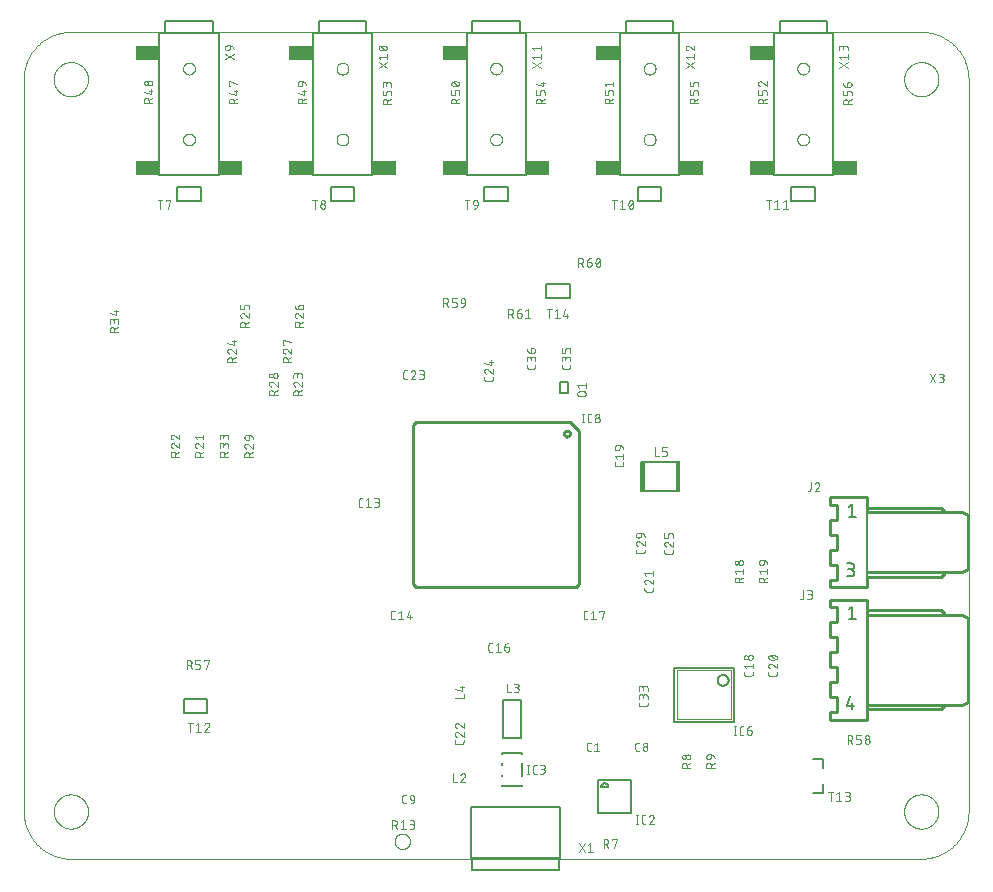
<source format=gto>
G75*
%MOIN*%
%OFA0B0*%
%FSLAX25Y25*%
%IPPOS*%
%LPD*%
%AMOC8*
5,1,8,0,0,1.08239X$1,22.5*
%
%ADD10C,0.00000*%
%ADD11C,0.00400*%
%ADD12C,0.00300*%
%ADD13C,0.00600*%
%ADD14C,0.00200*%
%ADD15C,0.00500*%
%ADD16R,0.01500X0.10000*%
%ADD17R,0.07874X0.04724*%
%ADD18C,0.01000*%
%ADD19C,0.00800*%
%ADD20C,0.00700*%
D10*
X0017248Y0015345D02*
X0300713Y0015345D01*
X0295004Y0031093D02*
X0295006Y0031244D01*
X0295012Y0031394D01*
X0295022Y0031545D01*
X0295036Y0031695D01*
X0295054Y0031844D01*
X0295075Y0031994D01*
X0295101Y0032142D01*
X0295131Y0032290D01*
X0295164Y0032437D01*
X0295202Y0032583D01*
X0295243Y0032728D01*
X0295288Y0032872D01*
X0295337Y0033014D01*
X0295390Y0033155D01*
X0295446Y0033295D01*
X0295506Y0033433D01*
X0295569Y0033570D01*
X0295637Y0033705D01*
X0295707Y0033838D01*
X0295781Y0033969D01*
X0295859Y0034098D01*
X0295940Y0034225D01*
X0296024Y0034350D01*
X0296112Y0034473D01*
X0296203Y0034593D01*
X0296297Y0034711D01*
X0296394Y0034826D01*
X0296494Y0034939D01*
X0296597Y0035049D01*
X0296703Y0035156D01*
X0296812Y0035261D01*
X0296923Y0035362D01*
X0297037Y0035461D01*
X0297153Y0035556D01*
X0297273Y0035649D01*
X0297394Y0035738D01*
X0297518Y0035824D01*
X0297644Y0035907D01*
X0297772Y0035986D01*
X0297902Y0036062D01*
X0298034Y0036135D01*
X0298168Y0036203D01*
X0298304Y0036269D01*
X0298442Y0036331D01*
X0298581Y0036389D01*
X0298721Y0036443D01*
X0298863Y0036494D01*
X0299006Y0036541D01*
X0299151Y0036584D01*
X0299296Y0036623D01*
X0299443Y0036659D01*
X0299590Y0036690D01*
X0299738Y0036718D01*
X0299887Y0036742D01*
X0300036Y0036762D01*
X0300186Y0036778D01*
X0300336Y0036790D01*
X0300487Y0036798D01*
X0300638Y0036802D01*
X0300788Y0036802D01*
X0300939Y0036798D01*
X0301090Y0036790D01*
X0301240Y0036778D01*
X0301390Y0036762D01*
X0301539Y0036742D01*
X0301688Y0036718D01*
X0301836Y0036690D01*
X0301983Y0036659D01*
X0302130Y0036623D01*
X0302275Y0036584D01*
X0302420Y0036541D01*
X0302563Y0036494D01*
X0302705Y0036443D01*
X0302845Y0036389D01*
X0302984Y0036331D01*
X0303122Y0036269D01*
X0303258Y0036203D01*
X0303392Y0036135D01*
X0303524Y0036062D01*
X0303654Y0035986D01*
X0303782Y0035907D01*
X0303908Y0035824D01*
X0304032Y0035738D01*
X0304153Y0035649D01*
X0304273Y0035556D01*
X0304389Y0035461D01*
X0304503Y0035362D01*
X0304614Y0035261D01*
X0304723Y0035156D01*
X0304829Y0035049D01*
X0304932Y0034939D01*
X0305032Y0034826D01*
X0305129Y0034711D01*
X0305223Y0034593D01*
X0305314Y0034473D01*
X0305402Y0034350D01*
X0305486Y0034225D01*
X0305567Y0034098D01*
X0305645Y0033969D01*
X0305719Y0033838D01*
X0305789Y0033705D01*
X0305857Y0033570D01*
X0305920Y0033433D01*
X0305980Y0033295D01*
X0306036Y0033155D01*
X0306089Y0033014D01*
X0306138Y0032872D01*
X0306183Y0032728D01*
X0306224Y0032583D01*
X0306262Y0032437D01*
X0306295Y0032290D01*
X0306325Y0032142D01*
X0306351Y0031994D01*
X0306372Y0031844D01*
X0306390Y0031695D01*
X0306404Y0031545D01*
X0306414Y0031394D01*
X0306420Y0031244D01*
X0306422Y0031093D01*
X0306420Y0030942D01*
X0306414Y0030792D01*
X0306404Y0030641D01*
X0306390Y0030491D01*
X0306372Y0030342D01*
X0306351Y0030192D01*
X0306325Y0030044D01*
X0306295Y0029896D01*
X0306262Y0029749D01*
X0306224Y0029603D01*
X0306183Y0029458D01*
X0306138Y0029314D01*
X0306089Y0029172D01*
X0306036Y0029031D01*
X0305980Y0028891D01*
X0305920Y0028753D01*
X0305857Y0028616D01*
X0305789Y0028481D01*
X0305719Y0028348D01*
X0305645Y0028217D01*
X0305567Y0028088D01*
X0305486Y0027961D01*
X0305402Y0027836D01*
X0305314Y0027713D01*
X0305223Y0027593D01*
X0305129Y0027475D01*
X0305032Y0027360D01*
X0304932Y0027247D01*
X0304829Y0027137D01*
X0304723Y0027030D01*
X0304614Y0026925D01*
X0304503Y0026824D01*
X0304389Y0026725D01*
X0304273Y0026630D01*
X0304153Y0026537D01*
X0304032Y0026448D01*
X0303908Y0026362D01*
X0303782Y0026279D01*
X0303654Y0026200D01*
X0303524Y0026124D01*
X0303392Y0026051D01*
X0303258Y0025983D01*
X0303122Y0025917D01*
X0302984Y0025855D01*
X0302845Y0025797D01*
X0302705Y0025743D01*
X0302563Y0025692D01*
X0302420Y0025645D01*
X0302275Y0025602D01*
X0302130Y0025563D01*
X0301983Y0025527D01*
X0301836Y0025496D01*
X0301688Y0025468D01*
X0301539Y0025444D01*
X0301390Y0025424D01*
X0301240Y0025408D01*
X0301090Y0025396D01*
X0300939Y0025388D01*
X0300788Y0025384D01*
X0300638Y0025384D01*
X0300487Y0025388D01*
X0300336Y0025396D01*
X0300186Y0025408D01*
X0300036Y0025424D01*
X0299887Y0025444D01*
X0299738Y0025468D01*
X0299590Y0025496D01*
X0299443Y0025527D01*
X0299296Y0025563D01*
X0299151Y0025602D01*
X0299006Y0025645D01*
X0298863Y0025692D01*
X0298721Y0025743D01*
X0298581Y0025797D01*
X0298442Y0025855D01*
X0298304Y0025917D01*
X0298168Y0025983D01*
X0298034Y0026051D01*
X0297902Y0026124D01*
X0297772Y0026200D01*
X0297644Y0026279D01*
X0297518Y0026362D01*
X0297394Y0026448D01*
X0297273Y0026537D01*
X0297153Y0026630D01*
X0297037Y0026725D01*
X0296923Y0026824D01*
X0296812Y0026925D01*
X0296703Y0027030D01*
X0296597Y0027137D01*
X0296494Y0027247D01*
X0296394Y0027360D01*
X0296297Y0027475D01*
X0296203Y0027593D01*
X0296112Y0027713D01*
X0296024Y0027836D01*
X0295940Y0027961D01*
X0295859Y0028088D01*
X0295781Y0028217D01*
X0295707Y0028348D01*
X0295637Y0028481D01*
X0295569Y0028616D01*
X0295506Y0028753D01*
X0295446Y0028891D01*
X0295390Y0029031D01*
X0295337Y0029172D01*
X0295288Y0029314D01*
X0295243Y0029458D01*
X0295202Y0029603D01*
X0295164Y0029749D01*
X0295131Y0029896D01*
X0295101Y0030044D01*
X0295075Y0030192D01*
X0295054Y0030342D01*
X0295036Y0030491D01*
X0295022Y0030641D01*
X0295012Y0030792D01*
X0295006Y0030942D01*
X0295004Y0031093D01*
X0300713Y0015345D02*
X0301094Y0015350D01*
X0301474Y0015363D01*
X0301854Y0015386D01*
X0302233Y0015419D01*
X0302611Y0015460D01*
X0302988Y0015510D01*
X0303364Y0015570D01*
X0303739Y0015638D01*
X0304111Y0015716D01*
X0304482Y0015803D01*
X0304850Y0015898D01*
X0305216Y0016003D01*
X0305579Y0016116D01*
X0305940Y0016238D01*
X0306297Y0016368D01*
X0306651Y0016508D01*
X0307002Y0016655D01*
X0307349Y0016812D01*
X0307692Y0016976D01*
X0308031Y0017149D01*
X0308366Y0017330D01*
X0308697Y0017519D01*
X0309022Y0017716D01*
X0309343Y0017920D01*
X0309659Y0018133D01*
X0309969Y0018353D01*
X0310275Y0018580D01*
X0310574Y0018815D01*
X0310868Y0019057D01*
X0311156Y0019305D01*
X0311438Y0019561D01*
X0311713Y0019824D01*
X0311982Y0020093D01*
X0312245Y0020368D01*
X0312501Y0020650D01*
X0312749Y0020938D01*
X0312991Y0021232D01*
X0313226Y0021531D01*
X0313453Y0021837D01*
X0313673Y0022147D01*
X0313886Y0022463D01*
X0314090Y0022784D01*
X0314287Y0023109D01*
X0314476Y0023440D01*
X0314657Y0023775D01*
X0314830Y0024114D01*
X0314994Y0024457D01*
X0315151Y0024804D01*
X0315298Y0025155D01*
X0315438Y0025509D01*
X0315568Y0025866D01*
X0315690Y0026227D01*
X0315803Y0026590D01*
X0315908Y0026956D01*
X0316003Y0027324D01*
X0316090Y0027695D01*
X0316168Y0028067D01*
X0316236Y0028442D01*
X0316296Y0028818D01*
X0316346Y0029195D01*
X0316387Y0029573D01*
X0316420Y0029952D01*
X0316443Y0030332D01*
X0316456Y0030712D01*
X0316461Y0031093D01*
X0316461Y0275187D01*
X0295004Y0275187D02*
X0295006Y0275338D01*
X0295012Y0275488D01*
X0295022Y0275639D01*
X0295036Y0275789D01*
X0295054Y0275938D01*
X0295075Y0276088D01*
X0295101Y0276236D01*
X0295131Y0276384D01*
X0295164Y0276531D01*
X0295202Y0276677D01*
X0295243Y0276822D01*
X0295288Y0276966D01*
X0295337Y0277108D01*
X0295390Y0277249D01*
X0295446Y0277389D01*
X0295506Y0277527D01*
X0295569Y0277664D01*
X0295637Y0277799D01*
X0295707Y0277932D01*
X0295781Y0278063D01*
X0295859Y0278192D01*
X0295940Y0278319D01*
X0296024Y0278444D01*
X0296112Y0278567D01*
X0296203Y0278687D01*
X0296297Y0278805D01*
X0296394Y0278920D01*
X0296494Y0279033D01*
X0296597Y0279143D01*
X0296703Y0279250D01*
X0296812Y0279355D01*
X0296923Y0279456D01*
X0297037Y0279555D01*
X0297153Y0279650D01*
X0297273Y0279743D01*
X0297394Y0279832D01*
X0297518Y0279918D01*
X0297644Y0280001D01*
X0297772Y0280080D01*
X0297902Y0280156D01*
X0298034Y0280229D01*
X0298168Y0280297D01*
X0298304Y0280363D01*
X0298442Y0280425D01*
X0298581Y0280483D01*
X0298721Y0280537D01*
X0298863Y0280588D01*
X0299006Y0280635D01*
X0299151Y0280678D01*
X0299296Y0280717D01*
X0299443Y0280753D01*
X0299590Y0280784D01*
X0299738Y0280812D01*
X0299887Y0280836D01*
X0300036Y0280856D01*
X0300186Y0280872D01*
X0300336Y0280884D01*
X0300487Y0280892D01*
X0300638Y0280896D01*
X0300788Y0280896D01*
X0300939Y0280892D01*
X0301090Y0280884D01*
X0301240Y0280872D01*
X0301390Y0280856D01*
X0301539Y0280836D01*
X0301688Y0280812D01*
X0301836Y0280784D01*
X0301983Y0280753D01*
X0302130Y0280717D01*
X0302275Y0280678D01*
X0302420Y0280635D01*
X0302563Y0280588D01*
X0302705Y0280537D01*
X0302845Y0280483D01*
X0302984Y0280425D01*
X0303122Y0280363D01*
X0303258Y0280297D01*
X0303392Y0280229D01*
X0303524Y0280156D01*
X0303654Y0280080D01*
X0303782Y0280001D01*
X0303908Y0279918D01*
X0304032Y0279832D01*
X0304153Y0279743D01*
X0304273Y0279650D01*
X0304389Y0279555D01*
X0304503Y0279456D01*
X0304614Y0279355D01*
X0304723Y0279250D01*
X0304829Y0279143D01*
X0304932Y0279033D01*
X0305032Y0278920D01*
X0305129Y0278805D01*
X0305223Y0278687D01*
X0305314Y0278567D01*
X0305402Y0278444D01*
X0305486Y0278319D01*
X0305567Y0278192D01*
X0305645Y0278063D01*
X0305719Y0277932D01*
X0305789Y0277799D01*
X0305857Y0277664D01*
X0305920Y0277527D01*
X0305980Y0277389D01*
X0306036Y0277249D01*
X0306089Y0277108D01*
X0306138Y0276966D01*
X0306183Y0276822D01*
X0306224Y0276677D01*
X0306262Y0276531D01*
X0306295Y0276384D01*
X0306325Y0276236D01*
X0306351Y0276088D01*
X0306372Y0275938D01*
X0306390Y0275789D01*
X0306404Y0275639D01*
X0306414Y0275488D01*
X0306420Y0275338D01*
X0306422Y0275187D01*
X0306420Y0275036D01*
X0306414Y0274886D01*
X0306404Y0274735D01*
X0306390Y0274585D01*
X0306372Y0274436D01*
X0306351Y0274286D01*
X0306325Y0274138D01*
X0306295Y0273990D01*
X0306262Y0273843D01*
X0306224Y0273697D01*
X0306183Y0273552D01*
X0306138Y0273408D01*
X0306089Y0273266D01*
X0306036Y0273125D01*
X0305980Y0272985D01*
X0305920Y0272847D01*
X0305857Y0272710D01*
X0305789Y0272575D01*
X0305719Y0272442D01*
X0305645Y0272311D01*
X0305567Y0272182D01*
X0305486Y0272055D01*
X0305402Y0271930D01*
X0305314Y0271807D01*
X0305223Y0271687D01*
X0305129Y0271569D01*
X0305032Y0271454D01*
X0304932Y0271341D01*
X0304829Y0271231D01*
X0304723Y0271124D01*
X0304614Y0271019D01*
X0304503Y0270918D01*
X0304389Y0270819D01*
X0304273Y0270724D01*
X0304153Y0270631D01*
X0304032Y0270542D01*
X0303908Y0270456D01*
X0303782Y0270373D01*
X0303654Y0270294D01*
X0303524Y0270218D01*
X0303392Y0270145D01*
X0303258Y0270077D01*
X0303122Y0270011D01*
X0302984Y0269949D01*
X0302845Y0269891D01*
X0302705Y0269837D01*
X0302563Y0269786D01*
X0302420Y0269739D01*
X0302275Y0269696D01*
X0302130Y0269657D01*
X0301983Y0269621D01*
X0301836Y0269590D01*
X0301688Y0269562D01*
X0301539Y0269538D01*
X0301390Y0269518D01*
X0301240Y0269502D01*
X0301090Y0269490D01*
X0300939Y0269482D01*
X0300788Y0269478D01*
X0300638Y0269478D01*
X0300487Y0269482D01*
X0300336Y0269490D01*
X0300186Y0269502D01*
X0300036Y0269518D01*
X0299887Y0269538D01*
X0299738Y0269562D01*
X0299590Y0269590D01*
X0299443Y0269621D01*
X0299296Y0269657D01*
X0299151Y0269696D01*
X0299006Y0269739D01*
X0298863Y0269786D01*
X0298721Y0269837D01*
X0298581Y0269891D01*
X0298442Y0269949D01*
X0298304Y0270011D01*
X0298168Y0270077D01*
X0298034Y0270145D01*
X0297902Y0270218D01*
X0297772Y0270294D01*
X0297644Y0270373D01*
X0297518Y0270456D01*
X0297394Y0270542D01*
X0297273Y0270631D01*
X0297153Y0270724D01*
X0297037Y0270819D01*
X0296923Y0270918D01*
X0296812Y0271019D01*
X0296703Y0271124D01*
X0296597Y0271231D01*
X0296494Y0271341D01*
X0296394Y0271454D01*
X0296297Y0271569D01*
X0296203Y0271687D01*
X0296112Y0271807D01*
X0296024Y0271930D01*
X0295940Y0272055D01*
X0295859Y0272182D01*
X0295781Y0272311D01*
X0295707Y0272442D01*
X0295637Y0272575D01*
X0295569Y0272710D01*
X0295506Y0272847D01*
X0295446Y0272985D01*
X0295390Y0273125D01*
X0295337Y0273266D01*
X0295288Y0273408D01*
X0295243Y0273552D01*
X0295202Y0273697D01*
X0295164Y0273843D01*
X0295131Y0273990D01*
X0295101Y0274138D01*
X0295075Y0274286D01*
X0295054Y0274436D01*
X0295036Y0274585D01*
X0295022Y0274735D01*
X0295012Y0274886D01*
X0295006Y0275036D01*
X0295004Y0275187D01*
X0300713Y0290935D02*
X0301094Y0290930D01*
X0301474Y0290917D01*
X0301854Y0290894D01*
X0302233Y0290861D01*
X0302611Y0290820D01*
X0302988Y0290770D01*
X0303364Y0290710D01*
X0303739Y0290642D01*
X0304111Y0290564D01*
X0304482Y0290477D01*
X0304850Y0290382D01*
X0305216Y0290277D01*
X0305579Y0290164D01*
X0305940Y0290042D01*
X0306297Y0289912D01*
X0306651Y0289772D01*
X0307002Y0289625D01*
X0307349Y0289468D01*
X0307692Y0289304D01*
X0308031Y0289131D01*
X0308366Y0288950D01*
X0308697Y0288761D01*
X0309022Y0288564D01*
X0309343Y0288360D01*
X0309659Y0288147D01*
X0309969Y0287927D01*
X0310275Y0287700D01*
X0310574Y0287465D01*
X0310868Y0287223D01*
X0311156Y0286975D01*
X0311438Y0286719D01*
X0311713Y0286456D01*
X0311982Y0286187D01*
X0312245Y0285912D01*
X0312501Y0285630D01*
X0312749Y0285342D01*
X0312991Y0285048D01*
X0313226Y0284749D01*
X0313453Y0284443D01*
X0313673Y0284133D01*
X0313886Y0283817D01*
X0314090Y0283496D01*
X0314287Y0283171D01*
X0314476Y0282840D01*
X0314657Y0282505D01*
X0314830Y0282166D01*
X0314994Y0281823D01*
X0315151Y0281476D01*
X0315298Y0281125D01*
X0315438Y0280771D01*
X0315568Y0280414D01*
X0315690Y0280053D01*
X0315803Y0279690D01*
X0315908Y0279324D01*
X0316003Y0278956D01*
X0316090Y0278585D01*
X0316168Y0278213D01*
X0316236Y0277838D01*
X0316296Y0277462D01*
X0316346Y0277085D01*
X0316387Y0276707D01*
X0316420Y0276328D01*
X0316443Y0275948D01*
X0316456Y0275568D01*
X0316461Y0275187D01*
X0300713Y0290935D02*
X0017248Y0290935D01*
X0011539Y0275187D02*
X0011541Y0275338D01*
X0011547Y0275488D01*
X0011557Y0275639D01*
X0011571Y0275789D01*
X0011589Y0275938D01*
X0011610Y0276088D01*
X0011636Y0276236D01*
X0011666Y0276384D01*
X0011699Y0276531D01*
X0011737Y0276677D01*
X0011778Y0276822D01*
X0011823Y0276966D01*
X0011872Y0277108D01*
X0011925Y0277249D01*
X0011981Y0277389D01*
X0012041Y0277527D01*
X0012104Y0277664D01*
X0012172Y0277799D01*
X0012242Y0277932D01*
X0012316Y0278063D01*
X0012394Y0278192D01*
X0012475Y0278319D01*
X0012559Y0278444D01*
X0012647Y0278567D01*
X0012738Y0278687D01*
X0012832Y0278805D01*
X0012929Y0278920D01*
X0013029Y0279033D01*
X0013132Y0279143D01*
X0013238Y0279250D01*
X0013347Y0279355D01*
X0013458Y0279456D01*
X0013572Y0279555D01*
X0013688Y0279650D01*
X0013808Y0279743D01*
X0013929Y0279832D01*
X0014053Y0279918D01*
X0014179Y0280001D01*
X0014307Y0280080D01*
X0014437Y0280156D01*
X0014569Y0280229D01*
X0014703Y0280297D01*
X0014839Y0280363D01*
X0014977Y0280425D01*
X0015116Y0280483D01*
X0015256Y0280537D01*
X0015398Y0280588D01*
X0015541Y0280635D01*
X0015686Y0280678D01*
X0015831Y0280717D01*
X0015978Y0280753D01*
X0016125Y0280784D01*
X0016273Y0280812D01*
X0016422Y0280836D01*
X0016571Y0280856D01*
X0016721Y0280872D01*
X0016871Y0280884D01*
X0017022Y0280892D01*
X0017173Y0280896D01*
X0017323Y0280896D01*
X0017474Y0280892D01*
X0017625Y0280884D01*
X0017775Y0280872D01*
X0017925Y0280856D01*
X0018074Y0280836D01*
X0018223Y0280812D01*
X0018371Y0280784D01*
X0018518Y0280753D01*
X0018665Y0280717D01*
X0018810Y0280678D01*
X0018955Y0280635D01*
X0019098Y0280588D01*
X0019240Y0280537D01*
X0019380Y0280483D01*
X0019519Y0280425D01*
X0019657Y0280363D01*
X0019793Y0280297D01*
X0019927Y0280229D01*
X0020059Y0280156D01*
X0020189Y0280080D01*
X0020317Y0280001D01*
X0020443Y0279918D01*
X0020567Y0279832D01*
X0020688Y0279743D01*
X0020808Y0279650D01*
X0020924Y0279555D01*
X0021038Y0279456D01*
X0021149Y0279355D01*
X0021258Y0279250D01*
X0021364Y0279143D01*
X0021467Y0279033D01*
X0021567Y0278920D01*
X0021664Y0278805D01*
X0021758Y0278687D01*
X0021849Y0278567D01*
X0021937Y0278444D01*
X0022021Y0278319D01*
X0022102Y0278192D01*
X0022180Y0278063D01*
X0022254Y0277932D01*
X0022324Y0277799D01*
X0022392Y0277664D01*
X0022455Y0277527D01*
X0022515Y0277389D01*
X0022571Y0277249D01*
X0022624Y0277108D01*
X0022673Y0276966D01*
X0022718Y0276822D01*
X0022759Y0276677D01*
X0022797Y0276531D01*
X0022830Y0276384D01*
X0022860Y0276236D01*
X0022886Y0276088D01*
X0022907Y0275938D01*
X0022925Y0275789D01*
X0022939Y0275639D01*
X0022949Y0275488D01*
X0022955Y0275338D01*
X0022957Y0275187D01*
X0022955Y0275036D01*
X0022949Y0274886D01*
X0022939Y0274735D01*
X0022925Y0274585D01*
X0022907Y0274436D01*
X0022886Y0274286D01*
X0022860Y0274138D01*
X0022830Y0273990D01*
X0022797Y0273843D01*
X0022759Y0273697D01*
X0022718Y0273552D01*
X0022673Y0273408D01*
X0022624Y0273266D01*
X0022571Y0273125D01*
X0022515Y0272985D01*
X0022455Y0272847D01*
X0022392Y0272710D01*
X0022324Y0272575D01*
X0022254Y0272442D01*
X0022180Y0272311D01*
X0022102Y0272182D01*
X0022021Y0272055D01*
X0021937Y0271930D01*
X0021849Y0271807D01*
X0021758Y0271687D01*
X0021664Y0271569D01*
X0021567Y0271454D01*
X0021467Y0271341D01*
X0021364Y0271231D01*
X0021258Y0271124D01*
X0021149Y0271019D01*
X0021038Y0270918D01*
X0020924Y0270819D01*
X0020808Y0270724D01*
X0020688Y0270631D01*
X0020567Y0270542D01*
X0020443Y0270456D01*
X0020317Y0270373D01*
X0020189Y0270294D01*
X0020059Y0270218D01*
X0019927Y0270145D01*
X0019793Y0270077D01*
X0019657Y0270011D01*
X0019519Y0269949D01*
X0019380Y0269891D01*
X0019240Y0269837D01*
X0019098Y0269786D01*
X0018955Y0269739D01*
X0018810Y0269696D01*
X0018665Y0269657D01*
X0018518Y0269621D01*
X0018371Y0269590D01*
X0018223Y0269562D01*
X0018074Y0269538D01*
X0017925Y0269518D01*
X0017775Y0269502D01*
X0017625Y0269490D01*
X0017474Y0269482D01*
X0017323Y0269478D01*
X0017173Y0269478D01*
X0017022Y0269482D01*
X0016871Y0269490D01*
X0016721Y0269502D01*
X0016571Y0269518D01*
X0016422Y0269538D01*
X0016273Y0269562D01*
X0016125Y0269590D01*
X0015978Y0269621D01*
X0015831Y0269657D01*
X0015686Y0269696D01*
X0015541Y0269739D01*
X0015398Y0269786D01*
X0015256Y0269837D01*
X0015116Y0269891D01*
X0014977Y0269949D01*
X0014839Y0270011D01*
X0014703Y0270077D01*
X0014569Y0270145D01*
X0014437Y0270218D01*
X0014307Y0270294D01*
X0014179Y0270373D01*
X0014053Y0270456D01*
X0013929Y0270542D01*
X0013808Y0270631D01*
X0013688Y0270724D01*
X0013572Y0270819D01*
X0013458Y0270918D01*
X0013347Y0271019D01*
X0013238Y0271124D01*
X0013132Y0271231D01*
X0013029Y0271341D01*
X0012929Y0271454D01*
X0012832Y0271569D01*
X0012738Y0271687D01*
X0012647Y0271807D01*
X0012559Y0271930D01*
X0012475Y0272055D01*
X0012394Y0272182D01*
X0012316Y0272311D01*
X0012242Y0272442D01*
X0012172Y0272575D01*
X0012104Y0272710D01*
X0012041Y0272847D01*
X0011981Y0272985D01*
X0011925Y0273125D01*
X0011872Y0273266D01*
X0011823Y0273408D01*
X0011778Y0273552D01*
X0011737Y0273697D01*
X0011699Y0273843D01*
X0011666Y0273990D01*
X0011636Y0274138D01*
X0011610Y0274286D01*
X0011589Y0274436D01*
X0011571Y0274585D01*
X0011557Y0274735D01*
X0011547Y0274886D01*
X0011541Y0275036D01*
X0011539Y0275187D01*
X0001500Y0275187D02*
X0001505Y0275568D01*
X0001518Y0275948D01*
X0001541Y0276328D01*
X0001574Y0276707D01*
X0001615Y0277085D01*
X0001665Y0277462D01*
X0001725Y0277838D01*
X0001793Y0278213D01*
X0001871Y0278585D01*
X0001958Y0278956D01*
X0002053Y0279324D01*
X0002158Y0279690D01*
X0002271Y0280053D01*
X0002393Y0280414D01*
X0002523Y0280771D01*
X0002663Y0281125D01*
X0002810Y0281476D01*
X0002967Y0281823D01*
X0003131Y0282166D01*
X0003304Y0282505D01*
X0003485Y0282840D01*
X0003674Y0283171D01*
X0003871Y0283496D01*
X0004075Y0283817D01*
X0004288Y0284133D01*
X0004508Y0284443D01*
X0004735Y0284749D01*
X0004970Y0285048D01*
X0005212Y0285342D01*
X0005460Y0285630D01*
X0005716Y0285912D01*
X0005979Y0286187D01*
X0006248Y0286456D01*
X0006523Y0286719D01*
X0006805Y0286975D01*
X0007093Y0287223D01*
X0007387Y0287465D01*
X0007686Y0287700D01*
X0007992Y0287927D01*
X0008302Y0288147D01*
X0008618Y0288360D01*
X0008939Y0288564D01*
X0009264Y0288761D01*
X0009595Y0288950D01*
X0009930Y0289131D01*
X0010269Y0289304D01*
X0010612Y0289468D01*
X0010959Y0289625D01*
X0011310Y0289772D01*
X0011664Y0289912D01*
X0012021Y0290042D01*
X0012382Y0290164D01*
X0012745Y0290277D01*
X0013111Y0290382D01*
X0013479Y0290477D01*
X0013850Y0290564D01*
X0014222Y0290642D01*
X0014597Y0290710D01*
X0014973Y0290770D01*
X0015350Y0290820D01*
X0015728Y0290861D01*
X0016107Y0290894D01*
X0016487Y0290917D01*
X0016867Y0290930D01*
X0017248Y0290935D01*
X0001500Y0275187D02*
X0001500Y0031093D01*
X0011539Y0031093D02*
X0011541Y0031244D01*
X0011547Y0031394D01*
X0011557Y0031545D01*
X0011571Y0031695D01*
X0011589Y0031844D01*
X0011610Y0031994D01*
X0011636Y0032142D01*
X0011666Y0032290D01*
X0011699Y0032437D01*
X0011737Y0032583D01*
X0011778Y0032728D01*
X0011823Y0032872D01*
X0011872Y0033014D01*
X0011925Y0033155D01*
X0011981Y0033295D01*
X0012041Y0033433D01*
X0012104Y0033570D01*
X0012172Y0033705D01*
X0012242Y0033838D01*
X0012316Y0033969D01*
X0012394Y0034098D01*
X0012475Y0034225D01*
X0012559Y0034350D01*
X0012647Y0034473D01*
X0012738Y0034593D01*
X0012832Y0034711D01*
X0012929Y0034826D01*
X0013029Y0034939D01*
X0013132Y0035049D01*
X0013238Y0035156D01*
X0013347Y0035261D01*
X0013458Y0035362D01*
X0013572Y0035461D01*
X0013688Y0035556D01*
X0013808Y0035649D01*
X0013929Y0035738D01*
X0014053Y0035824D01*
X0014179Y0035907D01*
X0014307Y0035986D01*
X0014437Y0036062D01*
X0014569Y0036135D01*
X0014703Y0036203D01*
X0014839Y0036269D01*
X0014977Y0036331D01*
X0015116Y0036389D01*
X0015256Y0036443D01*
X0015398Y0036494D01*
X0015541Y0036541D01*
X0015686Y0036584D01*
X0015831Y0036623D01*
X0015978Y0036659D01*
X0016125Y0036690D01*
X0016273Y0036718D01*
X0016422Y0036742D01*
X0016571Y0036762D01*
X0016721Y0036778D01*
X0016871Y0036790D01*
X0017022Y0036798D01*
X0017173Y0036802D01*
X0017323Y0036802D01*
X0017474Y0036798D01*
X0017625Y0036790D01*
X0017775Y0036778D01*
X0017925Y0036762D01*
X0018074Y0036742D01*
X0018223Y0036718D01*
X0018371Y0036690D01*
X0018518Y0036659D01*
X0018665Y0036623D01*
X0018810Y0036584D01*
X0018955Y0036541D01*
X0019098Y0036494D01*
X0019240Y0036443D01*
X0019380Y0036389D01*
X0019519Y0036331D01*
X0019657Y0036269D01*
X0019793Y0036203D01*
X0019927Y0036135D01*
X0020059Y0036062D01*
X0020189Y0035986D01*
X0020317Y0035907D01*
X0020443Y0035824D01*
X0020567Y0035738D01*
X0020688Y0035649D01*
X0020808Y0035556D01*
X0020924Y0035461D01*
X0021038Y0035362D01*
X0021149Y0035261D01*
X0021258Y0035156D01*
X0021364Y0035049D01*
X0021467Y0034939D01*
X0021567Y0034826D01*
X0021664Y0034711D01*
X0021758Y0034593D01*
X0021849Y0034473D01*
X0021937Y0034350D01*
X0022021Y0034225D01*
X0022102Y0034098D01*
X0022180Y0033969D01*
X0022254Y0033838D01*
X0022324Y0033705D01*
X0022392Y0033570D01*
X0022455Y0033433D01*
X0022515Y0033295D01*
X0022571Y0033155D01*
X0022624Y0033014D01*
X0022673Y0032872D01*
X0022718Y0032728D01*
X0022759Y0032583D01*
X0022797Y0032437D01*
X0022830Y0032290D01*
X0022860Y0032142D01*
X0022886Y0031994D01*
X0022907Y0031844D01*
X0022925Y0031695D01*
X0022939Y0031545D01*
X0022949Y0031394D01*
X0022955Y0031244D01*
X0022957Y0031093D01*
X0022955Y0030942D01*
X0022949Y0030792D01*
X0022939Y0030641D01*
X0022925Y0030491D01*
X0022907Y0030342D01*
X0022886Y0030192D01*
X0022860Y0030044D01*
X0022830Y0029896D01*
X0022797Y0029749D01*
X0022759Y0029603D01*
X0022718Y0029458D01*
X0022673Y0029314D01*
X0022624Y0029172D01*
X0022571Y0029031D01*
X0022515Y0028891D01*
X0022455Y0028753D01*
X0022392Y0028616D01*
X0022324Y0028481D01*
X0022254Y0028348D01*
X0022180Y0028217D01*
X0022102Y0028088D01*
X0022021Y0027961D01*
X0021937Y0027836D01*
X0021849Y0027713D01*
X0021758Y0027593D01*
X0021664Y0027475D01*
X0021567Y0027360D01*
X0021467Y0027247D01*
X0021364Y0027137D01*
X0021258Y0027030D01*
X0021149Y0026925D01*
X0021038Y0026824D01*
X0020924Y0026725D01*
X0020808Y0026630D01*
X0020688Y0026537D01*
X0020567Y0026448D01*
X0020443Y0026362D01*
X0020317Y0026279D01*
X0020189Y0026200D01*
X0020059Y0026124D01*
X0019927Y0026051D01*
X0019793Y0025983D01*
X0019657Y0025917D01*
X0019519Y0025855D01*
X0019380Y0025797D01*
X0019240Y0025743D01*
X0019098Y0025692D01*
X0018955Y0025645D01*
X0018810Y0025602D01*
X0018665Y0025563D01*
X0018518Y0025527D01*
X0018371Y0025496D01*
X0018223Y0025468D01*
X0018074Y0025444D01*
X0017925Y0025424D01*
X0017775Y0025408D01*
X0017625Y0025396D01*
X0017474Y0025388D01*
X0017323Y0025384D01*
X0017173Y0025384D01*
X0017022Y0025388D01*
X0016871Y0025396D01*
X0016721Y0025408D01*
X0016571Y0025424D01*
X0016422Y0025444D01*
X0016273Y0025468D01*
X0016125Y0025496D01*
X0015978Y0025527D01*
X0015831Y0025563D01*
X0015686Y0025602D01*
X0015541Y0025645D01*
X0015398Y0025692D01*
X0015256Y0025743D01*
X0015116Y0025797D01*
X0014977Y0025855D01*
X0014839Y0025917D01*
X0014703Y0025983D01*
X0014569Y0026051D01*
X0014437Y0026124D01*
X0014307Y0026200D01*
X0014179Y0026279D01*
X0014053Y0026362D01*
X0013929Y0026448D01*
X0013808Y0026537D01*
X0013688Y0026630D01*
X0013572Y0026725D01*
X0013458Y0026824D01*
X0013347Y0026925D01*
X0013238Y0027030D01*
X0013132Y0027137D01*
X0013029Y0027247D01*
X0012929Y0027360D01*
X0012832Y0027475D01*
X0012738Y0027593D01*
X0012647Y0027713D01*
X0012559Y0027836D01*
X0012475Y0027961D01*
X0012394Y0028088D01*
X0012316Y0028217D01*
X0012242Y0028348D01*
X0012172Y0028481D01*
X0012104Y0028616D01*
X0012041Y0028753D01*
X0011981Y0028891D01*
X0011925Y0029031D01*
X0011872Y0029172D01*
X0011823Y0029314D01*
X0011778Y0029458D01*
X0011737Y0029603D01*
X0011699Y0029749D01*
X0011666Y0029896D01*
X0011636Y0030044D01*
X0011610Y0030192D01*
X0011589Y0030342D01*
X0011571Y0030491D01*
X0011557Y0030641D01*
X0011547Y0030792D01*
X0011541Y0030942D01*
X0011539Y0031093D01*
X0001500Y0031093D02*
X0001505Y0030712D01*
X0001518Y0030332D01*
X0001541Y0029952D01*
X0001574Y0029573D01*
X0001615Y0029195D01*
X0001665Y0028818D01*
X0001725Y0028442D01*
X0001793Y0028067D01*
X0001871Y0027695D01*
X0001958Y0027324D01*
X0002053Y0026956D01*
X0002158Y0026590D01*
X0002271Y0026227D01*
X0002393Y0025866D01*
X0002523Y0025509D01*
X0002663Y0025155D01*
X0002810Y0024804D01*
X0002967Y0024457D01*
X0003131Y0024114D01*
X0003304Y0023775D01*
X0003485Y0023440D01*
X0003674Y0023109D01*
X0003871Y0022784D01*
X0004075Y0022463D01*
X0004288Y0022147D01*
X0004508Y0021837D01*
X0004735Y0021531D01*
X0004970Y0021232D01*
X0005212Y0020938D01*
X0005460Y0020650D01*
X0005716Y0020368D01*
X0005979Y0020093D01*
X0006248Y0019824D01*
X0006523Y0019561D01*
X0006805Y0019305D01*
X0007093Y0019057D01*
X0007387Y0018815D01*
X0007686Y0018580D01*
X0007992Y0018353D01*
X0008302Y0018133D01*
X0008618Y0017920D01*
X0008939Y0017716D01*
X0009264Y0017519D01*
X0009595Y0017330D01*
X0009930Y0017149D01*
X0010269Y0016976D01*
X0010612Y0016812D01*
X0010959Y0016655D01*
X0011310Y0016508D01*
X0011664Y0016368D01*
X0012021Y0016238D01*
X0012382Y0016116D01*
X0012745Y0016003D01*
X0013111Y0015898D01*
X0013479Y0015803D01*
X0013850Y0015716D01*
X0014222Y0015638D01*
X0014597Y0015570D01*
X0014973Y0015510D01*
X0015350Y0015460D01*
X0015728Y0015419D01*
X0016107Y0015386D01*
X0016487Y0015363D01*
X0016867Y0015350D01*
X0017248Y0015345D01*
X0125161Y0021171D02*
X0125163Y0021272D01*
X0125169Y0021373D01*
X0125179Y0021474D01*
X0125193Y0021574D01*
X0125211Y0021673D01*
X0125233Y0021772D01*
X0125258Y0021870D01*
X0125288Y0021967D01*
X0125321Y0022062D01*
X0125358Y0022156D01*
X0125399Y0022249D01*
X0125443Y0022340D01*
X0125491Y0022429D01*
X0125543Y0022516D01*
X0125598Y0022601D01*
X0125656Y0022683D01*
X0125717Y0022764D01*
X0125782Y0022842D01*
X0125849Y0022917D01*
X0125919Y0022989D01*
X0125993Y0023059D01*
X0126069Y0023126D01*
X0126147Y0023190D01*
X0126228Y0023250D01*
X0126311Y0023307D01*
X0126397Y0023361D01*
X0126485Y0023412D01*
X0126574Y0023459D01*
X0126665Y0023503D01*
X0126758Y0023542D01*
X0126853Y0023579D01*
X0126948Y0023611D01*
X0127045Y0023640D01*
X0127144Y0023664D01*
X0127242Y0023685D01*
X0127342Y0023702D01*
X0127442Y0023715D01*
X0127543Y0023724D01*
X0127644Y0023729D01*
X0127745Y0023730D01*
X0127846Y0023727D01*
X0127947Y0023720D01*
X0128048Y0023709D01*
X0128148Y0023694D01*
X0128247Y0023675D01*
X0128346Y0023652D01*
X0128443Y0023626D01*
X0128540Y0023595D01*
X0128635Y0023561D01*
X0128728Y0023523D01*
X0128821Y0023481D01*
X0128911Y0023436D01*
X0129000Y0023387D01*
X0129086Y0023335D01*
X0129170Y0023279D01*
X0129253Y0023220D01*
X0129332Y0023158D01*
X0129410Y0023093D01*
X0129484Y0023025D01*
X0129556Y0022953D01*
X0129625Y0022880D01*
X0129691Y0022803D01*
X0129754Y0022724D01*
X0129814Y0022642D01*
X0129870Y0022558D01*
X0129923Y0022472D01*
X0129973Y0022384D01*
X0130019Y0022294D01*
X0130062Y0022203D01*
X0130101Y0022109D01*
X0130136Y0022014D01*
X0130167Y0021918D01*
X0130195Y0021821D01*
X0130219Y0021723D01*
X0130239Y0021624D01*
X0130255Y0021524D01*
X0130267Y0021423D01*
X0130275Y0021323D01*
X0130279Y0021222D01*
X0130279Y0021120D01*
X0130275Y0021019D01*
X0130267Y0020919D01*
X0130255Y0020818D01*
X0130239Y0020718D01*
X0130219Y0020619D01*
X0130195Y0020521D01*
X0130167Y0020424D01*
X0130136Y0020328D01*
X0130101Y0020233D01*
X0130062Y0020139D01*
X0130019Y0020048D01*
X0129973Y0019958D01*
X0129923Y0019870D01*
X0129870Y0019784D01*
X0129814Y0019700D01*
X0129754Y0019618D01*
X0129691Y0019539D01*
X0129625Y0019462D01*
X0129556Y0019389D01*
X0129484Y0019317D01*
X0129410Y0019249D01*
X0129332Y0019184D01*
X0129253Y0019122D01*
X0129170Y0019063D01*
X0129086Y0019007D01*
X0128999Y0018955D01*
X0128911Y0018906D01*
X0128821Y0018861D01*
X0128728Y0018819D01*
X0128635Y0018781D01*
X0128540Y0018747D01*
X0128443Y0018716D01*
X0128346Y0018690D01*
X0128247Y0018667D01*
X0128148Y0018648D01*
X0128048Y0018633D01*
X0127947Y0018622D01*
X0127846Y0018615D01*
X0127745Y0018612D01*
X0127644Y0018613D01*
X0127543Y0018618D01*
X0127442Y0018627D01*
X0127342Y0018640D01*
X0127242Y0018657D01*
X0127144Y0018678D01*
X0127045Y0018702D01*
X0126948Y0018731D01*
X0126853Y0018763D01*
X0126758Y0018800D01*
X0126665Y0018839D01*
X0126574Y0018883D01*
X0126485Y0018930D01*
X0126397Y0018981D01*
X0126311Y0019035D01*
X0126228Y0019092D01*
X0126147Y0019152D01*
X0126069Y0019216D01*
X0125993Y0019283D01*
X0125919Y0019353D01*
X0125849Y0019425D01*
X0125782Y0019500D01*
X0125717Y0019578D01*
X0125656Y0019659D01*
X0125598Y0019741D01*
X0125543Y0019826D01*
X0125491Y0019913D01*
X0125443Y0020002D01*
X0125399Y0020093D01*
X0125358Y0020186D01*
X0125321Y0020280D01*
X0125288Y0020375D01*
X0125258Y0020472D01*
X0125233Y0020570D01*
X0125211Y0020669D01*
X0125193Y0020768D01*
X0125179Y0020868D01*
X0125169Y0020969D01*
X0125163Y0021070D01*
X0125161Y0021171D01*
X0105830Y0255108D02*
X0105832Y0255196D01*
X0105838Y0255284D01*
X0105848Y0255372D01*
X0105862Y0255460D01*
X0105879Y0255546D01*
X0105901Y0255632D01*
X0105926Y0255716D01*
X0105956Y0255800D01*
X0105988Y0255882D01*
X0106025Y0255962D01*
X0106065Y0256041D01*
X0106109Y0256118D01*
X0106156Y0256193D01*
X0106206Y0256265D01*
X0106260Y0256336D01*
X0106316Y0256403D01*
X0106376Y0256469D01*
X0106438Y0256531D01*
X0106504Y0256591D01*
X0106571Y0256647D01*
X0106642Y0256701D01*
X0106714Y0256751D01*
X0106789Y0256798D01*
X0106866Y0256842D01*
X0106945Y0256882D01*
X0107025Y0256919D01*
X0107107Y0256951D01*
X0107191Y0256981D01*
X0107275Y0257006D01*
X0107361Y0257028D01*
X0107447Y0257045D01*
X0107535Y0257059D01*
X0107623Y0257069D01*
X0107711Y0257075D01*
X0107799Y0257077D01*
X0107887Y0257075D01*
X0107975Y0257069D01*
X0108063Y0257059D01*
X0108151Y0257045D01*
X0108237Y0257028D01*
X0108323Y0257006D01*
X0108407Y0256981D01*
X0108491Y0256951D01*
X0108573Y0256919D01*
X0108653Y0256882D01*
X0108732Y0256842D01*
X0108809Y0256798D01*
X0108884Y0256751D01*
X0108956Y0256701D01*
X0109027Y0256647D01*
X0109094Y0256591D01*
X0109160Y0256531D01*
X0109222Y0256469D01*
X0109282Y0256403D01*
X0109338Y0256336D01*
X0109392Y0256265D01*
X0109442Y0256193D01*
X0109489Y0256118D01*
X0109533Y0256041D01*
X0109573Y0255962D01*
X0109610Y0255882D01*
X0109642Y0255800D01*
X0109672Y0255716D01*
X0109697Y0255632D01*
X0109719Y0255546D01*
X0109736Y0255460D01*
X0109750Y0255372D01*
X0109760Y0255284D01*
X0109766Y0255196D01*
X0109768Y0255108D01*
X0109766Y0255020D01*
X0109760Y0254932D01*
X0109750Y0254844D01*
X0109736Y0254756D01*
X0109719Y0254670D01*
X0109697Y0254584D01*
X0109672Y0254500D01*
X0109642Y0254416D01*
X0109610Y0254334D01*
X0109573Y0254254D01*
X0109533Y0254175D01*
X0109489Y0254098D01*
X0109442Y0254023D01*
X0109392Y0253951D01*
X0109338Y0253880D01*
X0109282Y0253813D01*
X0109222Y0253747D01*
X0109160Y0253685D01*
X0109094Y0253625D01*
X0109027Y0253569D01*
X0108956Y0253515D01*
X0108884Y0253465D01*
X0108809Y0253418D01*
X0108732Y0253374D01*
X0108653Y0253334D01*
X0108573Y0253297D01*
X0108491Y0253265D01*
X0108407Y0253235D01*
X0108323Y0253210D01*
X0108237Y0253188D01*
X0108151Y0253171D01*
X0108063Y0253157D01*
X0107975Y0253147D01*
X0107887Y0253141D01*
X0107799Y0253139D01*
X0107711Y0253141D01*
X0107623Y0253147D01*
X0107535Y0253157D01*
X0107447Y0253171D01*
X0107361Y0253188D01*
X0107275Y0253210D01*
X0107191Y0253235D01*
X0107107Y0253265D01*
X0107025Y0253297D01*
X0106945Y0253334D01*
X0106866Y0253374D01*
X0106789Y0253418D01*
X0106714Y0253465D01*
X0106642Y0253515D01*
X0106571Y0253569D01*
X0106504Y0253625D01*
X0106438Y0253685D01*
X0106376Y0253747D01*
X0106316Y0253813D01*
X0106260Y0253880D01*
X0106206Y0253951D01*
X0106156Y0254023D01*
X0106109Y0254098D01*
X0106065Y0254175D01*
X0106025Y0254254D01*
X0105988Y0254334D01*
X0105956Y0254416D01*
X0105926Y0254500D01*
X0105901Y0254584D01*
X0105879Y0254670D01*
X0105862Y0254756D01*
X0105848Y0254844D01*
X0105838Y0254932D01*
X0105832Y0255020D01*
X0105830Y0255108D01*
X0105830Y0278731D02*
X0105832Y0278819D01*
X0105838Y0278907D01*
X0105848Y0278995D01*
X0105862Y0279083D01*
X0105879Y0279169D01*
X0105901Y0279255D01*
X0105926Y0279339D01*
X0105956Y0279423D01*
X0105988Y0279505D01*
X0106025Y0279585D01*
X0106065Y0279664D01*
X0106109Y0279741D01*
X0106156Y0279816D01*
X0106206Y0279888D01*
X0106260Y0279959D01*
X0106316Y0280026D01*
X0106376Y0280092D01*
X0106438Y0280154D01*
X0106504Y0280214D01*
X0106571Y0280270D01*
X0106642Y0280324D01*
X0106714Y0280374D01*
X0106789Y0280421D01*
X0106866Y0280465D01*
X0106945Y0280505D01*
X0107025Y0280542D01*
X0107107Y0280574D01*
X0107191Y0280604D01*
X0107275Y0280629D01*
X0107361Y0280651D01*
X0107447Y0280668D01*
X0107535Y0280682D01*
X0107623Y0280692D01*
X0107711Y0280698D01*
X0107799Y0280700D01*
X0107887Y0280698D01*
X0107975Y0280692D01*
X0108063Y0280682D01*
X0108151Y0280668D01*
X0108237Y0280651D01*
X0108323Y0280629D01*
X0108407Y0280604D01*
X0108491Y0280574D01*
X0108573Y0280542D01*
X0108653Y0280505D01*
X0108732Y0280465D01*
X0108809Y0280421D01*
X0108884Y0280374D01*
X0108956Y0280324D01*
X0109027Y0280270D01*
X0109094Y0280214D01*
X0109160Y0280154D01*
X0109222Y0280092D01*
X0109282Y0280026D01*
X0109338Y0279959D01*
X0109392Y0279888D01*
X0109442Y0279816D01*
X0109489Y0279741D01*
X0109533Y0279664D01*
X0109573Y0279585D01*
X0109610Y0279505D01*
X0109642Y0279423D01*
X0109672Y0279339D01*
X0109697Y0279255D01*
X0109719Y0279169D01*
X0109736Y0279083D01*
X0109750Y0278995D01*
X0109760Y0278907D01*
X0109766Y0278819D01*
X0109768Y0278731D01*
X0109766Y0278643D01*
X0109760Y0278555D01*
X0109750Y0278467D01*
X0109736Y0278379D01*
X0109719Y0278293D01*
X0109697Y0278207D01*
X0109672Y0278123D01*
X0109642Y0278039D01*
X0109610Y0277957D01*
X0109573Y0277877D01*
X0109533Y0277798D01*
X0109489Y0277721D01*
X0109442Y0277646D01*
X0109392Y0277574D01*
X0109338Y0277503D01*
X0109282Y0277436D01*
X0109222Y0277370D01*
X0109160Y0277308D01*
X0109094Y0277248D01*
X0109027Y0277192D01*
X0108956Y0277138D01*
X0108884Y0277088D01*
X0108809Y0277041D01*
X0108732Y0276997D01*
X0108653Y0276957D01*
X0108573Y0276920D01*
X0108491Y0276888D01*
X0108407Y0276858D01*
X0108323Y0276833D01*
X0108237Y0276811D01*
X0108151Y0276794D01*
X0108063Y0276780D01*
X0107975Y0276770D01*
X0107887Y0276764D01*
X0107799Y0276762D01*
X0107711Y0276764D01*
X0107623Y0276770D01*
X0107535Y0276780D01*
X0107447Y0276794D01*
X0107361Y0276811D01*
X0107275Y0276833D01*
X0107191Y0276858D01*
X0107107Y0276888D01*
X0107025Y0276920D01*
X0106945Y0276957D01*
X0106866Y0276997D01*
X0106789Y0277041D01*
X0106714Y0277088D01*
X0106642Y0277138D01*
X0106571Y0277192D01*
X0106504Y0277248D01*
X0106438Y0277308D01*
X0106376Y0277370D01*
X0106316Y0277436D01*
X0106260Y0277503D01*
X0106206Y0277574D01*
X0106156Y0277646D01*
X0106109Y0277721D01*
X0106065Y0277798D01*
X0106025Y0277877D01*
X0105988Y0277957D01*
X0105956Y0278039D01*
X0105926Y0278123D01*
X0105901Y0278207D01*
X0105879Y0278293D01*
X0105862Y0278379D01*
X0105848Y0278467D01*
X0105838Y0278555D01*
X0105832Y0278643D01*
X0105830Y0278731D01*
X0054649Y0278731D02*
X0054651Y0278819D01*
X0054657Y0278907D01*
X0054667Y0278995D01*
X0054681Y0279083D01*
X0054698Y0279169D01*
X0054720Y0279255D01*
X0054745Y0279339D01*
X0054775Y0279423D01*
X0054807Y0279505D01*
X0054844Y0279585D01*
X0054884Y0279664D01*
X0054928Y0279741D01*
X0054975Y0279816D01*
X0055025Y0279888D01*
X0055079Y0279959D01*
X0055135Y0280026D01*
X0055195Y0280092D01*
X0055257Y0280154D01*
X0055323Y0280214D01*
X0055390Y0280270D01*
X0055461Y0280324D01*
X0055533Y0280374D01*
X0055608Y0280421D01*
X0055685Y0280465D01*
X0055764Y0280505D01*
X0055844Y0280542D01*
X0055926Y0280574D01*
X0056010Y0280604D01*
X0056094Y0280629D01*
X0056180Y0280651D01*
X0056266Y0280668D01*
X0056354Y0280682D01*
X0056442Y0280692D01*
X0056530Y0280698D01*
X0056618Y0280700D01*
X0056706Y0280698D01*
X0056794Y0280692D01*
X0056882Y0280682D01*
X0056970Y0280668D01*
X0057056Y0280651D01*
X0057142Y0280629D01*
X0057226Y0280604D01*
X0057310Y0280574D01*
X0057392Y0280542D01*
X0057472Y0280505D01*
X0057551Y0280465D01*
X0057628Y0280421D01*
X0057703Y0280374D01*
X0057775Y0280324D01*
X0057846Y0280270D01*
X0057913Y0280214D01*
X0057979Y0280154D01*
X0058041Y0280092D01*
X0058101Y0280026D01*
X0058157Y0279959D01*
X0058211Y0279888D01*
X0058261Y0279816D01*
X0058308Y0279741D01*
X0058352Y0279664D01*
X0058392Y0279585D01*
X0058429Y0279505D01*
X0058461Y0279423D01*
X0058491Y0279339D01*
X0058516Y0279255D01*
X0058538Y0279169D01*
X0058555Y0279083D01*
X0058569Y0278995D01*
X0058579Y0278907D01*
X0058585Y0278819D01*
X0058587Y0278731D01*
X0058585Y0278643D01*
X0058579Y0278555D01*
X0058569Y0278467D01*
X0058555Y0278379D01*
X0058538Y0278293D01*
X0058516Y0278207D01*
X0058491Y0278123D01*
X0058461Y0278039D01*
X0058429Y0277957D01*
X0058392Y0277877D01*
X0058352Y0277798D01*
X0058308Y0277721D01*
X0058261Y0277646D01*
X0058211Y0277574D01*
X0058157Y0277503D01*
X0058101Y0277436D01*
X0058041Y0277370D01*
X0057979Y0277308D01*
X0057913Y0277248D01*
X0057846Y0277192D01*
X0057775Y0277138D01*
X0057703Y0277088D01*
X0057628Y0277041D01*
X0057551Y0276997D01*
X0057472Y0276957D01*
X0057392Y0276920D01*
X0057310Y0276888D01*
X0057226Y0276858D01*
X0057142Y0276833D01*
X0057056Y0276811D01*
X0056970Y0276794D01*
X0056882Y0276780D01*
X0056794Y0276770D01*
X0056706Y0276764D01*
X0056618Y0276762D01*
X0056530Y0276764D01*
X0056442Y0276770D01*
X0056354Y0276780D01*
X0056266Y0276794D01*
X0056180Y0276811D01*
X0056094Y0276833D01*
X0056010Y0276858D01*
X0055926Y0276888D01*
X0055844Y0276920D01*
X0055764Y0276957D01*
X0055685Y0276997D01*
X0055608Y0277041D01*
X0055533Y0277088D01*
X0055461Y0277138D01*
X0055390Y0277192D01*
X0055323Y0277248D01*
X0055257Y0277308D01*
X0055195Y0277370D01*
X0055135Y0277436D01*
X0055079Y0277503D01*
X0055025Y0277574D01*
X0054975Y0277646D01*
X0054928Y0277721D01*
X0054884Y0277798D01*
X0054844Y0277877D01*
X0054807Y0277957D01*
X0054775Y0278039D01*
X0054745Y0278123D01*
X0054720Y0278207D01*
X0054698Y0278293D01*
X0054681Y0278379D01*
X0054667Y0278467D01*
X0054657Y0278555D01*
X0054651Y0278643D01*
X0054649Y0278731D01*
X0054649Y0255108D02*
X0054651Y0255196D01*
X0054657Y0255284D01*
X0054667Y0255372D01*
X0054681Y0255460D01*
X0054698Y0255546D01*
X0054720Y0255632D01*
X0054745Y0255716D01*
X0054775Y0255800D01*
X0054807Y0255882D01*
X0054844Y0255962D01*
X0054884Y0256041D01*
X0054928Y0256118D01*
X0054975Y0256193D01*
X0055025Y0256265D01*
X0055079Y0256336D01*
X0055135Y0256403D01*
X0055195Y0256469D01*
X0055257Y0256531D01*
X0055323Y0256591D01*
X0055390Y0256647D01*
X0055461Y0256701D01*
X0055533Y0256751D01*
X0055608Y0256798D01*
X0055685Y0256842D01*
X0055764Y0256882D01*
X0055844Y0256919D01*
X0055926Y0256951D01*
X0056010Y0256981D01*
X0056094Y0257006D01*
X0056180Y0257028D01*
X0056266Y0257045D01*
X0056354Y0257059D01*
X0056442Y0257069D01*
X0056530Y0257075D01*
X0056618Y0257077D01*
X0056706Y0257075D01*
X0056794Y0257069D01*
X0056882Y0257059D01*
X0056970Y0257045D01*
X0057056Y0257028D01*
X0057142Y0257006D01*
X0057226Y0256981D01*
X0057310Y0256951D01*
X0057392Y0256919D01*
X0057472Y0256882D01*
X0057551Y0256842D01*
X0057628Y0256798D01*
X0057703Y0256751D01*
X0057775Y0256701D01*
X0057846Y0256647D01*
X0057913Y0256591D01*
X0057979Y0256531D01*
X0058041Y0256469D01*
X0058101Y0256403D01*
X0058157Y0256336D01*
X0058211Y0256265D01*
X0058261Y0256193D01*
X0058308Y0256118D01*
X0058352Y0256041D01*
X0058392Y0255962D01*
X0058429Y0255882D01*
X0058461Y0255800D01*
X0058491Y0255716D01*
X0058516Y0255632D01*
X0058538Y0255546D01*
X0058555Y0255460D01*
X0058569Y0255372D01*
X0058579Y0255284D01*
X0058585Y0255196D01*
X0058587Y0255108D01*
X0058585Y0255020D01*
X0058579Y0254932D01*
X0058569Y0254844D01*
X0058555Y0254756D01*
X0058538Y0254670D01*
X0058516Y0254584D01*
X0058491Y0254500D01*
X0058461Y0254416D01*
X0058429Y0254334D01*
X0058392Y0254254D01*
X0058352Y0254175D01*
X0058308Y0254098D01*
X0058261Y0254023D01*
X0058211Y0253951D01*
X0058157Y0253880D01*
X0058101Y0253813D01*
X0058041Y0253747D01*
X0057979Y0253685D01*
X0057913Y0253625D01*
X0057846Y0253569D01*
X0057775Y0253515D01*
X0057703Y0253465D01*
X0057628Y0253418D01*
X0057551Y0253374D01*
X0057472Y0253334D01*
X0057392Y0253297D01*
X0057310Y0253265D01*
X0057226Y0253235D01*
X0057142Y0253210D01*
X0057056Y0253188D01*
X0056970Y0253171D01*
X0056882Y0253157D01*
X0056794Y0253147D01*
X0056706Y0253141D01*
X0056618Y0253139D01*
X0056530Y0253141D01*
X0056442Y0253147D01*
X0056354Y0253157D01*
X0056266Y0253171D01*
X0056180Y0253188D01*
X0056094Y0253210D01*
X0056010Y0253235D01*
X0055926Y0253265D01*
X0055844Y0253297D01*
X0055764Y0253334D01*
X0055685Y0253374D01*
X0055608Y0253418D01*
X0055533Y0253465D01*
X0055461Y0253515D01*
X0055390Y0253569D01*
X0055323Y0253625D01*
X0055257Y0253685D01*
X0055195Y0253747D01*
X0055135Y0253813D01*
X0055079Y0253880D01*
X0055025Y0253951D01*
X0054975Y0254023D01*
X0054928Y0254098D01*
X0054884Y0254175D01*
X0054844Y0254254D01*
X0054807Y0254334D01*
X0054775Y0254416D01*
X0054745Y0254500D01*
X0054720Y0254584D01*
X0054698Y0254670D01*
X0054681Y0254756D01*
X0054667Y0254844D01*
X0054657Y0254932D01*
X0054651Y0255020D01*
X0054649Y0255108D01*
X0157011Y0255108D02*
X0157013Y0255196D01*
X0157019Y0255284D01*
X0157029Y0255372D01*
X0157043Y0255460D01*
X0157060Y0255546D01*
X0157082Y0255632D01*
X0157107Y0255716D01*
X0157137Y0255800D01*
X0157169Y0255882D01*
X0157206Y0255962D01*
X0157246Y0256041D01*
X0157290Y0256118D01*
X0157337Y0256193D01*
X0157387Y0256265D01*
X0157441Y0256336D01*
X0157497Y0256403D01*
X0157557Y0256469D01*
X0157619Y0256531D01*
X0157685Y0256591D01*
X0157752Y0256647D01*
X0157823Y0256701D01*
X0157895Y0256751D01*
X0157970Y0256798D01*
X0158047Y0256842D01*
X0158126Y0256882D01*
X0158206Y0256919D01*
X0158288Y0256951D01*
X0158372Y0256981D01*
X0158456Y0257006D01*
X0158542Y0257028D01*
X0158628Y0257045D01*
X0158716Y0257059D01*
X0158804Y0257069D01*
X0158892Y0257075D01*
X0158980Y0257077D01*
X0159068Y0257075D01*
X0159156Y0257069D01*
X0159244Y0257059D01*
X0159332Y0257045D01*
X0159418Y0257028D01*
X0159504Y0257006D01*
X0159588Y0256981D01*
X0159672Y0256951D01*
X0159754Y0256919D01*
X0159834Y0256882D01*
X0159913Y0256842D01*
X0159990Y0256798D01*
X0160065Y0256751D01*
X0160137Y0256701D01*
X0160208Y0256647D01*
X0160275Y0256591D01*
X0160341Y0256531D01*
X0160403Y0256469D01*
X0160463Y0256403D01*
X0160519Y0256336D01*
X0160573Y0256265D01*
X0160623Y0256193D01*
X0160670Y0256118D01*
X0160714Y0256041D01*
X0160754Y0255962D01*
X0160791Y0255882D01*
X0160823Y0255800D01*
X0160853Y0255716D01*
X0160878Y0255632D01*
X0160900Y0255546D01*
X0160917Y0255460D01*
X0160931Y0255372D01*
X0160941Y0255284D01*
X0160947Y0255196D01*
X0160949Y0255108D01*
X0160947Y0255020D01*
X0160941Y0254932D01*
X0160931Y0254844D01*
X0160917Y0254756D01*
X0160900Y0254670D01*
X0160878Y0254584D01*
X0160853Y0254500D01*
X0160823Y0254416D01*
X0160791Y0254334D01*
X0160754Y0254254D01*
X0160714Y0254175D01*
X0160670Y0254098D01*
X0160623Y0254023D01*
X0160573Y0253951D01*
X0160519Y0253880D01*
X0160463Y0253813D01*
X0160403Y0253747D01*
X0160341Y0253685D01*
X0160275Y0253625D01*
X0160208Y0253569D01*
X0160137Y0253515D01*
X0160065Y0253465D01*
X0159990Y0253418D01*
X0159913Y0253374D01*
X0159834Y0253334D01*
X0159754Y0253297D01*
X0159672Y0253265D01*
X0159588Y0253235D01*
X0159504Y0253210D01*
X0159418Y0253188D01*
X0159332Y0253171D01*
X0159244Y0253157D01*
X0159156Y0253147D01*
X0159068Y0253141D01*
X0158980Y0253139D01*
X0158892Y0253141D01*
X0158804Y0253147D01*
X0158716Y0253157D01*
X0158628Y0253171D01*
X0158542Y0253188D01*
X0158456Y0253210D01*
X0158372Y0253235D01*
X0158288Y0253265D01*
X0158206Y0253297D01*
X0158126Y0253334D01*
X0158047Y0253374D01*
X0157970Y0253418D01*
X0157895Y0253465D01*
X0157823Y0253515D01*
X0157752Y0253569D01*
X0157685Y0253625D01*
X0157619Y0253685D01*
X0157557Y0253747D01*
X0157497Y0253813D01*
X0157441Y0253880D01*
X0157387Y0253951D01*
X0157337Y0254023D01*
X0157290Y0254098D01*
X0157246Y0254175D01*
X0157206Y0254254D01*
X0157169Y0254334D01*
X0157137Y0254416D01*
X0157107Y0254500D01*
X0157082Y0254584D01*
X0157060Y0254670D01*
X0157043Y0254756D01*
X0157029Y0254844D01*
X0157019Y0254932D01*
X0157013Y0255020D01*
X0157011Y0255108D01*
X0157011Y0278731D02*
X0157013Y0278819D01*
X0157019Y0278907D01*
X0157029Y0278995D01*
X0157043Y0279083D01*
X0157060Y0279169D01*
X0157082Y0279255D01*
X0157107Y0279339D01*
X0157137Y0279423D01*
X0157169Y0279505D01*
X0157206Y0279585D01*
X0157246Y0279664D01*
X0157290Y0279741D01*
X0157337Y0279816D01*
X0157387Y0279888D01*
X0157441Y0279959D01*
X0157497Y0280026D01*
X0157557Y0280092D01*
X0157619Y0280154D01*
X0157685Y0280214D01*
X0157752Y0280270D01*
X0157823Y0280324D01*
X0157895Y0280374D01*
X0157970Y0280421D01*
X0158047Y0280465D01*
X0158126Y0280505D01*
X0158206Y0280542D01*
X0158288Y0280574D01*
X0158372Y0280604D01*
X0158456Y0280629D01*
X0158542Y0280651D01*
X0158628Y0280668D01*
X0158716Y0280682D01*
X0158804Y0280692D01*
X0158892Y0280698D01*
X0158980Y0280700D01*
X0159068Y0280698D01*
X0159156Y0280692D01*
X0159244Y0280682D01*
X0159332Y0280668D01*
X0159418Y0280651D01*
X0159504Y0280629D01*
X0159588Y0280604D01*
X0159672Y0280574D01*
X0159754Y0280542D01*
X0159834Y0280505D01*
X0159913Y0280465D01*
X0159990Y0280421D01*
X0160065Y0280374D01*
X0160137Y0280324D01*
X0160208Y0280270D01*
X0160275Y0280214D01*
X0160341Y0280154D01*
X0160403Y0280092D01*
X0160463Y0280026D01*
X0160519Y0279959D01*
X0160573Y0279888D01*
X0160623Y0279816D01*
X0160670Y0279741D01*
X0160714Y0279664D01*
X0160754Y0279585D01*
X0160791Y0279505D01*
X0160823Y0279423D01*
X0160853Y0279339D01*
X0160878Y0279255D01*
X0160900Y0279169D01*
X0160917Y0279083D01*
X0160931Y0278995D01*
X0160941Y0278907D01*
X0160947Y0278819D01*
X0160949Y0278731D01*
X0160947Y0278643D01*
X0160941Y0278555D01*
X0160931Y0278467D01*
X0160917Y0278379D01*
X0160900Y0278293D01*
X0160878Y0278207D01*
X0160853Y0278123D01*
X0160823Y0278039D01*
X0160791Y0277957D01*
X0160754Y0277877D01*
X0160714Y0277798D01*
X0160670Y0277721D01*
X0160623Y0277646D01*
X0160573Y0277574D01*
X0160519Y0277503D01*
X0160463Y0277436D01*
X0160403Y0277370D01*
X0160341Y0277308D01*
X0160275Y0277248D01*
X0160208Y0277192D01*
X0160137Y0277138D01*
X0160065Y0277088D01*
X0159990Y0277041D01*
X0159913Y0276997D01*
X0159834Y0276957D01*
X0159754Y0276920D01*
X0159672Y0276888D01*
X0159588Y0276858D01*
X0159504Y0276833D01*
X0159418Y0276811D01*
X0159332Y0276794D01*
X0159244Y0276780D01*
X0159156Y0276770D01*
X0159068Y0276764D01*
X0158980Y0276762D01*
X0158892Y0276764D01*
X0158804Y0276770D01*
X0158716Y0276780D01*
X0158628Y0276794D01*
X0158542Y0276811D01*
X0158456Y0276833D01*
X0158372Y0276858D01*
X0158288Y0276888D01*
X0158206Y0276920D01*
X0158126Y0276957D01*
X0158047Y0276997D01*
X0157970Y0277041D01*
X0157895Y0277088D01*
X0157823Y0277138D01*
X0157752Y0277192D01*
X0157685Y0277248D01*
X0157619Y0277308D01*
X0157557Y0277370D01*
X0157497Y0277436D01*
X0157441Y0277503D01*
X0157387Y0277574D01*
X0157337Y0277646D01*
X0157290Y0277721D01*
X0157246Y0277798D01*
X0157206Y0277877D01*
X0157169Y0277957D01*
X0157137Y0278039D01*
X0157107Y0278123D01*
X0157082Y0278207D01*
X0157060Y0278293D01*
X0157043Y0278379D01*
X0157029Y0278467D01*
X0157019Y0278555D01*
X0157013Y0278643D01*
X0157011Y0278731D01*
X0208192Y0278731D02*
X0208194Y0278819D01*
X0208200Y0278907D01*
X0208210Y0278995D01*
X0208224Y0279083D01*
X0208241Y0279169D01*
X0208263Y0279255D01*
X0208288Y0279339D01*
X0208318Y0279423D01*
X0208350Y0279505D01*
X0208387Y0279585D01*
X0208427Y0279664D01*
X0208471Y0279741D01*
X0208518Y0279816D01*
X0208568Y0279888D01*
X0208622Y0279959D01*
X0208678Y0280026D01*
X0208738Y0280092D01*
X0208800Y0280154D01*
X0208866Y0280214D01*
X0208933Y0280270D01*
X0209004Y0280324D01*
X0209076Y0280374D01*
X0209151Y0280421D01*
X0209228Y0280465D01*
X0209307Y0280505D01*
X0209387Y0280542D01*
X0209469Y0280574D01*
X0209553Y0280604D01*
X0209637Y0280629D01*
X0209723Y0280651D01*
X0209809Y0280668D01*
X0209897Y0280682D01*
X0209985Y0280692D01*
X0210073Y0280698D01*
X0210161Y0280700D01*
X0210249Y0280698D01*
X0210337Y0280692D01*
X0210425Y0280682D01*
X0210513Y0280668D01*
X0210599Y0280651D01*
X0210685Y0280629D01*
X0210769Y0280604D01*
X0210853Y0280574D01*
X0210935Y0280542D01*
X0211015Y0280505D01*
X0211094Y0280465D01*
X0211171Y0280421D01*
X0211246Y0280374D01*
X0211318Y0280324D01*
X0211389Y0280270D01*
X0211456Y0280214D01*
X0211522Y0280154D01*
X0211584Y0280092D01*
X0211644Y0280026D01*
X0211700Y0279959D01*
X0211754Y0279888D01*
X0211804Y0279816D01*
X0211851Y0279741D01*
X0211895Y0279664D01*
X0211935Y0279585D01*
X0211972Y0279505D01*
X0212004Y0279423D01*
X0212034Y0279339D01*
X0212059Y0279255D01*
X0212081Y0279169D01*
X0212098Y0279083D01*
X0212112Y0278995D01*
X0212122Y0278907D01*
X0212128Y0278819D01*
X0212130Y0278731D01*
X0212128Y0278643D01*
X0212122Y0278555D01*
X0212112Y0278467D01*
X0212098Y0278379D01*
X0212081Y0278293D01*
X0212059Y0278207D01*
X0212034Y0278123D01*
X0212004Y0278039D01*
X0211972Y0277957D01*
X0211935Y0277877D01*
X0211895Y0277798D01*
X0211851Y0277721D01*
X0211804Y0277646D01*
X0211754Y0277574D01*
X0211700Y0277503D01*
X0211644Y0277436D01*
X0211584Y0277370D01*
X0211522Y0277308D01*
X0211456Y0277248D01*
X0211389Y0277192D01*
X0211318Y0277138D01*
X0211246Y0277088D01*
X0211171Y0277041D01*
X0211094Y0276997D01*
X0211015Y0276957D01*
X0210935Y0276920D01*
X0210853Y0276888D01*
X0210769Y0276858D01*
X0210685Y0276833D01*
X0210599Y0276811D01*
X0210513Y0276794D01*
X0210425Y0276780D01*
X0210337Y0276770D01*
X0210249Y0276764D01*
X0210161Y0276762D01*
X0210073Y0276764D01*
X0209985Y0276770D01*
X0209897Y0276780D01*
X0209809Y0276794D01*
X0209723Y0276811D01*
X0209637Y0276833D01*
X0209553Y0276858D01*
X0209469Y0276888D01*
X0209387Y0276920D01*
X0209307Y0276957D01*
X0209228Y0276997D01*
X0209151Y0277041D01*
X0209076Y0277088D01*
X0209004Y0277138D01*
X0208933Y0277192D01*
X0208866Y0277248D01*
X0208800Y0277308D01*
X0208738Y0277370D01*
X0208678Y0277436D01*
X0208622Y0277503D01*
X0208568Y0277574D01*
X0208518Y0277646D01*
X0208471Y0277721D01*
X0208427Y0277798D01*
X0208387Y0277877D01*
X0208350Y0277957D01*
X0208318Y0278039D01*
X0208288Y0278123D01*
X0208263Y0278207D01*
X0208241Y0278293D01*
X0208224Y0278379D01*
X0208210Y0278467D01*
X0208200Y0278555D01*
X0208194Y0278643D01*
X0208192Y0278731D01*
X0208192Y0255108D02*
X0208194Y0255196D01*
X0208200Y0255284D01*
X0208210Y0255372D01*
X0208224Y0255460D01*
X0208241Y0255546D01*
X0208263Y0255632D01*
X0208288Y0255716D01*
X0208318Y0255800D01*
X0208350Y0255882D01*
X0208387Y0255962D01*
X0208427Y0256041D01*
X0208471Y0256118D01*
X0208518Y0256193D01*
X0208568Y0256265D01*
X0208622Y0256336D01*
X0208678Y0256403D01*
X0208738Y0256469D01*
X0208800Y0256531D01*
X0208866Y0256591D01*
X0208933Y0256647D01*
X0209004Y0256701D01*
X0209076Y0256751D01*
X0209151Y0256798D01*
X0209228Y0256842D01*
X0209307Y0256882D01*
X0209387Y0256919D01*
X0209469Y0256951D01*
X0209553Y0256981D01*
X0209637Y0257006D01*
X0209723Y0257028D01*
X0209809Y0257045D01*
X0209897Y0257059D01*
X0209985Y0257069D01*
X0210073Y0257075D01*
X0210161Y0257077D01*
X0210249Y0257075D01*
X0210337Y0257069D01*
X0210425Y0257059D01*
X0210513Y0257045D01*
X0210599Y0257028D01*
X0210685Y0257006D01*
X0210769Y0256981D01*
X0210853Y0256951D01*
X0210935Y0256919D01*
X0211015Y0256882D01*
X0211094Y0256842D01*
X0211171Y0256798D01*
X0211246Y0256751D01*
X0211318Y0256701D01*
X0211389Y0256647D01*
X0211456Y0256591D01*
X0211522Y0256531D01*
X0211584Y0256469D01*
X0211644Y0256403D01*
X0211700Y0256336D01*
X0211754Y0256265D01*
X0211804Y0256193D01*
X0211851Y0256118D01*
X0211895Y0256041D01*
X0211935Y0255962D01*
X0211972Y0255882D01*
X0212004Y0255800D01*
X0212034Y0255716D01*
X0212059Y0255632D01*
X0212081Y0255546D01*
X0212098Y0255460D01*
X0212112Y0255372D01*
X0212122Y0255284D01*
X0212128Y0255196D01*
X0212130Y0255108D01*
X0212128Y0255020D01*
X0212122Y0254932D01*
X0212112Y0254844D01*
X0212098Y0254756D01*
X0212081Y0254670D01*
X0212059Y0254584D01*
X0212034Y0254500D01*
X0212004Y0254416D01*
X0211972Y0254334D01*
X0211935Y0254254D01*
X0211895Y0254175D01*
X0211851Y0254098D01*
X0211804Y0254023D01*
X0211754Y0253951D01*
X0211700Y0253880D01*
X0211644Y0253813D01*
X0211584Y0253747D01*
X0211522Y0253685D01*
X0211456Y0253625D01*
X0211389Y0253569D01*
X0211318Y0253515D01*
X0211246Y0253465D01*
X0211171Y0253418D01*
X0211094Y0253374D01*
X0211015Y0253334D01*
X0210935Y0253297D01*
X0210853Y0253265D01*
X0210769Y0253235D01*
X0210685Y0253210D01*
X0210599Y0253188D01*
X0210513Y0253171D01*
X0210425Y0253157D01*
X0210337Y0253147D01*
X0210249Y0253141D01*
X0210161Y0253139D01*
X0210073Y0253141D01*
X0209985Y0253147D01*
X0209897Y0253157D01*
X0209809Y0253171D01*
X0209723Y0253188D01*
X0209637Y0253210D01*
X0209553Y0253235D01*
X0209469Y0253265D01*
X0209387Y0253297D01*
X0209307Y0253334D01*
X0209228Y0253374D01*
X0209151Y0253418D01*
X0209076Y0253465D01*
X0209004Y0253515D01*
X0208933Y0253569D01*
X0208866Y0253625D01*
X0208800Y0253685D01*
X0208738Y0253747D01*
X0208678Y0253813D01*
X0208622Y0253880D01*
X0208568Y0253951D01*
X0208518Y0254023D01*
X0208471Y0254098D01*
X0208427Y0254175D01*
X0208387Y0254254D01*
X0208350Y0254334D01*
X0208318Y0254416D01*
X0208288Y0254500D01*
X0208263Y0254584D01*
X0208241Y0254670D01*
X0208224Y0254756D01*
X0208210Y0254844D01*
X0208200Y0254932D01*
X0208194Y0255020D01*
X0208192Y0255108D01*
X0259374Y0255108D02*
X0259376Y0255196D01*
X0259382Y0255284D01*
X0259392Y0255372D01*
X0259406Y0255460D01*
X0259423Y0255546D01*
X0259445Y0255632D01*
X0259470Y0255716D01*
X0259500Y0255800D01*
X0259532Y0255882D01*
X0259569Y0255962D01*
X0259609Y0256041D01*
X0259653Y0256118D01*
X0259700Y0256193D01*
X0259750Y0256265D01*
X0259804Y0256336D01*
X0259860Y0256403D01*
X0259920Y0256469D01*
X0259982Y0256531D01*
X0260048Y0256591D01*
X0260115Y0256647D01*
X0260186Y0256701D01*
X0260258Y0256751D01*
X0260333Y0256798D01*
X0260410Y0256842D01*
X0260489Y0256882D01*
X0260569Y0256919D01*
X0260651Y0256951D01*
X0260735Y0256981D01*
X0260819Y0257006D01*
X0260905Y0257028D01*
X0260991Y0257045D01*
X0261079Y0257059D01*
X0261167Y0257069D01*
X0261255Y0257075D01*
X0261343Y0257077D01*
X0261431Y0257075D01*
X0261519Y0257069D01*
X0261607Y0257059D01*
X0261695Y0257045D01*
X0261781Y0257028D01*
X0261867Y0257006D01*
X0261951Y0256981D01*
X0262035Y0256951D01*
X0262117Y0256919D01*
X0262197Y0256882D01*
X0262276Y0256842D01*
X0262353Y0256798D01*
X0262428Y0256751D01*
X0262500Y0256701D01*
X0262571Y0256647D01*
X0262638Y0256591D01*
X0262704Y0256531D01*
X0262766Y0256469D01*
X0262826Y0256403D01*
X0262882Y0256336D01*
X0262936Y0256265D01*
X0262986Y0256193D01*
X0263033Y0256118D01*
X0263077Y0256041D01*
X0263117Y0255962D01*
X0263154Y0255882D01*
X0263186Y0255800D01*
X0263216Y0255716D01*
X0263241Y0255632D01*
X0263263Y0255546D01*
X0263280Y0255460D01*
X0263294Y0255372D01*
X0263304Y0255284D01*
X0263310Y0255196D01*
X0263312Y0255108D01*
X0263310Y0255020D01*
X0263304Y0254932D01*
X0263294Y0254844D01*
X0263280Y0254756D01*
X0263263Y0254670D01*
X0263241Y0254584D01*
X0263216Y0254500D01*
X0263186Y0254416D01*
X0263154Y0254334D01*
X0263117Y0254254D01*
X0263077Y0254175D01*
X0263033Y0254098D01*
X0262986Y0254023D01*
X0262936Y0253951D01*
X0262882Y0253880D01*
X0262826Y0253813D01*
X0262766Y0253747D01*
X0262704Y0253685D01*
X0262638Y0253625D01*
X0262571Y0253569D01*
X0262500Y0253515D01*
X0262428Y0253465D01*
X0262353Y0253418D01*
X0262276Y0253374D01*
X0262197Y0253334D01*
X0262117Y0253297D01*
X0262035Y0253265D01*
X0261951Y0253235D01*
X0261867Y0253210D01*
X0261781Y0253188D01*
X0261695Y0253171D01*
X0261607Y0253157D01*
X0261519Y0253147D01*
X0261431Y0253141D01*
X0261343Y0253139D01*
X0261255Y0253141D01*
X0261167Y0253147D01*
X0261079Y0253157D01*
X0260991Y0253171D01*
X0260905Y0253188D01*
X0260819Y0253210D01*
X0260735Y0253235D01*
X0260651Y0253265D01*
X0260569Y0253297D01*
X0260489Y0253334D01*
X0260410Y0253374D01*
X0260333Y0253418D01*
X0260258Y0253465D01*
X0260186Y0253515D01*
X0260115Y0253569D01*
X0260048Y0253625D01*
X0259982Y0253685D01*
X0259920Y0253747D01*
X0259860Y0253813D01*
X0259804Y0253880D01*
X0259750Y0253951D01*
X0259700Y0254023D01*
X0259653Y0254098D01*
X0259609Y0254175D01*
X0259569Y0254254D01*
X0259532Y0254334D01*
X0259500Y0254416D01*
X0259470Y0254500D01*
X0259445Y0254584D01*
X0259423Y0254670D01*
X0259406Y0254756D01*
X0259392Y0254844D01*
X0259382Y0254932D01*
X0259376Y0255020D01*
X0259374Y0255108D01*
X0259374Y0278731D02*
X0259376Y0278819D01*
X0259382Y0278907D01*
X0259392Y0278995D01*
X0259406Y0279083D01*
X0259423Y0279169D01*
X0259445Y0279255D01*
X0259470Y0279339D01*
X0259500Y0279423D01*
X0259532Y0279505D01*
X0259569Y0279585D01*
X0259609Y0279664D01*
X0259653Y0279741D01*
X0259700Y0279816D01*
X0259750Y0279888D01*
X0259804Y0279959D01*
X0259860Y0280026D01*
X0259920Y0280092D01*
X0259982Y0280154D01*
X0260048Y0280214D01*
X0260115Y0280270D01*
X0260186Y0280324D01*
X0260258Y0280374D01*
X0260333Y0280421D01*
X0260410Y0280465D01*
X0260489Y0280505D01*
X0260569Y0280542D01*
X0260651Y0280574D01*
X0260735Y0280604D01*
X0260819Y0280629D01*
X0260905Y0280651D01*
X0260991Y0280668D01*
X0261079Y0280682D01*
X0261167Y0280692D01*
X0261255Y0280698D01*
X0261343Y0280700D01*
X0261431Y0280698D01*
X0261519Y0280692D01*
X0261607Y0280682D01*
X0261695Y0280668D01*
X0261781Y0280651D01*
X0261867Y0280629D01*
X0261951Y0280604D01*
X0262035Y0280574D01*
X0262117Y0280542D01*
X0262197Y0280505D01*
X0262276Y0280465D01*
X0262353Y0280421D01*
X0262428Y0280374D01*
X0262500Y0280324D01*
X0262571Y0280270D01*
X0262638Y0280214D01*
X0262704Y0280154D01*
X0262766Y0280092D01*
X0262826Y0280026D01*
X0262882Y0279959D01*
X0262936Y0279888D01*
X0262986Y0279816D01*
X0263033Y0279741D01*
X0263077Y0279664D01*
X0263117Y0279585D01*
X0263154Y0279505D01*
X0263186Y0279423D01*
X0263216Y0279339D01*
X0263241Y0279255D01*
X0263263Y0279169D01*
X0263280Y0279083D01*
X0263294Y0278995D01*
X0263304Y0278907D01*
X0263310Y0278819D01*
X0263312Y0278731D01*
X0263310Y0278643D01*
X0263304Y0278555D01*
X0263294Y0278467D01*
X0263280Y0278379D01*
X0263263Y0278293D01*
X0263241Y0278207D01*
X0263216Y0278123D01*
X0263186Y0278039D01*
X0263154Y0277957D01*
X0263117Y0277877D01*
X0263077Y0277798D01*
X0263033Y0277721D01*
X0262986Y0277646D01*
X0262936Y0277574D01*
X0262882Y0277503D01*
X0262826Y0277436D01*
X0262766Y0277370D01*
X0262704Y0277308D01*
X0262638Y0277248D01*
X0262571Y0277192D01*
X0262500Y0277138D01*
X0262428Y0277088D01*
X0262353Y0277041D01*
X0262276Y0276997D01*
X0262197Y0276957D01*
X0262117Y0276920D01*
X0262035Y0276888D01*
X0261951Y0276858D01*
X0261867Y0276833D01*
X0261781Y0276811D01*
X0261695Y0276794D01*
X0261607Y0276780D01*
X0261519Y0276770D01*
X0261431Y0276764D01*
X0261343Y0276762D01*
X0261255Y0276764D01*
X0261167Y0276770D01*
X0261079Y0276780D01*
X0260991Y0276794D01*
X0260905Y0276811D01*
X0260819Y0276833D01*
X0260735Y0276858D01*
X0260651Y0276888D01*
X0260569Y0276920D01*
X0260489Y0276957D01*
X0260410Y0276997D01*
X0260333Y0277041D01*
X0260258Y0277088D01*
X0260186Y0277138D01*
X0260115Y0277192D01*
X0260048Y0277248D01*
X0259982Y0277308D01*
X0259920Y0277370D01*
X0259860Y0277436D01*
X0259804Y0277503D01*
X0259750Y0277574D01*
X0259700Y0277646D01*
X0259653Y0277721D01*
X0259609Y0277798D01*
X0259569Y0277877D01*
X0259532Y0277957D01*
X0259500Y0278039D01*
X0259470Y0278123D01*
X0259445Y0278207D01*
X0259423Y0278293D01*
X0259406Y0278379D01*
X0259392Y0278467D01*
X0259382Y0278555D01*
X0259376Y0278643D01*
X0259374Y0278731D01*
D11*
X0249135Y0274490D02*
X0249135Y0272934D01*
X0247579Y0274257D01*
X0246335Y0273790D02*
X0246337Y0273734D01*
X0246342Y0273677D01*
X0246351Y0273621D01*
X0246363Y0273566D01*
X0246379Y0273512D01*
X0246398Y0273459D01*
X0246421Y0273407D01*
X0246446Y0273357D01*
X0246475Y0273308D01*
X0246507Y0273261D01*
X0246542Y0273217D01*
X0246579Y0273174D01*
X0246619Y0273134D01*
X0246661Y0273097D01*
X0246706Y0273062D01*
X0246753Y0273031D01*
X0246802Y0273002D01*
X0246852Y0272976D01*
X0246904Y0272954D01*
X0246957Y0272935D01*
X0247580Y0274257D02*
X0247543Y0274292D01*
X0247505Y0274325D01*
X0247464Y0274356D01*
X0247422Y0274383D01*
X0247377Y0274408D01*
X0247331Y0274429D01*
X0247284Y0274448D01*
X0247236Y0274463D01*
X0247186Y0274475D01*
X0247136Y0274483D01*
X0247086Y0274488D01*
X0247035Y0274490D01*
X0246985Y0274488D01*
X0246935Y0274483D01*
X0246886Y0274474D01*
X0246838Y0274462D01*
X0246790Y0274446D01*
X0246744Y0274427D01*
X0246700Y0274404D01*
X0246657Y0274379D01*
X0246616Y0274350D01*
X0246577Y0274319D01*
X0246540Y0274285D01*
X0246506Y0274248D01*
X0246475Y0274209D01*
X0246446Y0274168D01*
X0246421Y0274125D01*
X0246398Y0274081D01*
X0246379Y0274035D01*
X0246363Y0273987D01*
X0246351Y0273939D01*
X0246342Y0273890D01*
X0246337Y0273840D01*
X0246335Y0273790D01*
X0246335Y0271610D02*
X0246335Y0270054D01*
X0247579Y0270054D01*
X0247579Y0270988D01*
X0247581Y0271037D01*
X0247587Y0271085D01*
X0247596Y0271133D01*
X0247609Y0271180D01*
X0247626Y0271226D01*
X0247647Y0271270D01*
X0247671Y0271313D01*
X0247698Y0271354D01*
X0247728Y0271392D01*
X0247761Y0271428D01*
X0247797Y0271461D01*
X0247835Y0271491D01*
X0247876Y0271518D01*
X0247919Y0271542D01*
X0247963Y0271563D01*
X0248009Y0271580D01*
X0248056Y0271593D01*
X0248104Y0271602D01*
X0248152Y0271608D01*
X0248201Y0271610D01*
X0248512Y0271610D01*
X0248561Y0271608D01*
X0248609Y0271602D01*
X0248657Y0271593D01*
X0248704Y0271580D01*
X0248750Y0271563D01*
X0248794Y0271542D01*
X0248837Y0271518D01*
X0248878Y0271491D01*
X0248916Y0271461D01*
X0248952Y0271428D01*
X0248985Y0271392D01*
X0249015Y0271354D01*
X0249042Y0271313D01*
X0249066Y0271270D01*
X0249087Y0271226D01*
X0249104Y0271180D01*
X0249117Y0271133D01*
X0249126Y0271085D01*
X0249132Y0271037D01*
X0249134Y0270988D01*
X0249135Y0270988D02*
X0249135Y0270054D01*
X0249135Y0268754D02*
X0247890Y0268132D01*
X0247890Y0267976D02*
X0247890Y0267198D01*
X0247890Y0267976D02*
X0247888Y0268032D01*
X0247882Y0268087D01*
X0247872Y0268141D01*
X0247858Y0268195D01*
X0247841Y0268248D01*
X0247820Y0268299D01*
X0247795Y0268349D01*
X0247766Y0268397D01*
X0247735Y0268442D01*
X0247700Y0268485D01*
X0247662Y0268526D01*
X0247621Y0268564D01*
X0247578Y0268599D01*
X0247533Y0268630D01*
X0247485Y0268659D01*
X0247435Y0268684D01*
X0247384Y0268705D01*
X0247331Y0268722D01*
X0247277Y0268736D01*
X0247223Y0268746D01*
X0247168Y0268752D01*
X0247112Y0268754D01*
X0247056Y0268752D01*
X0247001Y0268746D01*
X0246947Y0268736D01*
X0246893Y0268722D01*
X0246840Y0268705D01*
X0246789Y0268684D01*
X0246739Y0268659D01*
X0246691Y0268630D01*
X0246646Y0268599D01*
X0246603Y0268564D01*
X0246562Y0268526D01*
X0246524Y0268485D01*
X0246489Y0268442D01*
X0246458Y0268397D01*
X0246429Y0268349D01*
X0246404Y0268299D01*
X0246383Y0268248D01*
X0246366Y0268195D01*
X0246352Y0268141D01*
X0246342Y0268087D01*
X0246336Y0268032D01*
X0246334Y0267976D01*
X0246335Y0267976D02*
X0246335Y0267198D01*
X0249135Y0267198D01*
X0226300Y0267120D02*
X0223500Y0267120D01*
X0223500Y0267897D01*
X0223502Y0267953D01*
X0223508Y0268008D01*
X0223518Y0268062D01*
X0223532Y0268116D01*
X0223549Y0268169D01*
X0223570Y0268220D01*
X0223595Y0268270D01*
X0223624Y0268318D01*
X0223655Y0268363D01*
X0223690Y0268406D01*
X0223728Y0268447D01*
X0223769Y0268485D01*
X0223812Y0268520D01*
X0223857Y0268551D01*
X0223905Y0268580D01*
X0223955Y0268605D01*
X0224006Y0268626D01*
X0224059Y0268643D01*
X0224113Y0268657D01*
X0224167Y0268667D01*
X0224222Y0268673D01*
X0224278Y0268675D01*
X0224334Y0268673D01*
X0224389Y0268667D01*
X0224443Y0268657D01*
X0224497Y0268643D01*
X0224550Y0268626D01*
X0224601Y0268605D01*
X0224651Y0268580D01*
X0224699Y0268551D01*
X0224744Y0268520D01*
X0224787Y0268485D01*
X0224828Y0268447D01*
X0224866Y0268406D01*
X0224901Y0268363D01*
X0224932Y0268318D01*
X0224961Y0268270D01*
X0224986Y0268220D01*
X0225007Y0268169D01*
X0225024Y0268116D01*
X0225038Y0268062D01*
X0225048Y0268008D01*
X0225054Y0267953D01*
X0225056Y0267897D01*
X0225056Y0267120D01*
X0225056Y0268053D02*
X0226300Y0268675D01*
X0226300Y0269976D02*
X0226300Y0270909D01*
X0226298Y0270958D01*
X0226292Y0271006D01*
X0226283Y0271054D01*
X0226270Y0271101D01*
X0226253Y0271147D01*
X0226232Y0271191D01*
X0226208Y0271234D01*
X0226181Y0271275D01*
X0226151Y0271313D01*
X0226118Y0271349D01*
X0226082Y0271382D01*
X0226044Y0271412D01*
X0226003Y0271439D01*
X0225960Y0271463D01*
X0225916Y0271484D01*
X0225870Y0271501D01*
X0225823Y0271514D01*
X0225775Y0271523D01*
X0225727Y0271529D01*
X0225678Y0271531D01*
X0225367Y0271531D01*
X0225318Y0271529D01*
X0225270Y0271523D01*
X0225222Y0271514D01*
X0225175Y0271501D01*
X0225129Y0271484D01*
X0225085Y0271463D01*
X0225042Y0271439D01*
X0225001Y0271412D01*
X0224963Y0271382D01*
X0224927Y0271349D01*
X0224894Y0271313D01*
X0224864Y0271275D01*
X0224837Y0271234D01*
X0224813Y0271191D01*
X0224792Y0271147D01*
X0224775Y0271101D01*
X0224762Y0271054D01*
X0224753Y0271006D01*
X0224747Y0270958D01*
X0224745Y0270909D01*
X0224744Y0270909D02*
X0224744Y0269976D01*
X0223500Y0269976D01*
X0223500Y0271531D01*
X0223500Y0272856D02*
X0223500Y0274411D01*
X0224744Y0273789D02*
X0224744Y0272856D01*
X0223500Y0272856D01*
X0224745Y0273789D02*
X0224747Y0273838D01*
X0224753Y0273886D01*
X0224762Y0273934D01*
X0224775Y0273981D01*
X0224792Y0274027D01*
X0224813Y0274071D01*
X0224837Y0274114D01*
X0224864Y0274155D01*
X0224894Y0274193D01*
X0224927Y0274229D01*
X0224963Y0274262D01*
X0225001Y0274292D01*
X0225042Y0274319D01*
X0225085Y0274343D01*
X0225129Y0274364D01*
X0225175Y0274381D01*
X0225222Y0274394D01*
X0225270Y0274403D01*
X0225318Y0274409D01*
X0225367Y0274411D01*
X0225678Y0274411D01*
X0225727Y0274409D01*
X0225775Y0274403D01*
X0225823Y0274394D01*
X0225870Y0274381D01*
X0225916Y0274364D01*
X0225960Y0274343D01*
X0226003Y0274319D01*
X0226044Y0274292D01*
X0226082Y0274262D01*
X0226118Y0274229D01*
X0226151Y0274193D01*
X0226181Y0274155D01*
X0226208Y0274114D01*
X0226232Y0274071D01*
X0226253Y0274027D01*
X0226270Y0273981D01*
X0226283Y0273934D01*
X0226292Y0273886D01*
X0226298Y0273838D01*
X0226300Y0273789D01*
X0226300Y0272856D01*
X0224972Y0278933D02*
X0222172Y0280800D01*
X0222795Y0281969D02*
X0222172Y0282747D01*
X0224972Y0282747D01*
X0224972Y0281969D02*
X0224972Y0283525D01*
X0224972Y0284849D02*
X0224972Y0286405D01*
X0224972Y0284849D02*
X0223417Y0286171D01*
X0222173Y0285705D02*
X0222175Y0285649D01*
X0222180Y0285592D01*
X0222189Y0285536D01*
X0222201Y0285481D01*
X0222217Y0285427D01*
X0222236Y0285374D01*
X0222259Y0285322D01*
X0222284Y0285272D01*
X0222313Y0285223D01*
X0222345Y0285176D01*
X0222380Y0285132D01*
X0222417Y0285089D01*
X0222457Y0285049D01*
X0222499Y0285012D01*
X0222544Y0284977D01*
X0222591Y0284946D01*
X0222640Y0284917D01*
X0222690Y0284891D01*
X0222742Y0284869D01*
X0222795Y0284850D01*
X0223417Y0286172D02*
X0223380Y0286207D01*
X0223342Y0286240D01*
X0223301Y0286271D01*
X0223259Y0286298D01*
X0223214Y0286323D01*
X0223168Y0286344D01*
X0223121Y0286363D01*
X0223073Y0286378D01*
X0223023Y0286390D01*
X0222973Y0286398D01*
X0222923Y0286403D01*
X0222872Y0286405D01*
X0222822Y0286403D01*
X0222772Y0286398D01*
X0222723Y0286389D01*
X0222675Y0286377D01*
X0222627Y0286361D01*
X0222581Y0286342D01*
X0222537Y0286319D01*
X0222494Y0286294D01*
X0222453Y0286265D01*
X0222414Y0286234D01*
X0222377Y0286200D01*
X0222343Y0286163D01*
X0222312Y0286124D01*
X0222283Y0286083D01*
X0222258Y0286040D01*
X0222235Y0285996D01*
X0222216Y0285950D01*
X0222200Y0285902D01*
X0222188Y0285854D01*
X0222179Y0285805D01*
X0222174Y0285755D01*
X0222172Y0285705D01*
X0224972Y0280800D02*
X0222172Y0278933D01*
X0197954Y0274411D02*
X0197954Y0272856D01*
X0197954Y0273634D02*
X0195154Y0273634D01*
X0195776Y0272856D01*
X0195154Y0271531D02*
X0195154Y0269976D01*
X0196398Y0269976D01*
X0196398Y0270909D01*
X0196400Y0270958D01*
X0196406Y0271006D01*
X0196415Y0271054D01*
X0196428Y0271101D01*
X0196445Y0271147D01*
X0196466Y0271191D01*
X0196490Y0271234D01*
X0196517Y0271275D01*
X0196547Y0271313D01*
X0196580Y0271349D01*
X0196616Y0271382D01*
X0196654Y0271412D01*
X0196695Y0271439D01*
X0196738Y0271463D01*
X0196782Y0271484D01*
X0196828Y0271501D01*
X0196875Y0271514D01*
X0196923Y0271523D01*
X0196971Y0271529D01*
X0197020Y0271531D01*
X0197331Y0271531D01*
X0197380Y0271529D01*
X0197428Y0271523D01*
X0197476Y0271514D01*
X0197523Y0271501D01*
X0197569Y0271484D01*
X0197613Y0271463D01*
X0197656Y0271439D01*
X0197697Y0271412D01*
X0197735Y0271382D01*
X0197771Y0271349D01*
X0197804Y0271313D01*
X0197834Y0271275D01*
X0197861Y0271234D01*
X0197885Y0271191D01*
X0197906Y0271147D01*
X0197923Y0271101D01*
X0197936Y0271054D01*
X0197945Y0271006D01*
X0197951Y0270958D01*
X0197953Y0270909D01*
X0197954Y0270909D02*
X0197954Y0269976D01*
X0197954Y0268675D02*
X0196709Y0268053D01*
X0196709Y0267897D02*
X0196709Y0267120D01*
X0196709Y0267897D02*
X0196707Y0267953D01*
X0196701Y0268008D01*
X0196691Y0268062D01*
X0196677Y0268116D01*
X0196660Y0268169D01*
X0196639Y0268220D01*
X0196614Y0268270D01*
X0196585Y0268318D01*
X0196554Y0268363D01*
X0196519Y0268406D01*
X0196481Y0268447D01*
X0196440Y0268485D01*
X0196397Y0268520D01*
X0196352Y0268551D01*
X0196304Y0268580D01*
X0196254Y0268605D01*
X0196203Y0268626D01*
X0196150Y0268643D01*
X0196096Y0268657D01*
X0196042Y0268667D01*
X0195987Y0268673D01*
X0195931Y0268675D01*
X0195875Y0268673D01*
X0195820Y0268667D01*
X0195766Y0268657D01*
X0195712Y0268643D01*
X0195659Y0268626D01*
X0195608Y0268605D01*
X0195558Y0268580D01*
X0195510Y0268551D01*
X0195465Y0268520D01*
X0195422Y0268485D01*
X0195381Y0268447D01*
X0195343Y0268406D01*
X0195308Y0268363D01*
X0195277Y0268318D01*
X0195248Y0268270D01*
X0195223Y0268220D01*
X0195202Y0268169D01*
X0195185Y0268116D01*
X0195171Y0268062D01*
X0195161Y0268008D01*
X0195155Y0267953D01*
X0195153Y0267897D01*
X0195154Y0267897D02*
X0195154Y0267120D01*
X0197954Y0267120D01*
X0175119Y0267120D02*
X0172319Y0267120D01*
X0172319Y0267897D01*
X0172321Y0267953D01*
X0172327Y0268008D01*
X0172337Y0268062D01*
X0172351Y0268116D01*
X0172368Y0268169D01*
X0172389Y0268220D01*
X0172414Y0268270D01*
X0172443Y0268318D01*
X0172474Y0268363D01*
X0172509Y0268406D01*
X0172547Y0268447D01*
X0172588Y0268485D01*
X0172631Y0268520D01*
X0172676Y0268551D01*
X0172724Y0268580D01*
X0172774Y0268605D01*
X0172825Y0268626D01*
X0172878Y0268643D01*
X0172932Y0268657D01*
X0172986Y0268667D01*
X0173041Y0268673D01*
X0173097Y0268675D01*
X0173153Y0268673D01*
X0173208Y0268667D01*
X0173262Y0268657D01*
X0173316Y0268643D01*
X0173369Y0268626D01*
X0173420Y0268605D01*
X0173470Y0268580D01*
X0173518Y0268551D01*
X0173563Y0268520D01*
X0173606Y0268485D01*
X0173647Y0268447D01*
X0173685Y0268406D01*
X0173720Y0268363D01*
X0173751Y0268318D01*
X0173780Y0268270D01*
X0173805Y0268220D01*
X0173826Y0268169D01*
X0173843Y0268116D01*
X0173857Y0268062D01*
X0173867Y0268008D01*
X0173873Y0267953D01*
X0173875Y0267897D01*
X0173874Y0267897D02*
X0173874Y0267120D01*
X0173874Y0268053D02*
X0175119Y0268675D01*
X0175119Y0269976D02*
X0175119Y0270909D01*
X0175117Y0270958D01*
X0175111Y0271006D01*
X0175102Y0271054D01*
X0175089Y0271101D01*
X0175072Y0271147D01*
X0175051Y0271191D01*
X0175027Y0271234D01*
X0175000Y0271275D01*
X0174970Y0271313D01*
X0174937Y0271349D01*
X0174901Y0271382D01*
X0174863Y0271412D01*
X0174822Y0271439D01*
X0174779Y0271463D01*
X0174735Y0271484D01*
X0174689Y0271501D01*
X0174642Y0271514D01*
X0174594Y0271523D01*
X0174546Y0271529D01*
X0174497Y0271531D01*
X0174186Y0271531D01*
X0174137Y0271529D01*
X0174089Y0271523D01*
X0174041Y0271514D01*
X0173994Y0271501D01*
X0173948Y0271484D01*
X0173904Y0271463D01*
X0173861Y0271439D01*
X0173820Y0271412D01*
X0173782Y0271382D01*
X0173746Y0271349D01*
X0173713Y0271313D01*
X0173683Y0271275D01*
X0173656Y0271234D01*
X0173632Y0271191D01*
X0173611Y0271147D01*
X0173594Y0271101D01*
X0173581Y0271054D01*
X0173572Y0271006D01*
X0173566Y0270958D01*
X0173564Y0270909D01*
X0173563Y0270909D02*
X0173563Y0269976D01*
X0172319Y0269976D01*
X0172319Y0271531D01*
X0172319Y0273478D02*
X0174497Y0272856D01*
X0174497Y0274411D01*
X0175119Y0273945D02*
X0173874Y0273945D01*
X0173791Y0278933D02*
X0170991Y0280800D01*
X0171614Y0281969D02*
X0170991Y0282747D01*
X0173791Y0282747D01*
X0173791Y0281969D02*
X0173791Y0283525D01*
X0173791Y0284849D02*
X0173791Y0286405D01*
X0173791Y0285627D02*
X0170991Y0285627D01*
X0171614Y0284849D01*
X0173791Y0280800D02*
X0170991Y0278933D01*
X0146773Y0273693D02*
X0146771Y0273648D01*
X0146766Y0273604D01*
X0146757Y0273560D01*
X0146746Y0273517D01*
X0146730Y0273475D01*
X0146712Y0273435D01*
X0146690Y0273396D01*
X0146666Y0273358D01*
X0146638Y0273323D01*
X0146608Y0273290D01*
X0146576Y0273259D01*
X0146541Y0273231D01*
X0146504Y0273206D01*
X0146466Y0273184D01*
X0146425Y0273164D01*
X0146384Y0273148D01*
X0146150Y0273070D02*
X0144595Y0274315D01*
X0144361Y0274238D02*
X0144320Y0274222D01*
X0144279Y0274202D01*
X0144241Y0274180D01*
X0144204Y0274155D01*
X0144169Y0274127D01*
X0144137Y0274096D01*
X0144107Y0274063D01*
X0144079Y0274028D01*
X0144055Y0273990D01*
X0144033Y0273951D01*
X0144015Y0273911D01*
X0143999Y0273869D01*
X0143988Y0273826D01*
X0143979Y0273782D01*
X0143974Y0273738D01*
X0143972Y0273693D01*
X0143974Y0273648D01*
X0143979Y0273604D01*
X0143988Y0273560D01*
X0143999Y0273517D01*
X0144015Y0273475D01*
X0144033Y0273435D01*
X0144055Y0273396D01*
X0144079Y0273358D01*
X0144107Y0273323D01*
X0144137Y0273290D01*
X0144169Y0273259D01*
X0144204Y0273231D01*
X0144241Y0273206D01*
X0144279Y0273184D01*
X0144320Y0273164D01*
X0144361Y0273148D01*
X0144361Y0274237D02*
X0144447Y0274277D01*
X0144535Y0274313D01*
X0144625Y0274346D01*
X0144715Y0274375D01*
X0144807Y0274400D01*
X0144900Y0274421D01*
X0144993Y0274439D01*
X0145087Y0274452D01*
X0145182Y0274462D01*
X0145277Y0274468D01*
X0145372Y0274470D01*
X0145372Y0272915D02*
X0145277Y0272917D01*
X0145182Y0272923D01*
X0145087Y0272933D01*
X0144993Y0272946D01*
X0144900Y0272964D01*
X0144807Y0272985D01*
X0144715Y0273010D01*
X0144625Y0273039D01*
X0144535Y0273072D01*
X0144447Y0273108D01*
X0144361Y0273148D01*
X0145372Y0274470D02*
X0145467Y0274468D01*
X0145562Y0274462D01*
X0145657Y0274452D01*
X0145751Y0274439D01*
X0145844Y0274421D01*
X0145937Y0274400D01*
X0146029Y0274375D01*
X0146119Y0274346D01*
X0146209Y0274313D01*
X0146297Y0274277D01*
X0146383Y0274237D01*
X0146384Y0274238D02*
X0146425Y0274222D01*
X0146466Y0274202D01*
X0146504Y0274180D01*
X0146541Y0274155D01*
X0146576Y0274127D01*
X0146608Y0274096D01*
X0146638Y0274063D01*
X0146666Y0274028D01*
X0146690Y0273990D01*
X0146712Y0273951D01*
X0146730Y0273911D01*
X0146746Y0273869D01*
X0146757Y0273826D01*
X0146766Y0273782D01*
X0146771Y0273738D01*
X0146773Y0273693D01*
X0146383Y0273148D02*
X0146297Y0273108D01*
X0146209Y0273072D01*
X0146119Y0273039D01*
X0146029Y0273010D01*
X0145937Y0272985D01*
X0145844Y0272964D01*
X0145751Y0272946D01*
X0145657Y0272933D01*
X0145562Y0272923D01*
X0145467Y0272917D01*
X0145372Y0272915D01*
X0145839Y0271590D02*
X0146150Y0271590D01*
X0146199Y0271588D01*
X0146247Y0271582D01*
X0146295Y0271573D01*
X0146342Y0271560D01*
X0146388Y0271543D01*
X0146432Y0271522D01*
X0146475Y0271498D01*
X0146516Y0271471D01*
X0146554Y0271441D01*
X0146590Y0271408D01*
X0146623Y0271372D01*
X0146653Y0271334D01*
X0146680Y0271293D01*
X0146704Y0271250D01*
X0146725Y0271206D01*
X0146742Y0271160D01*
X0146755Y0271113D01*
X0146764Y0271065D01*
X0146770Y0271017D01*
X0146772Y0270968D01*
X0146772Y0270035D01*
X0146772Y0268734D02*
X0145528Y0268112D01*
X0145528Y0267956D02*
X0145528Y0267179D01*
X0145528Y0267956D02*
X0145526Y0268012D01*
X0145520Y0268067D01*
X0145510Y0268121D01*
X0145496Y0268175D01*
X0145479Y0268228D01*
X0145458Y0268279D01*
X0145433Y0268329D01*
X0145404Y0268377D01*
X0145373Y0268422D01*
X0145338Y0268465D01*
X0145300Y0268506D01*
X0145259Y0268544D01*
X0145216Y0268579D01*
X0145171Y0268610D01*
X0145123Y0268639D01*
X0145073Y0268664D01*
X0145022Y0268685D01*
X0144969Y0268702D01*
X0144915Y0268716D01*
X0144861Y0268726D01*
X0144806Y0268732D01*
X0144750Y0268734D01*
X0144694Y0268732D01*
X0144639Y0268726D01*
X0144585Y0268716D01*
X0144531Y0268702D01*
X0144478Y0268685D01*
X0144427Y0268664D01*
X0144377Y0268639D01*
X0144329Y0268610D01*
X0144284Y0268579D01*
X0144241Y0268544D01*
X0144200Y0268506D01*
X0144162Y0268465D01*
X0144127Y0268422D01*
X0144096Y0268377D01*
X0144067Y0268329D01*
X0144042Y0268279D01*
X0144021Y0268228D01*
X0144004Y0268175D01*
X0143990Y0268121D01*
X0143980Y0268067D01*
X0143974Y0268012D01*
X0143972Y0267956D01*
X0143972Y0267179D01*
X0146772Y0267179D01*
X0145217Y0270035D02*
X0143972Y0270035D01*
X0143972Y0271590D01*
X0145217Y0270968D02*
X0145217Y0270035D01*
X0145217Y0270968D02*
X0145219Y0271017D01*
X0145225Y0271065D01*
X0145234Y0271113D01*
X0145247Y0271160D01*
X0145264Y0271206D01*
X0145285Y0271250D01*
X0145309Y0271293D01*
X0145336Y0271334D01*
X0145366Y0271372D01*
X0145399Y0271408D01*
X0145435Y0271441D01*
X0145473Y0271471D01*
X0145514Y0271498D01*
X0145557Y0271522D01*
X0145601Y0271543D01*
X0145647Y0271560D01*
X0145694Y0271573D01*
X0145742Y0271582D01*
X0145790Y0271588D01*
X0145839Y0271590D01*
X0123938Y0270771D02*
X0123938Y0269838D01*
X0123938Y0270771D02*
X0123936Y0270820D01*
X0123930Y0270868D01*
X0123921Y0270916D01*
X0123908Y0270963D01*
X0123891Y0271009D01*
X0123870Y0271053D01*
X0123846Y0271096D01*
X0123819Y0271137D01*
X0123789Y0271175D01*
X0123756Y0271211D01*
X0123720Y0271244D01*
X0123682Y0271274D01*
X0123641Y0271301D01*
X0123598Y0271325D01*
X0123554Y0271346D01*
X0123508Y0271363D01*
X0123461Y0271376D01*
X0123413Y0271385D01*
X0123365Y0271391D01*
X0123316Y0271393D01*
X0123316Y0271394D02*
X0123004Y0271394D01*
X0123004Y0271393D02*
X0122955Y0271391D01*
X0122907Y0271385D01*
X0122859Y0271376D01*
X0122812Y0271363D01*
X0122766Y0271346D01*
X0122722Y0271325D01*
X0122679Y0271301D01*
X0122638Y0271274D01*
X0122600Y0271244D01*
X0122564Y0271211D01*
X0122531Y0271175D01*
X0122501Y0271137D01*
X0122474Y0271096D01*
X0122450Y0271053D01*
X0122429Y0271009D01*
X0122412Y0270963D01*
X0122399Y0270916D01*
X0122390Y0270868D01*
X0122384Y0270820D01*
X0122382Y0270771D01*
X0122382Y0269838D01*
X0121138Y0269838D01*
X0121138Y0271394D01*
X0121138Y0272718D02*
X0121138Y0273651D01*
X0121140Y0273700D01*
X0121146Y0273748D01*
X0121155Y0273796D01*
X0121168Y0273843D01*
X0121185Y0273889D01*
X0121206Y0273933D01*
X0121230Y0273976D01*
X0121257Y0274017D01*
X0121287Y0274055D01*
X0121320Y0274091D01*
X0121356Y0274124D01*
X0121394Y0274154D01*
X0121435Y0274181D01*
X0121478Y0274205D01*
X0121522Y0274226D01*
X0121568Y0274243D01*
X0121615Y0274256D01*
X0121663Y0274265D01*
X0121711Y0274271D01*
X0121760Y0274273D01*
X0121809Y0274271D01*
X0121857Y0274265D01*
X0121905Y0274256D01*
X0121952Y0274243D01*
X0121998Y0274226D01*
X0122042Y0274205D01*
X0122085Y0274181D01*
X0122126Y0274154D01*
X0122164Y0274124D01*
X0122200Y0274091D01*
X0122233Y0274055D01*
X0122263Y0274017D01*
X0122290Y0273976D01*
X0122314Y0273933D01*
X0122335Y0273889D01*
X0122352Y0273843D01*
X0122365Y0273796D01*
X0122374Y0273748D01*
X0122380Y0273700D01*
X0122382Y0273651D01*
X0122382Y0273029D01*
X0122382Y0273496D02*
X0122384Y0273552D01*
X0122390Y0273607D01*
X0122400Y0273661D01*
X0122414Y0273715D01*
X0122431Y0273768D01*
X0122452Y0273819D01*
X0122477Y0273869D01*
X0122506Y0273917D01*
X0122537Y0273962D01*
X0122572Y0274005D01*
X0122610Y0274046D01*
X0122651Y0274084D01*
X0122694Y0274119D01*
X0122739Y0274150D01*
X0122787Y0274179D01*
X0122837Y0274204D01*
X0122888Y0274225D01*
X0122941Y0274242D01*
X0122995Y0274256D01*
X0123049Y0274266D01*
X0123104Y0274272D01*
X0123160Y0274274D01*
X0123216Y0274272D01*
X0123271Y0274266D01*
X0123325Y0274256D01*
X0123379Y0274242D01*
X0123432Y0274225D01*
X0123483Y0274204D01*
X0123533Y0274179D01*
X0123581Y0274150D01*
X0123626Y0274119D01*
X0123669Y0274084D01*
X0123710Y0274046D01*
X0123748Y0274005D01*
X0123783Y0273962D01*
X0123814Y0273917D01*
X0123843Y0273869D01*
X0123868Y0273819D01*
X0123889Y0273768D01*
X0123906Y0273715D01*
X0123920Y0273661D01*
X0123930Y0273607D01*
X0123936Y0273552D01*
X0123938Y0273496D01*
X0123938Y0272718D01*
X0123938Y0268537D02*
X0122693Y0267915D01*
X0122693Y0267759D02*
X0122693Y0266982D01*
X0122694Y0267759D02*
X0122692Y0267815D01*
X0122686Y0267870D01*
X0122676Y0267924D01*
X0122662Y0267978D01*
X0122645Y0268031D01*
X0122624Y0268082D01*
X0122599Y0268132D01*
X0122570Y0268180D01*
X0122539Y0268225D01*
X0122504Y0268268D01*
X0122466Y0268309D01*
X0122425Y0268347D01*
X0122382Y0268382D01*
X0122337Y0268413D01*
X0122289Y0268442D01*
X0122239Y0268467D01*
X0122188Y0268488D01*
X0122135Y0268505D01*
X0122081Y0268519D01*
X0122027Y0268529D01*
X0121972Y0268535D01*
X0121916Y0268537D01*
X0121860Y0268535D01*
X0121805Y0268529D01*
X0121751Y0268519D01*
X0121697Y0268505D01*
X0121644Y0268488D01*
X0121593Y0268467D01*
X0121543Y0268442D01*
X0121495Y0268413D01*
X0121450Y0268382D01*
X0121407Y0268347D01*
X0121366Y0268309D01*
X0121328Y0268268D01*
X0121293Y0268225D01*
X0121262Y0268180D01*
X0121233Y0268132D01*
X0121208Y0268082D01*
X0121187Y0268031D01*
X0121170Y0267978D01*
X0121156Y0267924D01*
X0121146Y0267870D01*
X0121140Y0267815D01*
X0121138Y0267759D01*
X0121138Y0266982D01*
X0123938Y0266982D01*
X0122610Y0278933D02*
X0119810Y0280800D01*
X0120432Y0281969D02*
X0119810Y0282747D01*
X0122610Y0282747D01*
X0122610Y0281969D02*
X0122610Y0283525D01*
X0122221Y0286171D02*
X0122135Y0286211D01*
X0122047Y0286247D01*
X0121957Y0286280D01*
X0121867Y0286309D01*
X0121775Y0286334D01*
X0121682Y0286355D01*
X0121589Y0286373D01*
X0121495Y0286386D01*
X0121400Y0286396D01*
X0121305Y0286402D01*
X0121210Y0286404D01*
X0121210Y0284849D02*
X0121115Y0284851D01*
X0121020Y0284857D01*
X0120925Y0284867D01*
X0120831Y0284880D01*
X0120738Y0284898D01*
X0120645Y0284919D01*
X0120553Y0284944D01*
X0120463Y0284973D01*
X0120373Y0285006D01*
X0120285Y0285042D01*
X0120199Y0285082D01*
X0119810Y0285627D02*
X0119812Y0285672D01*
X0119817Y0285716D01*
X0119826Y0285760D01*
X0119837Y0285803D01*
X0119853Y0285845D01*
X0119871Y0285885D01*
X0119893Y0285924D01*
X0119917Y0285962D01*
X0119945Y0285997D01*
X0119975Y0286030D01*
X0120007Y0286061D01*
X0120042Y0286089D01*
X0120079Y0286114D01*
X0120117Y0286136D01*
X0120158Y0286156D01*
X0120199Y0286172D01*
X0120432Y0286249D02*
X0121988Y0285005D01*
X0122611Y0285627D02*
X0122609Y0285672D01*
X0122604Y0285716D01*
X0122595Y0285760D01*
X0122584Y0285803D01*
X0122568Y0285845D01*
X0122550Y0285885D01*
X0122528Y0285924D01*
X0122504Y0285962D01*
X0122476Y0285997D01*
X0122446Y0286030D01*
X0122414Y0286061D01*
X0122379Y0286089D01*
X0122342Y0286114D01*
X0122304Y0286136D01*
X0122263Y0286156D01*
X0122222Y0286172D01*
X0122611Y0285627D02*
X0122609Y0285582D01*
X0122604Y0285538D01*
X0122595Y0285494D01*
X0122584Y0285451D01*
X0122568Y0285409D01*
X0122550Y0285369D01*
X0122528Y0285330D01*
X0122504Y0285292D01*
X0122476Y0285257D01*
X0122446Y0285224D01*
X0122414Y0285193D01*
X0122379Y0285165D01*
X0122342Y0285140D01*
X0122304Y0285118D01*
X0122263Y0285098D01*
X0122222Y0285082D01*
X0121210Y0286404D02*
X0121115Y0286402D01*
X0121020Y0286396D01*
X0120925Y0286386D01*
X0120831Y0286373D01*
X0120738Y0286355D01*
X0120645Y0286334D01*
X0120553Y0286309D01*
X0120463Y0286280D01*
X0120373Y0286247D01*
X0120285Y0286211D01*
X0120199Y0286171D01*
X0119810Y0285627D02*
X0119812Y0285582D01*
X0119817Y0285538D01*
X0119826Y0285494D01*
X0119837Y0285451D01*
X0119853Y0285409D01*
X0119871Y0285369D01*
X0119893Y0285330D01*
X0119917Y0285292D01*
X0119945Y0285257D01*
X0119975Y0285224D01*
X0120007Y0285193D01*
X0120042Y0285165D01*
X0120079Y0285140D01*
X0120117Y0285118D01*
X0120158Y0285098D01*
X0120199Y0285082D01*
X0121210Y0284849D02*
X0121305Y0284851D01*
X0121400Y0284857D01*
X0121495Y0284867D01*
X0121589Y0284880D01*
X0121682Y0284898D01*
X0121775Y0284919D01*
X0121867Y0284944D01*
X0121957Y0284973D01*
X0122047Y0285006D01*
X0122135Y0285042D01*
X0122221Y0285082D01*
X0122610Y0280800D02*
X0119810Y0278933D01*
X0095591Y0271124D02*
X0094347Y0271124D01*
X0094969Y0271590D02*
X0094969Y0270035D01*
X0092791Y0270657D01*
X0093569Y0272915D02*
X0093725Y0272915D01*
X0093774Y0272917D01*
X0093822Y0272923D01*
X0093870Y0272932D01*
X0093917Y0272945D01*
X0093963Y0272962D01*
X0094007Y0272983D01*
X0094050Y0273007D01*
X0094091Y0273034D01*
X0094129Y0273064D01*
X0094165Y0273097D01*
X0094198Y0273133D01*
X0094228Y0273171D01*
X0094255Y0273212D01*
X0094279Y0273255D01*
X0094300Y0273299D01*
X0094317Y0273345D01*
X0094330Y0273392D01*
X0094339Y0273440D01*
X0094345Y0273488D01*
X0094347Y0273537D01*
X0094347Y0274470D01*
X0093569Y0274470D01*
X0093569Y0274471D02*
X0093513Y0274469D01*
X0093458Y0274463D01*
X0093404Y0274453D01*
X0093350Y0274439D01*
X0093297Y0274422D01*
X0093246Y0274401D01*
X0093196Y0274376D01*
X0093148Y0274347D01*
X0093103Y0274316D01*
X0093060Y0274281D01*
X0093019Y0274243D01*
X0092981Y0274202D01*
X0092946Y0274159D01*
X0092915Y0274114D01*
X0092886Y0274066D01*
X0092861Y0274016D01*
X0092840Y0273965D01*
X0092823Y0273912D01*
X0092809Y0273858D01*
X0092799Y0273804D01*
X0092793Y0273749D01*
X0092791Y0273693D01*
X0092793Y0273637D01*
X0092799Y0273582D01*
X0092809Y0273528D01*
X0092823Y0273474D01*
X0092840Y0273421D01*
X0092861Y0273370D01*
X0092886Y0273320D01*
X0092915Y0273272D01*
X0092946Y0273227D01*
X0092981Y0273184D01*
X0093019Y0273143D01*
X0093060Y0273105D01*
X0093103Y0273070D01*
X0093148Y0273039D01*
X0093196Y0273010D01*
X0093246Y0272985D01*
X0093297Y0272964D01*
X0093350Y0272947D01*
X0093404Y0272933D01*
X0093458Y0272923D01*
X0093513Y0272917D01*
X0093569Y0272915D01*
X0094347Y0274470D02*
X0094417Y0274468D01*
X0094486Y0274462D01*
X0094555Y0274452D01*
X0094624Y0274439D01*
X0094691Y0274421D01*
X0094758Y0274400D01*
X0094823Y0274375D01*
X0094887Y0274347D01*
X0094949Y0274315D01*
X0095009Y0274279D01*
X0095067Y0274241D01*
X0095123Y0274199D01*
X0095176Y0274154D01*
X0095227Y0274106D01*
X0095275Y0274055D01*
X0095320Y0274002D01*
X0095362Y0273946D01*
X0095400Y0273888D01*
X0095436Y0273828D01*
X0095468Y0273766D01*
X0095496Y0273702D01*
X0095521Y0273637D01*
X0095542Y0273570D01*
X0095560Y0273503D01*
X0095573Y0273434D01*
X0095583Y0273365D01*
X0095589Y0273296D01*
X0095591Y0273226D01*
X0095591Y0268734D02*
X0094347Y0268112D01*
X0094347Y0267956D02*
X0094347Y0267179D01*
X0094347Y0267956D02*
X0094345Y0268012D01*
X0094339Y0268067D01*
X0094329Y0268121D01*
X0094315Y0268175D01*
X0094298Y0268228D01*
X0094277Y0268279D01*
X0094252Y0268329D01*
X0094223Y0268377D01*
X0094192Y0268422D01*
X0094157Y0268465D01*
X0094119Y0268506D01*
X0094078Y0268544D01*
X0094035Y0268579D01*
X0093990Y0268610D01*
X0093942Y0268639D01*
X0093892Y0268664D01*
X0093841Y0268685D01*
X0093788Y0268702D01*
X0093734Y0268716D01*
X0093680Y0268726D01*
X0093625Y0268732D01*
X0093569Y0268734D01*
X0093513Y0268732D01*
X0093458Y0268726D01*
X0093404Y0268716D01*
X0093350Y0268702D01*
X0093297Y0268685D01*
X0093246Y0268664D01*
X0093196Y0268639D01*
X0093148Y0268610D01*
X0093103Y0268579D01*
X0093060Y0268544D01*
X0093019Y0268506D01*
X0092981Y0268465D01*
X0092946Y0268422D01*
X0092915Y0268377D01*
X0092886Y0268329D01*
X0092861Y0268279D01*
X0092840Y0268228D01*
X0092823Y0268175D01*
X0092809Y0268121D01*
X0092799Y0268067D01*
X0092793Y0268012D01*
X0092791Y0267956D01*
X0092791Y0267179D01*
X0095591Y0267179D01*
X0072757Y0267179D02*
X0069957Y0267179D01*
X0069957Y0267956D01*
X0069956Y0267956D02*
X0069958Y0268012D01*
X0069964Y0268067D01*
X0069974Y0268121D01*
X0069988Y0268175D01*
X0070005Y0268228D01*
X0070026Y0268279D01*
X0070051Y0268329D01*
X0070080Y0268377D01*
X0070111Y0268422D01*
X0070146Y0268465D01*
X0070184Y0268506D01*
X0070225Y0268544D01*
X0070268Y0268579D01*
X0070313Y0268610D01*
X0070361Y0268639D01*
X0070411Y0268664D01*
X0070462Y0268685D01*
X0070515Y0268702D01*
X0070569Y0268716D01*
X0070623Y0268726D01*
X0070678Y0268732D01*
X0070734Y0268734D01*
X0070790Y0268732D01*
X0070845Y0268726D01*
X0070899Y0268716D01*
X0070953Y0268702D01*
X0071006Y0268685D01*
X0071057Y0268664D01*
X0071107Y0268639D01*
X0071155Y0268610D01*
X0071200Y0268579D01*
X0071243Y0268544D01*
X0071284Y0268506D01*
X0071322Y0268465D01*
X0071357Y0268422D01*
X0071388Y0268377D01*
X0071417Y0268329D01*
X0071442Y0268279D01*
X0071463Y0268228D01*
X0071480Y0268175D01*
X0071494Y0268121D01*
X0071504Y0268067D01*
X0071510Y0268012D01*
X0071512Y0267956D01*
X0071512Y0267179D01*
X0071512Y0268112D02*
X0072757Y0268734D01*
X0072134Y0270035D02*
X0069957Y0270657D01*
X0071512Y0271124D02*
X0072757Y0271124D01*
X0072134Y0271590D02*
X0072134Y0270035D01*
X0070268Y0272915D02*
X0069957Y0272915D01*
X0069957Y0274470D01*
X0072757Y0273693D01*
X0044410Y0271321D02*
X0043166Y0271321D01*
X0043788Y0271787D02*
X0043788Y0270232D01*
X0041610Y0270854D01*
X0041610Y0268153D02*
X0041610Y0267375D01*
X0044410Y0267375D01*
X0043166Y0267375D02*
X0043166Y0268153D01*
X0043166Y0268309D02*
X0044410Y0268931D01*
X0043166Y0268153D02*
X0043164Y0268209D01*
X0043158Y0268264D01*
X0043148Y0268318D01*
X0043134Y0268372D01*
X0043117Y0268425D01*
X0043096Y0268476D01*
X0043071Y0268526D01*
X0043042Y0268574D01*
X0043011Y0268619D01*
X0042976Y0268662D01*
X0042938Y0268703D01*
X0042897Y0268741D01*
X0042854Y0268776D01*
X0042809Y0268807D01*
X0042761Y0268836D01*
X0042711Y0268861D01*
X0042660Y0268882D01*
X0042607Y0268899D01*
X0042553Y0268913D01*
X0042499Y0268923D01*
X0042444Y0268929D01*
X0042388Y0268931D01*
X0042332Y0268929D01*
X0042277Y0268923D01*
X0042223Y0268913D01*
X0042169Y0268899D01*
X0042116Y0268882D01*
X0042065Y0268861D01*
X0042015Y0268836D01*
X0041967Y0268807D01*
X0041922Y0268776D01*
X0041879Y0268741D01*
X0041838Y0268703D01*
X0041800Y0268662D01*
X0041765Y0268619D01*
X0041734Y0268574D01*
X0041705Y0268526D01*
X0041680Y0268476D01*
X0041659Y0268425D01*
X0041642Y0268372D01*
X0041628Y0268318D01*
X0041618Y0268264D01*
X0041612Y0268209D01*
X0041610Y0268153D01*
X0042232Y0273267D02*
X0042281Y0273269D01*
X0042329Y0273275D01*
X0042377Y0273284D01*
X0042424Y0273297D01*
X0042470Y0273314D01*
X0042514Y0273335D01*
X0042557Y0273359D01*
X0042598Y0273386D01*
X0042636Y0273416D01*
X0042672Y0273449D01*
X0042705Y0273485D01*
X0042735Y0273523D01*
X0042762Y0273564D01*
X0042786Y0273607D01*
X0042807Y0273651D01*
X0042824Y0273697D01*
X0042837Y0273744D01*
X0042846Y0273792D01*
X0042852Y0273840D01*
X0042854Y0273889D01*
X0042852Y0273938D01*
X0042846Y0273986D01*
X0042837Y0274034D01*
X0042824Y0274081D01*
X0042807Y0274127D01*
X0042786Y0274171D01*
X0042762Y0274214D01*
X0042735Y0274255D01*
X0042705Y0274293D01*
X0042672Y0274329D01*
X0042636Y0274362D01*
X0042598Y0274392D01*
X0042557Y0274419D01*
X0042514Y0274443D01*
X0042470Y0274464D01*
X0042424Y0274481D01*
X0042377Y0274494D01*
X0042329Y0274503D01*
X0042281Y0274509D01*
X0042232Y0274511D01*
X0042183Y0274509D01*
X0042135Y0274503D01*
X0042087Y0274494D01*
X0042040Y0274481D01*
X0041994Y0274464D01*
X0041950Y0274443D01*
X0041907Y0274419D01*
X0041866Y0274392D01*
X0041828Y0274362D01*
X0041792Y0274329D01*
X0041759Y0274293D01*
X0041729Y0274255D01*
X0041702Y0274214D01*
X0041678Y0274171D01*
X0041657Y0274127D01*
X0041640Y0274081D01*
X0041627Y0274034D01*
X0041618Y0273986D01*
X0041612Y0273938D01*
X0041610Y0273889D01*
X0041612Y0273840D01*
X0041618Y0273792D01*
X0041627Y0273744D01*
X0041640Y0273697D01*
X0041657Y0273651D01*
X0041678Y0273607D01*
X0041702Y0273564D01*
X0041729Y0273523D01*
X0041759Y0273485D01*
X0041792Y0273449D01*
X0041828Y0273416D01*
X0041866Y0273386D01*
X0041907Y0273359D01*
X0041950Y0273335D01*
X0041994Y0273314D01*
X0042040Y0273297D01*
X0042087Y0273284D01*
X0042135Y0273275D01*
X0042183Y0273269D01*
X0042232Y0273267D01*
X0043632Y0273111D02*
X0043688Y0273113D01*
X0043743Y0273119D01*
X0043797Y0273129D01*
X0043851Y0273143D01*
X0043904Y0273160D01*
X0043955Y0273181D01*
X0044005Y0273206D01*
X0044053Y0273235D01*
X0044098Y0273266D01*
X0044141Y0273301D01*
X0044182Y0273339D01*
X0044220Y0273380D01*
X0044255Y0273423D01*
X0044286Y0273468D01*
X0044315Y0273516D01*
X0044340Y0273566D01*
X0044361Y0273617D01*
X0044378Y0273670D01*
X0044392Y0273724D01*
X0044402Y0273778D01*
X0044408Y0273833D01*
X0044410Y0273889D01*
X0044408Y0273945D01*
X0044402Y0274000D01*
X0044392Y0274054D01*
X0044378Y0274108D01*
X0044361Y0274161D01*
X0044340Y0274212D01*
X0044315Y0274262D01*
X0044286Y0274310D01*
X0044255Y0274355D01*
X0044220Y0274398D01*
X0044182Y0274439D01*
X0044141Y0274477D01*
X0044098Y0274512D01*
X0044053Y0274543D01*
X0044005Y0274572D01*
X0043955Y0274597D01*
X0043904Y0274618D01*
X0043851Y0274635D01*
X0043797Y0274649D01*
X0043743Y0274659D01*
X0043688Y0274665D01*
X0043632Y0274667D01*
X0043576Y0274665D01*
X0043521Y0274659D01*
X0043467Y0274649D01*
X0043413Y0274635D01*
X0043360Y0274618D01*
X0043309Y0274597D01*
X0043259Y0274572D01*
X0043211Y0274543D01*
X0043166Y0274512D01*
X0043123Y0274477D01*
X0043082Y0274439D01*
X0043044Y0274398D01*
X0043009Y0274355D01*
X0042978Y0274310D01*
X0042949Y0274262D01*
X0042924Y0274212D01*
X0042903Y0274161D01*
X0042886Y0274108D01*
X0042872Y0274054D01*
X0042862Y0274000D01*
X0042856Y0273945D01*
X0042854Y0273889D01*
X0042856Y0273833D01*
X0042862Y0273778D01*
X0042872Y0273724D01*
X0042886Y0273670D01*
X0042903Y0273617D01*
X0042924Y0273566D01*
X0042949Y0273516D01*
X0042978Y0273468D01*
X0043009Y0273423D01*
X0043044Y0273380D01*
X0043082Y0273339D01*
X0043123Y0273301D01*
X0043166Y0273266D01*
X0043211Y0273235D01*
X0043259Y0273206D01*
X0043309Y0273181D01*
X0043360Y0273160D01*
X0043413Y0273143D01*
X0043467Y0273129D01*
X0043521Y0273119D01*
X0043576Y0273113D01*
X0043632Y0273111D01*
X0162566Y0073738D02*
X0162566Y0070938D01*
X0163811Y0070938D01*
X0164959Y0070938D02*
X0165737Y0070938D01*
X0165793Y0070940D01*
X0165848Y0070946D01*
X0165902Y0070956D01*
X0165956Y0070970D01*
X0166009Y0070987D01*
X0166060Y0071008D01*
X0166110Y0071033D01*
X0166158Y0071062D01*
X0166203Y0071093D01*
X0166246Y0071128D01*
X0166287Y0071166D01*
X0166325Y0071207D01*
X0166360Y0071250D01*
X0166391Y0071295D01*
X0166420Y0071343D01*
X0166445Y0071393D01*
X0166466Y0071444D01*
X0166483Y0071497D01*
X0166497Y0071551D01*
X0166507Y0071605D01*
X0166513Y0071660D01*
X0166515Y0071716D01*
X0166513Y0071772D01*
X0166507Y0071827D01*
X0166497Y0071881D01*
X0166483Y0071935D01*
X0166466Y0071988D01*
X0166445Y0072039D01*
X0166420Y0072089D01*
X0166391Y0072137D01*
X0166360Y0072182D01*
X0166325Y0072225D01*
X0166287Y0072266D01*
X0166246Y0072304D01*
X0166203Y0072339D01*
X0166158Y0072370D01*
X0166110Y0072399D01*
X0166060Y0072424D01*
X0166009Y0072445D01*
X0165956Y0072462D01*
X0165902Y0072476D01*
X0165848Y0072486D01*
X0165793Y0072492D01*
X0165737Y0072494D01*
X0165892Y0072494D02*
X0165270Y0072494D01*
X0165892Y0072494D02*
X0165941Y0072496D01*
X0165989Y0072502D01*
X0166037Y0072511D01*
X0166084Y0072524D01*
X0166130Y0072541D01*
X0166174Y0072562D01*
X0166217Y0072586D01*
X0166258Y0072613D01*
X0166296Y0072643D01*
X0166332Y0072676D01*
X0166365Y0072712D01*
X0166395Y0072750D01*
X0166422Y0072791D01*
X0166446Y0072834D01*
X0166467Y0072878D01*
X0166484Y0072924D01*
X0166497Y0072971D01*
X0166506Y0073019D01*
X0166512Y0073067D01*
X0166514Y0073116D01*
X0166512Y0073165D01*
X0166506Y0073213D01*
X0166497Y0073261D01*
X0166484Y0073308D01*
X0166467Y0073354D01*
X0166446Y0073398D01*
X0166422Y0073441D01*
X0166395Y0073482D01*
X0166365Y0073520D01*
X0166332Y0073556D01*
X0166296Y0073589D01*
X0166258Y0073619D01*
X0166217Y0073646D01*
X0166174Y0073670D01*
X0166130Y0073691D01*
X0166084Y0073708D01*
X0166037Y0073721D01*
X0165989Y0073730D01*
X0165941Y0073736D01*
X0165892Y0073738D01*
X0164959Y0073738D01*
X0189298Y0053431D02*
X0189298Y0051876D01*
X0189299Y0051876D02*
X0189301Y0051827D01*
X0189307Y0051779D01*
X0189316Y0051731D01*
X0189329Y0051684D01*
X0189346Y0051638D01*
X0189367Y0051594D01*
X0189391Y0051551D01*
X0189418Y0051510D01*
X0189448Y0051472D01*
X0189481Y0051436D01*
X0189517Y0051403D01*
X0189555Y0051373D01*
X0189596Y0051346D01*
X0189639Y0051322D01*
X0189683Y0051301D01*
X0189729Y0051284D01*
X0189776Y0051271D01*
X0189824Y0051262D01*
X0189872Y0051256D01*
X0189921Y0051254D01*
X0189921Y0051253D02*
X0190543Y0051253D01*
X0191709Y0051253D02*
X0193265Y0051253D01*
X0192487Y0051253D02*
X0192487Y0054053D01*
X0191709Y0053431D01*
X0190543Y0054053D02*
X0189921Y0054053D01*
X0189872Y0054051D01*
X0189824Y0054045D01*
X0189776Y0054036D01*
X0189729Y0054023D01*
X0189683Y0054006D01*
X0189639Y0053985D01*
X0189596Y0053961D01*
X0189555Y0053934D01*
X0189517Y0053904D01*
X0189481Y0053871D01*
X0189448Y0053835D01*
X0189418Y0053797D01*
X0189391Y0053756D01*
X0189367Y0053713D01*
X0189346Y0053669D01*
X0189329Y0053623D01*
X0189316Y0053576D01*
X0189307Y0053528D01*
X0189301Y0053480D01*
X0189299Y0053431D01*
X0174568Y0046514D02*
X0173634Y0046514D01*
X0174568Y0046514D02*
X0174617Y0046512D01*
X0174665Y0046506D01*
X0174713Y0046497D01*
X0174760Y0046484D01*
X0174806Y0046467D01*
X0174850Y0046446D01*
X0174893Y0046422D01*
X0174934Y0046395D01*
X0174972Y0046365D01*
X0175008Y0046332D01*
X0175041Y0046296D01*
X0175071Y0046258D01*
X0175098Y0046217D01*
X0175122Y0046174D01*
X0175143Y0046130D01*
X0175160Y0046084D01*
X0175173Y0046037D01*
X0175182Y0045989D01*
X0175188Y0045941D01*
X0175190Y0045892D01*
X0175188Y0045843D01*
X0175182Y0045795D01*
X0175173Y0045747D01*
X0175160Y0045700D01*
X0175143Y0045654D01*
X0175122Y0045610D01*
X0175098Y0045567D01*
X0175071Y0045526D01*
X0175041Y0045488D01*
X0175008Y0045452D01*
X0174972Y0045419D01*
X0174934Y0045389D01*
X0174893Y0045362D01*
X0174850Y0045338D01*
X0174806Y0045317D01*
X0174760Y0045300D01*
X0174713Y0045287D01*
X0174665Y0045278D01*
X0174617Y0045272D01*
X0174568Y0045270D01*
X0173945Y0045270D01*
X0174412Y0045270D02*
X0174468Y0045268D01*
X0174523Y0045262D01*
X0174577Y0045252D01*
X0174631Y0045238D01*
X0174684Y0045221D01*
X0174735Y0045200D01*
X0174785Y0045175D01*
X0174833Y0045146D01*
X0174878Y0045115D01*
X0174921Y0045080D01*
X0174962Y0045042D01*
X0175000Y0045001D01*
X0175035Y0044958D01*
X0175066Y0044913D01*
X0175095Y0044865D01*
X0175120Y0044815D01*
X0175141Y0044764D01*
X0175158Y0044711D01*
X0175172Y0044657D01*
X0175182Y0044603D01*
X0175188Y0044548D01*
X0175190Y0044492D01*
X0175188Y0044436D01*
X0175182Y0044381D01*
X0175172Y0044327D01*
X0175158Y0044273D01*
X0175141Y0044220D01*
X0175120Y0044169D01*
X0175095Y0044119D01*
X0175066Y0044071D01*
X0175035Y0044026D01*
X0175000Y0043983D01*
X0174962Y0043942D01*
X0174921Y0043904D01*
X0174878Y0043869D01*
X0174833Y0043838D01*
X0174785Y0043809D01*
X0174735Y0043784D01*
X0174684Y0043763D01*
X0174631Y0043746D01*
X0174577Y0043732D01*
X0174523Y0043722D01*
X0174468Y0043716D01*
X0174412Y0043714D01*
X0173634Y0043714D01*
X0172468Y0043714D02*
X0171846Y0043714D01*
X0171797Y0043716D01*
X0171749Y0043722D01*
X0171701Y0043731D01*
X0171654Y0043744D01*
X0171608Y0043761D01*
X0171564Y0043782D01*
X0171521Y0043806D01*
X0171480Y0043833D01*
X0171442Y0043863D01*
X0171406Y0043896D01*
X0171373Y0043932D01*
X0171343Y0043970D01*
X0171316Y0044011D01*
X0171292Y0044054D01*
X0171271Y0044098D01*
X0171254Y0044144D01*
X0171241Y0044191D01*
X0171232Y0044239D01*
X0171226Y0044287D01*
X0171224Y0044336D01*
X0171223Y0044336D02*
X0171223Y0045892D01*
X0171224Y0045892D02*
X0171226Y0045941D01*
X0171232Y0045989D01*
X0171241Y0046037D01*
X0171254Y0046084D01*
X0171271Y0046130D01*
X0171292Y0046174D01*
X0171316Y0046217D01*
X0171343Y0046258D01*
X0171373Y0046296D01*
X0171406Y0046332D01*
X0171442Y0046365D01*
X0171480Y0046395D01*
X0171521Y0046422D01*
X0171564Y0046446D01*
X0171608Y0046467D01*
X0171654Y0046484D01*
X0171701Y0046497D01*
X0171749Y0046506D01*
X0171797Y0046512D01*
X0171846Y0046514D01*
X0172468Y0046514D01*
X0170019Y0046514D02*
X0169397Y0046514D01*
X0169708Y0046514D02*
X0169708Y0043714D01*
X0169397Y0043714D02*
X0170019Y0043714D01*
X0148621Y0041076D02*
X0147065Y0041076D01*
X0148387Y0042632D01*
X0147921Y0043876D02*
X0147865Y0043874D01*
X0147808Y0043869D01*
X0147752Y0043860D01*
X0147697Y0043848D01*
X0147643Y0043832D01*
X0147590Y0043813D01*
X0147538Y0043790D01*
X0147488Y0043765D01*
X0147439Y0043736D01*
X0147392Y0043704D01*
X0147348Y0043669D01*
X0147305Y0043632D01*
X0147265Y0043592D01*
X0147228Y0043550D01*
X0147193Y0043505D01*
X0147162Y0043458D01*
X0147133Y0043409D01*
X0147107Y0043359D01*
X0147085Y0043307D01*
X0147066Y0043254D01*
X0148388Y0042631D02*
X0148423Y0042668D01*
X0148456Y0042706D01*
X0148487Y0042747D01*
X0148514Y0042789D01*
X0148539Y0042834D01*
X0148560Y0042880D01*
X0148579Y0042927D01*
X0148594Y0042975D01*
X0148606Y0043025D01*
X0148614Y0043075D01*
X0148619Y0043125D01*
X0148621Y0043176D01*
X0148619Y0043226D01*
X0148614Y0043276D01*
X0148605Y0043325D01*
X0148593Y0043373D01*
X0148577Y0043421D01*
X0148558Y0043467D01*
X0148535Y0043511D01*
X0148510Y0043554D01*
X0148481Y0043595D01*
X0148450Y0043634D01*
X0148416Y0043671D01*
X0148379Y0043705D01*
X0148340Y0043736D01*
X0148299Y0043765D01*
X0148256Y0043790D01*
X0148212Y0043813D01*
X0148166Y0043832D01*
X0148118Y0043848D01*
X0148070Y0043860D01*
X0148021Y0043869D01*
X0147971Y0043874D01*
X0147921Y0043876D01*
X0144672Y0043876D02*
X0144672Y0041076D01*
X0145917Y0041076D01*
X0131710Y0035815D02*
X0131710Y0035037D01*
X0130776Y0035037D01*
X0131709Y0035037D02*
X0131707Y0034967D01*
X0131701Y0034898D01*
X0131691Y0034829D01*
X0131678Y0034760D01*
X0131660Y0034693D01*
X0131639Y0034626D01*
X0131614Y0034561D01*
X0131586Y0034497D01*
X0131554Y0034435D01*
X0131518Y0034375D01*
X0131480Y0034317D01*
X0131438Y0034261D01*
X0131393Y0034208D01*
X0131345Y0034157D01*
X0131294Y0034109D01*
X0131241Y0034064D01*
X0131185Y0034022D01*
X0131127Y0033984D01*
X0131067Y0033948D01*
X0131005Y0033916D01*
X0130941Y0033888D01*
X0130876Y0033863D01*
X0130809Y0033842D01*
X0130742Y0033824D01*
X0130673Y0033811D01*
X0130604Y0033801D01*
X0130535Y0033795D01*
X0130465Y0033793D01*
X0128988Y0033793D02*
X0128366Y0033793D01*
X0128317Y0033795D01*
X0128269Y0033801D01*
X0128221Y0033810D01*
X0128174Y0033823D01*
X0128128Y0033840D01*
X0128084Y0033861D01*
X0128041Y0033885D01*
X0128000Y0033912D01*
X0127962Y0033942D01*
X0127926Y0033975D01*
X0127893Y0034011D01*
X0127863Y0034049D01*
X0127836Y0034090D01*
X0127812Y0034133D01*
X0127791Y0034177D01*
X0127774Y0034223D01*
X0127761Y0034270D01*
X0127752Y0034318D01*
X0127746Y0034366D01*
X0127744Y0034415D01*
X0127743Y0034415D02*
X0127743Y0035971D01*
X0127744Y0035971D02*
X0127746Y0036020D01*
X0127752Y0036068D01*
X0127761Y0036116D01*
X0127774Y0036163D01*
X0127791Y0036209D01*
X0127812Y0036253D01*
X0127836Y0036296D01*
X0127863Y0036337D01*
X0127893Y0036375D01*
X0127926Y0036411D01*
X0127962Y0036444D01*
X0128000Y0036474D01*
X0128041Y0036501D01*
X0128084Y0036525D01*
X0128128Y0036546D01*
X0128174Y0036563D01*
X0128221Y0036576D01*
X0128269Y0036585D01*
X0128317Y0036591D01*
X0128366Y0036593D01*
X0128988Y0036593D01*
X0130154Y0035815D02*
X0130154Y0035659D01*
X0130156Y0035610D01*
X0130162Y0035562D01*
X0130171Y0035514D01*
X0130184Y0035467D01*
X0130201Y0035421D01*
X0130222Y0035377D01*
X0130246Y0035334D01*
X0130273Y0035293D01*
X0130303Y0035255D01*
X0130336Y0035219D01*
X0130372Y0035186D01*
X0130410Y0035156D01*
X0130451Y0035129D01*
X0130494Y0035105D01*
X0130538Y0035084D01*
X0130584Y0035067D01*
X0130631Y0035054D01*
X0130679Y0035045D01*
X0130727Y0035039D01*
X0130776Y0035037D01*
X0130154Y0035815D02*
X0130156Y0035871D01*
X0130162Y0035926D01*
X0130172Y0035980D01*
X0130186Y0036034D01*
X0130203Y0036087D01*
X0130224Y0036138D01*
X0130249Y0036188D01*
X0130278Y0036236D01*
X0130309Y0036281D01*
X0130344Y0036324D01*
X0130382Y0036365D01*
X0130423Y0036403D01*
X0130466Y0036438D01*
X0130511Y0036469D01*
X0130559Y0036498D01*
X0130609Y0036523D01*
X0130660Y0036544D01*
X0130713Y0036561D01*
X0130767Y0036575D01*
X0130821Y0036585D01*
X0130876Y0036591D01*
X0130932Y0036593D01*
X0130988Y0036591D01*
X0131043Y0036585D01*
X0131097Y0036575D01*
X0131151Y0036561D01*
X0131204Y0036544D01*
X0131255Y0036523D01*
X0131305Y0036498D01*
X0131353Y0036469D01*
X0131398Y0036438D01*
X0131441Y0036403D01*
X0131482Y0036365D01*
X0131520Y0036324D01*
X0131555Y0036281D01*
X0131586Y0036236D01*
X0131615Y0036188D01*
X0131640Y0036138D01*
X0131661Y0036087D01*
X0131678Y0036034D01*
X0131692Y0035980D01*
X0131702Y0035926D01*
X0131708Y0035871D01*
X0131710Y0035815D01*
X0131066Y0028128D02*
X0130133Y0028128D01*
X0131066Y0028128D02*
X0131115Y0028126D01*
X0131163Y0028120D01*
X0131211Y0028111D01*
X0131258Y0028098D01*
X0131304Y0028081D01*
X0131348Y0028060D01*
X0131391Y0028036D01*
X0131432Y0028009D01*
X0131470Y0027979D01*
X0131506Y0027946D01*
X0131539Y0027910D01*
X0131569Y0027872D01*
X0131596Y0027831D01*
X0131620Y0027788D01*
X0131641Y0027744D01*
X0131658Y0027698D01*
X0131671Y0027651D01*
X0131680Y0027603D01*
X0131686Y0027555D01*
X0131688Y0027506D01*
X0131686Y0027457D01*
X0131680Y0027409D01*
X0131671Y0027361D01*
X0131658Y0027314D01*
X0131641Y0027268D01*
X0131620Y0027224D01*
X0131596Y0027181D01*
X0131569Y0027140D01*
X0131539Y0027102D01*
X0131506Y0027066D01*
X0131470Y0027033D01*
X0131432Y0027003D01*
X0131391Y0026976D01*
X0131348Y0026952D01*
X0131304Y0026931D01*
X0131258Y0026914D01*
X0131211Y0026901D01*
X0131163Y0026892D01*
X0131115Y0026886D01*
X0131066Y0026884D01*
X0130444Y0026884D01*
X0130911Y0026884D02*
X0130967Y0026882D01*
X0131022Y0026876D01*
X0131076Y0026866D01*
X0131130Y0026852D01*
X0131183Y0026835D01*
X0131234Y0026814D01*
X0131284Y0026789D01*
X0131332Y0026760D01*
X0131377Y0026729D01*
X0131420Y0026694D01*
X0131461Y0026656D01*
X0131499Y0026615D01*
X0131534Y0026572D01*
X0131565Y0026527D01*
X0131594Y0026479D01*
X0131619Y0026429D01*
X0131640Y0026378D01*
X0131657Y0026325D01*
X0131671Y0026271D01*
X0131681Y0026217D01*
X0131687Y0026162D01*
X0131689Y0026106D01*
X0131687Y0026050D01*
X0131681Y0025995D01*
X0131671Y0025941D01*
X0131657Y0025887D01*
X0131640Y0025834D01*
X0131619Y0025783D01*
X0131594Y0025733D01*
X0131565Y0025685D01*
X0131534Y0025640D01*
X0131499Y0025597D01*
X0131461Y0025556D01*
X0131420Y0025518D01*
X0131377Y0025483D01*
X0131332Y0025452D01*
X0131284Y0025423D01*
X0131234Y0025398D01*
X0131183Y0025377D01*
X0131130Y0025360D01*
X0131076Y0025346D01*
X0131022Y0025336D01*
X0130967Y0025330D01*
X0130911Y0025328D01*
X0130133Y0025328D01*
X0128809Y0025328D02*
X0127253Y0025328D01*
X0128031Y0025328D02*
X0128031Y0028128D01*
X0127253Y0027506D01*
X0125175Y0028128D02*
X0125231Y0028126D01*
X0125286Y0028120D01*
X0125340Y0028110D01*
X0125394Y0028096D01*
X0125447Y0028079D01*
X0125498Y0028058D01*
X0125548Y0028033D01*
X0125596Y0028004D01*
X0125641Y0027973D01*
X0125684Y0027938D01*
X0125725Y0027900D01*
X0125763Y0027859D01*
X0125798Y0027816D01*
X0125829Y0027771D01*
X0125858Y0027723D01*
X0125883Y0027673D01*
X0125904Y0027622D01*
X0125921Y0027569D01*
X0125935Y0027515D01*
X0125945Y0027461D01*
X0125951Y0027406D01*
X0125953Y0027350D01*
X0125951Y0027294D01*
X0125945Y0027239D01*
X0125935Y0027185D01*
X0125921Y0027131D01*
X0125904Y0027078D01*
X0125883Y0027027D01*
X0125858Y0026977D01*
X0125829Y0026929D01*
X0125798Y0026884D01*
X0125763Y0026841D01*
X0125725Y0026800D01*
X0125684Y0026762D01*
X0125641Y0026727D01*
X0125596Y0026696D01*
X0125548Y0026667D01*
X0125498Y0026642D01*
X0125447Y0026621D01*
X0125394Y0026604D01*
X0125340Y0026590D01*
X0125286Y0026580D01*
X0125231Y0026574D01*
X0125175Y0026572D01*
X0125175Y0026573D02*
X0124397Y0026573D01*
X0125330Y0026573D02*
X0125952Y0025328D01*
X0124397Y0025328D02*
X0124397Y0028128D01*
X0125175Y0028128D01*
X0194810Y0021829D02*
X0194810Y0019029D01*
X0194810Y0020273D02*
X0195588Y0020273D01*
X0195744Y0020273D02*
X0196366Y0019029D01*
X0198444Y0019029D02*
X0199222Y0021829D01*
X0197666Y0021829D01*
X0197666Y0021518D01*
X0195588Y0021829D02*
X0194810Y0021829D01*
X0195588Y0021829D02*
X0195644Y0021827D01*
X0195699Y0021821D01*
X0195753Y0021811D01*
X0195807Y0021797D01*
X0195860Y0021780D01*
X0195911Y0021759D01*
X0195961Y0021734D01*
X0196009Y0021705D01*
X0196054Y0021674D01*
X0196097Y0021639D01*
X0196138Y0021601D01*
X0196176Y0021560D01*
X0196211Y0021517D01*
X0196242Y0021472D01*
X0196271Y0021424D01*
X0196296Y0021374D01*
X0196317Y0021323D01*
X0196334Y0021270D01*
X0196348Y0021216D01*
X0196358Y0021162D01*
X0196364Y0021107D01*
X0196366Y0021051D01*
X0196364Y0020995D01*
X0196358Y0020940D01*
X0196348Y0020886D01*
X0196334Y0020832D01*
X0196317Y0020779D01*
X0196296Y0020728D01*
X0196271Y0020678D01*
X0196242Y0020630D01*
X0196211Y0020585D01*
X0196176Y0020542D01*
X0196138Y0020501D01*
X0196097Y0020463D01*
X0196054Y0020428D01*
X0196009Y0020397D01*
X0195961Y0020368D01*
X0195911Y0020343D01*
X0195860Y0020322D01*
X0195807Y0020305D01*
X0195753Y0020291D01*
X0195699Y0020281D01*
X0195644Y0020275D01*
X0195588Y0020273D01*
X0205676Y0027088D02*
X0206299Y0027088D01*
X0205987Y0027088D02*
X0205987Y0029888D01*
X0205676Y0029888D02*
X0206299Y0029888D01*
X0207503Y0029266D02*
X0207503Y0027710D01*
X0207505Y0027661D01*
X0207511Y0027613D01*
X0207520Y0027565D01*
X0207533Y0027518D01*
X0207550Y0027472D01*
X0207571Y0027428D01*
X0207595Y0027385D01*
X0207622Y0027344D01*
X0207652Y0027306D01*
X0207685Y0027270D01*
X0207721Y0027237D01*
X0207759Y0027207D01*
X0207800Y0027180D01*
X0207843Y0027156D01*
X0207887Y0027135D01*
X0207933Y0027118D01*
X0207980Y0027105D01*
X0208028Y0027096D01*
X0208076Y0027090D01*
X0208125Y0027088D01*
X0208747Y0027088D01*
X0209914Y0027088D02*
X0211469Y0027088D01*
X0209914Y0027088D02*
X0211236Y0028644D01*
X0210769Y0029888D02*
X0210713Y0029886D01*
X0210656Y0029881D01*
X0210600Y0029872D01*
X0210545Y0029860D01*
X0210491Y0029844D01*
X0210438Y0029825D01*
X0210386Y0029802D01*
X0210336Y0029777D01*
X0210287Y0029748D01*
X0210240Y0029716D01*
X0210196Y0029681D01*
X0210153Y0029644D01*
X0210113Y0029604D01*
X0210076Y0029562D01*
X0210041Y0029517D01*
X0210010Y0029470D01*
X0209981Y0029421D01*
X0209955Y0029371D01*
X0209933Y0029319D01*
X0209914Y0029266D01*
X0211236Y0028643D02*
X0211271Y0028680D01*
X0211304Y0028718D01*
X0211335Y0028759D01*
X0211362Y0028801D01*
X0211387Y0028846D01*
X0211408Y0028892D01*
X0211427Y0028939D01*
X0211442Y0028987D01*
X0211454Y0029037D01*
X0211462Y0029087D01*
X0211467Y0029137D01*
X0211469Y0029188D01*
X0211467Y0029238D01*
X0211462Y0029288D01*
X0211453Y0029337D01*
X0211441Y0029385D01*
X0211425Y0029433D01*
X0211406Y0029479D01*
X0211383Y0029523D01*
X0211358Y0029566D01*
X0211329Y0029607D01*
X0211298Y0029646D01*
X0211264Y0029683D01*
X0211227Y0029717D01*
X0211188Y0029748D01*
X0211147Y0029777D01*
X0211104Y0029802D01*
X0211060Y0029825D01*
X0211014Y0029844D01*
X0210966Y0029860D01*
X0210918Y0029872D01*
X0210869Y0029881D01*
X0210819Y0029886D01*
X0210769Y0029888D01*
X0208747Y0029888D02*
X0208125Y0029888D01*
X0208076Y0029886D01*
X0208028Y0029880D01*
X0207980Y0029871D01*
X0207933Y0029858D01*
X0207887Y0029841D01*
X0207843Y0029820D01*
X0207800Y0029796D01*
X0207759Y0029769D01*
X0207721Y0029739D01*
X0207685Y0029706D01*
X0207652Y0029670D01*
X0207622Y0029632D01*
X0207595Y0029591D01*
X0207571Y0029548D01*
X0207550Y0029504D01*
X0207533Y0029458D01*
X0207520Y0029411D01*
X0207511Y0029363D01*
X0207505Y0029315D01*
X0207503Y0029266D01*
X0220941Y0045702D02*
X0220941Y0046480D01*
X0220943Y0046536D01*
X0220949Y0046591D01*
X0220959Y0046645D01*
X0220973Y0046699D01*
X0220990Y0046752D01*
X0221011Y0046803D01*
X0221036Y0046853D01*
X0221065Y0046901D01*
X0221096Y0046946D01*
X0221131Y0046989D01*
X0221169Y0047030D01*
X0221210Y0047068D01*
X0221253Y0047103D01*
X0221298Y0047134D01*
X0221346Y0047163D01*
X0221396Y0047188D01*
X0221447Y0047209D01*
X0221500Y0047226D01*
X0221554Y0047240D01*
X0221608Y0047250D01*
X0221663Y0047256D01*
X0221719Y0047258D01*
X0221775Y0047256D01*
X0221830Y0047250D01*
X0221884Y0047240D01*
X0221938Y0047226D01*
X0221991Y0047209D01*
X0222042Y0047188D01*
X0222092Y0047163D01*
X0222140Y0047134D01*
X0222185Y0047103D01*
X0222228Y0047068D01*
X0222269Y0047030D01*
X0222307Y0046989D01*
X0222342Y0046946D01*
X0222373Y0046901D01*
X0222402Y0046853D01*
X0222427Y0046803D01*
X0222448Y0046752D01*
X0222465Y0046699D01*
X0222479Y0046645D01*
X0222489Y0046591D01*
X0222495Y0046536D01*
X0222497Y0046480D01*
X0222497Y0045702D01*
X0222497Y0046636D02*
X0223741Y0047258D01*
X0223741Y0045702D02*
X0220941Y0045702D01*
X0221563Y0048714D02*
X0221612Y0048716D01*
X0221660Y0048722D01*
X0221708Y0048731D01*
X0221755Y0048744D01*
X0221801Y0048761D01*
X0221845Y0048782D01*
X0221888Y0048806D01*
X0221929Y0048833D01*
X0221967Y0048863D01*
X0222003Y0048896D01*
X0222036Y0048932D01*
X0222066Y0048970D01*
X0222093Y0049011D01*
X0222117Y0049054D01*
X0222138Y0049098D01*
X0222155Y0049144D01*
X0222168Y0049191D01*
X0222177Y0049239D01*
X0222183Y0049287D01*
X0222185Y0049336D01*
X0222183Y0049385D01*
X0222177Y0049433D01*
X0222168Y0049481D01*
X0222155Y0049528D01*
X0222138Y0049574D01*
X0222117Y0049618D01*
X0222093Y0049661D01*
X0222066Y0049702D01*
X0222036Y0049740D01*
X0222003Y0049776D01*
X0221967Y0049809D01*
X0221929Y0049839D01*
X0221888Y0049866D01*
X0221845Y0049890D01*
X0221801Y0049911D01*
X0221755Y0049928D01*
X0221708Y0049941D01*
X0221660Y0049950D01*
X0221612Y0049956D01*
X0221563Y0049958D01*
X0221514Y0049956D01*
X0221466Y0049950D01*
X0221418Y0049941D01*
X0221371Y0049928D01*
X0221325Y0049911D01*
X0221281Y0049890D01*
X0221238Y0049866D01*
X0221197Y0049839D01*
X0221159Y0049809D01*
X0221123Y0049776D01*
X0221090Y0049740D01*
X0221060Y0049702D01*
X0221033Y0049661D01*
X0221009Y0049618D01*
X0220988Y0049574D01*
X0220971Y0049528D01*
X0220958Y0049481D01*
X0220949Y0049433D01*
X0220943Y0049385D01*
X0220941Y0049336D01*
X0220943Y0049287D01*
X0220949Y0049239D01*
X0220958Y0049191D01*
X0220971Y0049144D01*
X0220988Y0049098D01*
X0221009Y0049054D01*
X0221033Y0049011D01*
X0221060Y0048970D01*
X0221090Y0048932D01*
X0221123Y0048896D01*
X0221159Y0048863D01*
X0221197Y0048833D01*
X0221238Y0048806D01*
X0221281Y0048782D01*
X0221325Y0048761D01*
X0221371Y0048744D01*
X0221418Y0048731D01*
X0221466Y0048722D01*
X0221514Y0048716D01*
X0221563Y0048714D01*
X0222963Y0048558D02*
X0223019Y0048560D01*
X0223074Y0048566D01*
X0223128Y0048576D01*
X0223182Y0048590D01*
X0223235Y0048607D01*
X0223286Y0048628D01*
X0223336Y0048653D01*
X0223384Y0048682D01*
X0223429Y0048713D01*
X0223472Y0048748D01*
X0223513Y0048786D01*
X0223551Y0048827D01*
X0223586Y0048870D01*
X0223617Y0048915D01*
X0223646Y0048963D01*
X0223671Y0049013D01*
X0223692Y0049064D01*
X0223709Y0049117D01*
X0223723Y0049171D01*
X0223733Y0049225D01*
X0223739Y0049280D01*
X0223741Y0049336D01*
X0223739Y0049392D01*
X0223733Y0049447D01*
X0223723Y0049501D01*
X0223709Y0049555D01*
X0223692Y0049608D01*
X0223671Y0049659D01*
X0223646Y0049709D01*
X0223617Y0049757D01*
X0223586Y0049802D01*
X0223551Y0049845D01*
X0223513Y0049886D01*
X0223472Y0049924D01*
X0223429Y0049959D01*
X0223384Y0049990D01*
X0223336Y0050019D01*
X0223286Y0050044D01*
X0223235Y0050065D01*
X0223182Y0050082D01*
X0223128Y0050096D01*
X0223074Y0050106D01*
X0223019Y0050112D01*
X0222963Y0050114D01*
X0222907Y0050112D01*
X0222852Y0050106D01*
X0222798Y0050096D01*
X0222744Y0050082D01*
X0222691Y0050065D01*
X0222640Y0050044D01*
X0222590Y0050019D01*
X0222542Y0049990D01*
X0222497Y0049959D01*
X0222454Y0049924D01*
X0222413Y0049886D01*
X0222375Y0049845D01*
X0222340Y0049802D01*
X0222309Y0049757D01*
X0222280Y0049709D01*
X0222255Y0049659D01*
X0222234Y0049608D01*
X0222217Y0049555D01*
X0222203Y0049501D01*
X0222193Y0049447D01*
X0222187Y0049392D01*
X0222185Y0049336D01*
X0222187Y0049280D01*
X0222193Y0049225D01*
X0222203Y0049171D01*
X0222217Y0049117D01*
X0222234Y0049064D01*
X0222255Y0049013D01*
X0222280Y0048963D01*
X0222309Y0048915D01*
X0222340Y0048870D01*
X0222375Y0048827D01*
X0222413Y0048786D01*
X0222454Y0048748D01*
X0222497Y0048713D01*
X0222542Y0048682D01*
X0222590Y0048653D01*
X0222640Y0048628D01*
X0222691Y0048607D01*
X0222744Y0048590D01*
X0222798Y0048576D01*
X0222852Y0048566D01*
X0222907Y0048560D01*
X0222963Y0048558D01*
X0229012Y0046480D02*
X0229012Y0045702D01*
X0231812Y0045702D01*
X0230567Y0045702D02*
X0230567Y0046480D01*
X0230567Y0046636D02*
X0231812Y0047258D01*
X0231811Y0048870D02*
X0231809Y0048940D01*
X0231803Y0049009D01*
X0231793Y0049078D01*
X0231780Y0049147D01*
X0231762Y0049214D01*
X0231741Y0049281D01*
X0231716Y0049346D01*
X0231688Y0049410D01*
X0231656Y0049472D01*
X0231620Y0049532D01*
X0231582Y0049590D01*
X0231540Y0049646D01*
X0231495Y0049699D01*
X0231447Y0049750D01*
X0231396Y0049798D01*
X0231343Y0049843D01*
X0231287Y0049885D01*
X0231229Y0049923D01*
X0231169Y0049959D01*
X0231107Y0049991D01*
X0231043Y0050019D01*
X0230978Y0050044D01*
X0230911Y0050065D01*
X0230844Y0050083D01*
X0230775Y0050096D01*
X0230706Y0050106D01*
X0230637Y0050112D01*
X0230567Y0050114D01*
X0229790Y0050114D01*
X0230567Y0050114D02*
X0230567Y0049181D01*
X0230565Y0049132D01*
X0230559Y0049084D01*
X0230550Y0049036D01*
X0230537Y0048989D01*
X0230520Y0048943D01*
X0230499Y0048899D01*
X0230475Y0048856D01*
X0230448Y0048815D01*
X0230418Y0048777D01*
X0230385Y0048741D01*
X0230349Y0048708D01*
X0230311Y0048678D01*
X0230270Y0048651D01*
X0230227Y0048627D01*
X0230183Y0048606D01*
X0230137Y0048589D01*
X0230090Y0048576D01*
X0230042Y0048567D01*
X0229994Y0048561D01*
X0229945Y0048559D01*
X0229945Y0048558D02*
X0229790Y0048558D01*
X0229734Y0048560D01*
X0229679Y0048566D01*
X0229625Y0048576D01*
X0229571Y0048590D01*
X0229518Y0048607D01*
X0229467Y0048628D01*
X0229417Y0048653D01*
X0229369Y0048682D01*
X0229324Y0048713D01*
X0229281Y0048748D01*
X0229240Y0048786D01*
X0229202Y0048827D01*
X0229167Y0048870D01*
X0229136Y0048915D01*
X0229107Y0048963D01*
X0229082Y0049013D01*
X0229061Y0049064D01*
X0229044Y0049117D01*
X0229030Y0049171D01*
X0229020Y0049225D01*
X0229014Y0049280D01*
X0229012Y0049336D01*
X0229014Y0049392D01*
X0229020Y0049447D01*
X0229030Y0049501D01*
X0229044Y0049555D01*
X0229061Y0049608D01*
X0229082Y0049659D01*
X0229107Y0049709D01*
X0229136Y0049757D01*
X0229167Y0049802D01*
X0229202Y0049845D01*
X0229240Y0049886D01*
X0229281Y0049924D01*
X0229324Y0049959D01*
X0229369Y0049990D01*
X0229417Y0050019D01*
X0229467Y0050044D01*
X0229518Y0050065D01*
X0229571Y0050082D01*
X0229625Y0050096D01*
X0229679Y0050106D01*
X0229734Y0050112D01*
X0229790Y0050114D01*
X0230568Y0046480D02*
X0230566Y0046536D01*
X0230560Y0046591D01*
X0230550Y0046645D01*
X0230536Y0046699D01*
X0230519Y0046752D01*
X0230498Y0046803D01*
X0230473Y0046853D01*
X0230444Y0046901D01*
X0230413Y0046946D01*
X0230378Y0046989D01*
X0230340Y0047030D01*
X0230299Y0047068D01*
X0230256Y0047103D01*
X0230211Y0047134D01*
X0230163Y0047163D01*
X0230113Y0047188D01*
X0230062Y0047209D01*
X0230009Y0047226D01*
X0229955Y0047240D01*
X0229901Y0047250D01*
X0229846Y0047256D01*
X0229790Y0047258D01*
X0229734Y0047256D01*
X0229679Y0047250D01*
X0229625Y0047240D01*
X0229571Y0047226D01*
X0229518Y0047209D01*
X0229467Y0047188D01*
X0229417Y0047163D01*
X0229369Y0047134D01*
X0229324Y0047103D01*
X0229281Y0047068D01*
X0229240Y0047030D01*
X0229202Y0046989D01*
X0229167Y0046946D01*
X0229136Y0046901D01*
X0229107Y0046853D01*
X0229082Y0046803D01*
X0229061Y0046752D01*
X0229044Y0046699D01*
X0229030Y0046645D01*
X0229020Y0046591D01*
X0229014Y0046536D01*
X0229012Y0046480D01*
X0209407Y0052031D02*
X0209405Y0051975D01*
X0209399Y0051920D01*
X0209389Y0051866D01*
X0209375Y0051812D01*
X0209358Y0051759D01*
X0209337Y0051708D01*
X0209312Y0051658D01*
X0209283Y0051610D01*
X0209252Y0051565D01*
X0209217Y0051522D01*
X0209179Y0051481D01*
X0209138Y0051443D01*
X0209095Y0051408D01*
X0209050Y0051377D01*
X0209002Y0051348D01*
X0208952Y0051323D01*
X0208901Y0051302D01*
X0208848Y0051285D01*
X0208794Y0051271D01*
X0208740Y0051261D01*
X0208685Y0051255D01*
X0208629Y0051253D01*
X0208573Y0051255D01*
X0208518Y0051261D01*
X0208464Y0051271D01*
X0208410Y0051285D01*
X0208357Y0051302D01*
X0208306Y0051323D01*
X0208256Y0051348D01*
X0208208Y0051377D01*
X0208163Y0051408D01*
X0208120Y0051443D01*
X0208079Y0051481D01*
X0208041Y0051522D01*
X0208006Y0051565D01*
X0207975Y0051610D01*
X0207946Y0051658D01*
X0207921Y0051708D01*
X0207900Y0051759D01*
X0207883Y0051812D01*
X0207869Y0051866D01*
X0207859Y0051920D01*
X0207853Y0051975D01*
X0207851Y0052031D01*
X0207853Y0052087D01*
X0207859Y0052142D01*
X0207869Y0052196D01*
X0207883Y0052250D01*
X0207900Y0052303D01*
X0207921Y0052354D01*
X0207946Y0052404D01*
X0207975Y0052452D01*
X0208006Y0052497D01*
X0208041Y0052540D01*
X0208079Y0052581D01*
X0208120Y0052619D01*
X0208163Y0052654D01*
X0208208Y0052685D01*
X0208256Y0052714D01*
X0208306Y0052739D01*
X0208357Y0052760D01*
X0208410Y0052777D01*
X0208464Y0052791D01*
X0208518Y0052801D01*
X0208573Y0052807D01*
X0208629Y0052809D01*
X0208685Y0052807D01*
X0208740Y0052801D01*
X0208794Y0052791D01*
X0208848Y0052777D01*
X0208901Y0052760D01*
X0208952Y0052739D01*
X0209002Y0052714D01*
X0209050Y0052685D01*
X0209095Y0052654D01*
X0209138Y0052619D01*
X0209179Y0052581D01*
X0209217Y0052540D01*
X0209252Y0052497D01*
X0209283Y0052452D01*
X0209312Y0052404D01*
X0209337Y0052354D01*
X0209358Y0052303D01*
X0209375Y0052250D01*
X0209389Y0052196D01*
X0209399Y0052142D01*
X0209405Y0052087D01*
X0209407Y0052031D01*
X0209251Y0053431D02*
X0209249Y0053382D01*
X0209243Y0053334D01*
X0209234Y0053286D01*
X0209221Y0053239D01*
X0209204Y0053193D01*
X0209183Y0053149D01*
X0209159Y0053106D01*
X0209132Y0053065D01*
X0209102Y0053027D01*
X0209069Y0052991D01*
X0209033Y0052958D01*
X0208995Y0052928D01*
X0208954Y0052901D01*
X0208911Y0052877D01*
X0208867Y0052856D01*
X0208821Y0052839D01*
X0208774Y0052826D01*
X0208726Y0052817D01*
X0208678Y0052811D01*
X0208629Y0052809D01*
X0208580Y0052811D01*
X0208532Y0052817D01*
X0208484Y0052826D01*
X0208437Y0052839D01*
X0208391Y0052856D01*
X0208347Y0052877D01*
X0208304Y0052901D01*
X0208263Y0052928D01*
X0208225Y0052958D01*
X0208189Y0052991D01*
X0208156Y0053027D01*
X0208126Y0053065D01*
X0208099Y0053106D01*
X0208075Y0053149D01*
X0208054Y0053193D01*
X0208037Y0053239D01*
X0208024Y0053286D01*
X0208015Y0053334D01*
X0208009Y0053382D01*
X0208007Y0053431D01*
X0208009Y0053480D01*
X0208015Y0053528D01*
X0208024Y0053576D01*
X0208037Y0053623D01*
X0208054Y0053669D01*
X0208075Y0053713D01*
X0208099Y0053756D01*
X0208126Y0053797D01*
X0208156Y0053835D01*
X0208189Y0053871D01*
X0208225Y0053904D01*
X0208263Y0053934D01*
X0208304Y0053961D01*
X0208347Y0053985D01*
X0208391Y0054006D01*
X0208437Y0054023D01*
X0208484Y0054036D01*
X0208532Y0054045D01*
X0208580Y0054051D01*
X0208629Y0054053D01*
X0208678Y0054051D01*
X0208726Y0054045D01*
X0208774Y0054036D01*
X0208821Y0054023D01*
X0208867Y0054006D01*
X0208911Y0053985D01*
X0208954Y0053961D01*
X0208995Y0053934D01*
X0209033Y0053904D01*
X0209069Y0053871D01*
X0209102Y0053835D01*
X0209132Y0053797D01*
X0209159Y0053756D01*
X0209183Y0053713D01*
X0209204Y0053669D01*
X0209221Y0053623D01*
X0209234Y0053576D01*
X0209243Y0053528D01*
X0209249Y0053480D01*
X0209251Y0053431D01*
X0206685Y0054053D02*
X0206062Y0054053D01*
X0206013Y0054051D01*
X0205965Y0054045D01*
X0205917Y0054036D01*
X0205870Y0054023D01*
X0205824Y0054006D01*
X0205780Y0053985D01*
X0205737Y0053961D01*
X0205696Y0053934D01*
X0205658Y0053904D01*
X0205622Y0053871D01*
X0205589Y0053835D01*
X0205559Y0053797D01*
X0205532Y0053756D01*
X0205508Y0053713D01*
X0205487Y0053669D01*
X0205470Y0053623D01*
X0205457Y0053576D01*
X0205448Y0053528D01*
X0205442Y0053480D01*
X0205440Y0053431D01*
X0205440Y0051876D01*
X0205442Y0051827D01*
X0205448Y0051779D01*
X0205457Y0051731D01*
X0205470Y0051684D01*
X0205487Y0051638D01*
X0205508Y0051594D01*
X0205532Y0051551D01*
X0205559Y0051510D01*
X0205589Y0051472D01*
X0205622Y0051436D01*
X0205658Y0051403D01*
X0205696Y0051373D01*
X0205737Y0051346D01*
X0205780Y0051322D01*
X0205824Y0051301D01*
X0205870Y0051284D01*
X0205917Y0051271D01*
X0205965Y0051262D01*
X0206013Y0051256D01*
X0206062Y0051254D01*
X0206062Y0051253D02*
X0206685Y0051253D01*
X0274681Y0266923D02*
X0274681Y0267700D01*
X0274681Y0266923D02*
X0277481Y0266923D01*
X0276237Y0266923D02*
X0276237Y0267700D01*
X0276237Y0267856D02*
X0277481Y0268478D01*
X0277481Y0269779D02*
X0277481Y0270712D01*
X0277479Y0270761D01*
X0277473Y0270809D01*
X0277464Y0270857D01*
X0277451Y0270904D01*
X0277434Y0270950D01*
X0277413Y0270994D01*
X0277389Y0271037D01*
X0277362Y0271078D01*
X0277332Y0271116D01*
X0277299Y0271152D01*
X0277263Y0271185D01*
X0277225Y0271215D01*
X0277184Y0271242D01*
X0277141Y0271266D01*
X0277097Y0271287D01*
X0277051Y0271304D01*
X0277004Y0271317D01*
X0276956Y0271326D01*
X0276908Y0271332D01*
X0276859Y0271334D01*
X0276548Y0271334D01*
X0276499Y0271332D01*
X0276451Y0271326D01*
X0276403Y0271317D01*
X0276356Y0271304D01*
X0276310Y0271287D01*
X0276266Y0271266D01*
X0276223Y0271242D01*
X0276182Y0271215D01*
X0276144Y0271185D01*
X0276108Y0271152D01*
X0276075Y0271116D01*
X0276045Y0271078D01*
X0276018Y0271037D01*
X0275994Y0270994D01*
X0275973Y0270950D01*
X0275956Y0270904D01*
X0275943Y0270857D01*
X0275934Y0270809D01*
X0275928Y0270761D01*
X0275926Y0270712D01*
X0275926Y0269779D01*
X0274681Y0269779D01*
X0274681Y0271334D01*
X0275926Y0272659D02*
X0276703Y0272659D01*
X0275926Y0272659D02*
X0275926Y0273592D01*
X0275926Y0272659D02*
X0275856Y0272661D01*
X0275787Y0272667D01*
X0275718Y0272677D01*
X0275649Y0272690D01*
X0275582Y0272708D01*
X0275515Y0272729D01*
X0275450Y0272754D01*
X0275386Y0272782D01*
X0275324Y0272814D01*
X0275264Y0272850D01*
X0275206Y0272888D01*
X0275150Y0272930D01*
X0275097Y0272975D01*
X0275046Y0273023D01*
X0274998Y0273074D01*
X0274953Y0273127D01*
X0274911Y0273183D01*
X0274873Y0273241D01*
X0274837Y0273301D01*
X0274805Y0273363D01*
X0274777Y0273427D01*
X0274752Y0273492D01*
X0274731Y0273559D01*
X0274713Y0273626D01*
X0274700Y0273695D01*
X0274690Y0273764D01*
X0274684Y0273833D01*
X0274682Y0273903D01*
X0275926Y0273592D02*
X0275928Y0273641D01*
X0275934Y0273689D01*
X0275943Y0273737D01*
X0275956Y0273784D01*
X0275973Y0273830D01*
X0275994Y0273874D01*
X0276018Y0273917D01*
X0276045Y0273958D01*
X0276075Y0273996D01*
X0276108Y0274032D01*
X0276144Y0274065D01*
X0276182Y0274095D01*
X0276223Y0274122D01*
X0276266Y0274146D01*
X0276310Y0274167D01*
X0276356Y0274184D01*
X0276403Y0274197D01*
X0276451Y0274206D01*
X0276499Y0274212D01*
X0276548Y0274214D01*
X0276703Y0274214D01*
X0276703Y0274215D02*
X0276759Y0274213D01*
X0276814Y0274207D01*
X0276868Y0274197D01*
X0276922Y0274183D01*
X0276975Y0274166D01*
X0277026Y0274145D01*
X0277076Y0274120D01*
X0277124Y0274091D01*
X0277169Y0274060D01*
X0277212Y0274025D01*
X0277253Y0273987D01*
X0277291Y0273946D01*
X0277326Y0273903D01*
X0277357Y0273858D01*
X0277386Y0273810D01*
X0277411Y0273760D01*
X0277432Y0273709D01*
X0277449Y0273656D01*
X0277463Y0273602D01*
X0277473Y0273548D01*
X0277479Y0273493D01*
X0277481Y0273437D01*
X0277479Y0273381D01*
X0277473Y0273326D01*
X0277463Y0273272D01*
X0277449Y0273218D01*
X0277432Y0273165D01*
X0277411Y0273114D01*
X0277386Y0273064D01*
X0277357Y0273016D01*
X0277326Y0272971D01*
X0277291Y0272928D01*
X0277253Y0272887D01*
X0277212Y0272849D01*
X0277169Y0272814D01*
X0277124Y0272783D01*
X0277076Y0272754D01*
X0277026Y0272729D01*
X0276975Y0272708D01*
X0276922Y0272691D01*
X0276868Y0272677D01*
X0276814Y0272667D01*
X0276759Y0272661D01*
X0276703Y0272659D01*
X0276237Y0267700D02*
X0276235Y0267756D01*
X0276229Y0267811D01*
X0276219Y0267865D01*
X0276205Y0267919D01*
X0276188Y0267972D01*
X0276167Y0268023D01*
X0276142Y0268073D01*
X0276113Y0268121D01*
X0276082Y0268166D01*
X0276047Y0268209D01*
X0276009Y0268250D01*
X0275968Y0268288D01*
X0275925Y0268323D01*
X0275880Y0268354D01*
X0275832Y0268383D01*
X0275782Y0268408D01*
X0275731Y0268429D01*
X0275678Y0268446D01*
X0275624Y0268460D01*
X0275570Y0268470D01*
X0275515Y0268476D01*
X0275459Y0268478D01*
X0275403Y0268476D01*
X0275348Y0268470D01*
X0275294Y0268460D01*
X0275240Y0268446D01*
X0275187Y0268429D01*
X0275136Y0268408D01*
X0275086Y0268383D01*
X0275038Y0268354D01*
X0274993Y0268323D01*
X0274950Y0268288D01*
X0274909Y0268250D01*
X0274871Y0268209D01*
X0274836Y0268166D01*
X0274805Y0268121D01*
X0274776Y0268073D01*
X0274751Y0268023D01*
X0274730Y0267972D01*
X0274713Y0267919D01*
X0274699Y0267865D01*
X0274689Y0267811D01*
X0274683Y0267756D01*
X0274681Y0267700D01*
X0273354Y0278933D02*
X0276154Y0280800D01*
X0276154Y0281969D02*
X0276154Y0283525D01*
X0276154Y0282747D02*
X0273354Y0282747D01*
X0273976Y0281969D01*
X0273354Y0280800D02*
X0276154Y0278933D01*
X0276154Y0284849D02*
X0276154Y0285627D01*
X0276152Y0285683D01*
X0276146Y0285738D01*
X0276136Y0285792D01*
X0276122Y0285846D01*
X0276105Y0285899D01*
X0276084Y0285950D01*
X0276059Y0286000D01*
X0276030Y0286048D01*
X0275999Y0286093D01*
X0275964Y0286136D01*
X0275926Y0286177D01*
X0275885Y0286215D01*
X0275842Y0286250D01*
X0275797Y0286281D01*
X0275749Y0286310D01*
X0275699Y0286335D01*
X0275648Y0286356D01*
X0275595Y0286373D01*
X0275541Y0286387D01*
X0275487Y0286397D01*
X0275432Y0286403D01*
X0275376Y0286405D01*
X0275320Y0286403D01*
X0275265Y0286397D01*
X0275211Y0286387D01*
X0275157Y0286373D01*
X0275104Y0286356D01*
X0275053Y0286335D01*
X0275003Y0286310D01*
X0274955Y0286281D01*
X0274910Y0286250D01*
X0274867Y0286215D01*
X0274826Y0286177D01*
X0274788Y0286136D01*
X0274753Y0286093D01*
X0274722Y0286048D01*
X0274693Y0286000D01*
X0274668Y0285950D01*
X0274647Y0285899D01*
X0274630Y0285846D01*
X0274616Y0285792D01*
X0274606Y0285738D01*
X0274600Y0285683D01*
X0274598Y0285627D01*
X0274598Y0285782D02*
X0274598Y0285160D01*
X0274598Y0285782D02*
X0274596Y0285831D01*
X0274590Y0285879D01*
X0274581Y0285927D01*
X0274568Y0285974D01*
X0274551Y0286020D01*
X0274530Y0286064D01*
X0274506Y0286107D01*
X0274479Y0286148D01*
X0274449Y0286186D01*
X0274416Y0286222D01*
X0274380Y0286255D01*
X0274342Y0286285D01*
X0274301Y0286312D01*
X0274258Y0286336D01*
X0274214Y0286357D01*
X0274168Y0286374D01*
X0274121Y0286387D01*
X0274073Y0286396D01*
X0274025Y0286402D01*
X0273976Y0286404D01*
X0273927Y0286402D01*
X0273879Y0286396D01*
X0273831Y0286387D01*
X0273784Y0286374D01*
X0273738Y0286357D01*
X0273694Y0286336D01*
X0273651Y0286312D01*
X0273610Y0286285D01*
X0273572Y0286255D01*
X0273536Y0286222D01*
X0273503Y0286186D01*
X0273473Y0286148D01*
X0273446Y0286107D01*
X0273422Y0286064D01*
X0273401Y0286020D01*
X0273384Y0285974D01*
X0273371Y0285927D01*
X0273362Y0285879D01*
X0273356Y0285831D01*
X0273354Y0285782D01*
X0273354Y0284849D01*
D12*
X0255465Y0234930D02*
X0255465Y0232030D01*
X0256270Y0232030D02*
X0254659Y0232030D01*
X0253390Y0232030D02*
X0251779Y0232030D01*
X0252584Y0232030D02*
X0252584Y0234930D01*
X0251779Y0234286D01*
X0250702Y0234930D02*
X0249091Y0234930D01*
X0249896Y0234930D02*
X0249896Y0232030D01*
X0254659Y0234286D02*
X0255465Y0234930D01*
X0203326Y0232433D02*
X0203288Y0232515D01*
X0203253Y0232598D01*
X0203221Y0232683D01*
X0203192Y0232768D01*
X0203167Y0232855D01*
X0203145Y0232943D01*
X0203127Y0233031D01*
X0203111Y0233120D01*
X0203099Y0233210D01*
X0203091Y0233299D01*
X0203086Y0233390D01*
X0203084Y0233480D01*
X0204695Y0233480D02*
X0204693Y0233570D01*
X0204688Y0233661D01*
X0204680Y0233750D01*
X0204668Y0233840D01*
X0204652Y0233929D01*
X0204634Y0234017D01*
X0204612Y0234105D01*
X0204587Y0234192D01*
X0204558Y0234277D01*
X0204526Y0234362D01*
X0204491Y0234445D01*
X0204453Y0234527D01*
X0204534Y0234286D02*
X0203245Y0232675D01*
X0203890Y0232030D02*
X0203936Y0232032D01*
X0203982Y0232037D01*
X0204027Y0232046D01*
X0204072Y0232058D01*
X0204115Y0232074D01*
X0204157Y0232093D01*
X0204198Y0232116D01*
X0204236Y0232141D01*
X0204273Y0232169D01*
X0204307Y0232200D01*
X0204339Y0232234D01*
X0204368Y0232270D01*
X0204394Y0232308D01*
X0204417Y0232348D01*
X0204437Y0232390D01*
X0204454Y0232433D01*
X0203890Y0232030D02*
X0203844Y0232032D01*
X0203798Y0232037D01*
X0203753Y0232046D01*
X0203708Y0232058D01*
X0203665Y0232074D01*
X0203623Y0232093D01*
X0203582Y0232116D01*
X0203544Y0232141D01*
X0203507Y0232169D01*
X0203473Y0232200D01*
X0203441Y0232234D01*
X0203412Y0232270D01*
X0203386Y0232308D01*
X0203363Y0232348D01*
X0203343Y0232390D01*
X0203326Y0232433D01*
X0204453Y0232433D02*
X0204491Y0232515D01*
X0204526Y0232598D01*
X0204558Y0232683D01*
X0204587Y0232768D01*
X0204612Y0232855D01*
X0204634Y0232943D01*
X0204652Y0233031D01*
X0204668Y0233120D01*
X0204680Y0233210D01*
X0204688Y0233299D01*
X0204693Y0233390D01*
X0204695Y0233480D01*
X0203084Y0233480D02*
X0203086Y0233570D01*
X0203091Y0233661D01*
X0203099Y0233750D01*
X0203111Y0233840D01*
X0203127Y0233929D01*
X0203145Y0234017D01*
X0203167Y0234105D01*
X0203192Y0234192D01*
X0203221Y0234277D01*
X0203253Y0234362D01*
X0203288Y0234445D01*
X0203326Y0234527D01*
X0203890Y0234930D02*
X0203936Y0234928D01*
X0203982Y0234923D01*
X0204027Y0234914D01*
X0204072Y0234902D01*
X0204115Y0234886D01*
X0204157Y0234867D01*
X0204198Y0234844D01*
X0204236Y0234819D01*
X0204273Y0234791D01*
X0204307Y0234760D01*
X0204339Y0234726D01*
X0204368Y0234690D01*
X0204394Y0234652D01*
X0204417Y0234612D01*
X0204437Y0234570D01*
X0204454Y0234527D01*
X0203890Y0234930D02*
X0203844Y0234928D01*
X0203798Y0234923D01*
X0203753Y0234914D01*
X0203708Y0234902D01*
X0203665Y0234886D01*
X0203623Y0234867D01*
X0203582Y0234844D01*
X0203544Y0234819D01*
X0203507Y0234791D01*
X0203473Y0234760D01*
X0203441Y0234726D01*
X0203412Y0234690D01*
X0203386Y0234652D01*
X0203363Y0234612D01*
X0203343Y0234570D01*
X0203326Y0234527D01*
X0201010Y0234930D02*
X0201010Y0232030D01*
X0201815Y0232030D02*
X0200204Y0232030D01*
X0198322Y0232030D02*
X0198322Y0234930D01*
X0199127Y0234930D02*
X0197516Y0234930D01*
X0200204Y0234286D02*
X0201010Y0234930D01*
X0193545Y0214935D02*
X0192256Y0213324D01*
X0192336Y0213083D02*
X0192353Y0213040D01*
X0192373Y0212998D01*
X0192396Y0212958D01*
X0192422Y0212920D01*
X0192451Y0212884D01*
X0192483Y0212850D01*
X0192517Y0212819D01*
X0192554Y0212791D01*
X0192592Y0212766D01*
X0192633Y0212743D01*
X0192675Y0212724D01*
X0192718Y0212708D01*
X0192763Y0212696D01*
X0192808Y0212687D01*
X0192854Y0212682D01*
X0192900Y0212680D01*
X0192946Y0212682D01*
X0192992Y0212687D01*
X0193037Y0212696D01*
X0193082Y0212708D01*
X0193125Y0212724D01*
X0193167Y0212743D01*
X0193208Y0212766D01*
X0193246Y0212791D01*
X0193283Y0212819D01*
X0193317Y0212850D01*
X0193349Y0212884D01*
X0193378Y0212920D01*
X0193404Y0212958D01*
X0193427Y0212998D01*
X0193447Y0213040D01*
X0193464Y0213083D01*
X0192094Y0214130D02*
X0192096Y0214220D01*
X0192101Y0214311D01*
X0192109Y0214400D01*
X0192121Y0214490D01*
X0192137Y0214579D01*
X0192155Y0214667D01*
X0192177Y0214755D01*
X0192202Y0214842D01*
X0192231Y0214927D01*
X0192263Y0215012D01*
X0192298Y0215095D01*
X0192336Y0215177D01*
X0192900Y0215580D02*
X0192946Y0215578D01*
X0192992Y0215573D01*
X0193037Y0215564D01*
X0193082Y0215552D01*
X0193125Y0215536D01*
X0193167Y0215517D01*
X0193208Y0215494D01*
X0193246Y0215469D01*
X0193283Y0215441D01*
X0193317Y0215410D01*
X0193349Y0215376D01*
X0193378Y0215340D01*
X0193404Y0215302D01*
X0193427Y0215262D01*
X0193447Y0215220D01*
X0193464Y0215177D01*
X0192900Y0215580D02*
X0192854Y0215578D01*
X0192808Y0215573D01*
X0192763Y0215564D01*
X0192718Y0215552D01*
X0192675Y0215536D01*
X0192633Y0215517D01*
X0192592Y0215494D01*
X0192554Y0215469D01*
X0192517Y0215441D01*
X0192483Y0215410D01*
X0192451Y0215376D01*
X0192422Y0215340D01*
X0192396Y0215302D01*
X0192373Y0215262D01*
X0192353Y0215220D01*
X0192336Y0215177D01*
X0193464Y0215177D02*
X0193502Y0215095D01*
X0193537Y0215012D01*
X0193569Y0214927D01*
X0193598Y0214842D01*
X0193623Y0214755D01*
X0193645Y0214667D01*
X0193663Y0214579D01*
X0193679Y0214490D01*
X0193691Y0214400D01*
X0193699Y0214311D01*
X0193704Y0214220D01*
X0193706Y0214130D01*
X0192095Y0214130D02*
X0192097Y0214040D01*
X0192102Y0213949D01*
X0192110Y0213860D01*
X0192122Y0213770D01*
X0192138Y0213681D01*
X0192156Y0213593D01*
X0192178Y0213505D01*
X0192203Y0213418D01*
X0192232Y0213333D01*
X0192264Y0213248D01*
X0192299Y0213165D01*
X0192337Y0213083D01*
X0193464Y0213083D02*
X0193502Y0213165D01*
X0193537Y0213248D01*
X0193569Y0213333D01*
X0193598Y0213418D01*
X0193623Y0213505D01*
X0193645Y0213593D01*
X0193663Y0213681D01*
X0193679Y0213770D01*
X0193691Y0213860D01*
X0193699Y0213949D01*
X0193704Y0214040D01*
X0193706Y0214130D01*
X0190826Y0213646D02*
X0190826Y0213485D01*
X0190825Y0213646D02*
X0190823Y0213694D01*
X0190818Y0213742D01*
X0190809Y0213789D01*
X0190796Y0213836D01*
X0190780Y0213881D01*
X0190761Y0213925D01*
X0190739Y0213968D01*
X0190713Y0214009D01*
X0190684Y0214048D01*
X0190653Y0214084D01*
X0190619Y0214118D01*
X0190583Y0214149D01*
X0190544Y0214178D01*
X0190503Y0214204D01*
X0190460Y0214226D01*
X0190416Y0214245D01*
X0190371Y0214261D01*
X0190324Y0214274D01*
X0190277Y0214283D01*
X0190229Y0214288D01*
X0190181Y0214290D01*
X0190181Y0214291D02*
X0189215Y0214291D01*
X0189215Y0213485D01*
X0189214Y0213485D02*
X0189216Y0213430D01*
X0189222Y0213375D01*
X0189231Y0213321D01*
X0189244Y0213268D01*
X0189261Y0213215D01*
X0189281Y0213164D01*
X0189304Y0213114D01*
X0189331Y0213066D01*
X0189362Y0213020D01*
X0189395Y0212976D01*
X0189431Y0212935D01*
X0189470Y0212896D01*
X0189511Y0212860D01*
X0189555Y0212827D01*
X0189601Y0212796D01*
X0189649Y0212769D01*
X0189699Y0212746D01*
X0189750Y0212726D01*
X0189803Y0212709D01*
X0189856Y0212696D01*
X0189910Y0212687D01*
X0189965Y0212681D01*
X0190020Y0212679D01*
X0190075Y0212681D01*
X0190130Y0212687D01*
X0190184Y0212696D01*
X0190237Y0212709D01*
X0190290Y0212726D01*
X0190341Y0212746D01*
X0190391Y0212769D01*
X0190439Y0212796D01*
X0190485Y0212827D01*
X0190529Y0212860D01*
X0190570Y0212896D01*
X0190609Y0212935D01*
X0190645Y0212976D01*
X0190678Y0213020D01*
X0190709Y0213066D01*
X0190736Y0213114D01*
X0190759Y0213164D01*
X0190779Y0213215D01*
X0190796Y0213268D01*
X0190809Y0213321D01*
X0190818Y0213375D01*
X0190824Y0213430D01*
X0190826Y0213485D01*
X0189214Y0214291D02*
X0189216Y0214361D01*
X0189222Y0214430D01*
X0189231Y0214500D01*
X0189244Y0214568D01*
X0189261Y0214636D01*
X0189281Y0214703D01*
X0189306Y0214768D01*
X0189333Y0214832D01*
X0189364Y0214895D01*
X0189399Y0214956D01*
X0189436Y0215014D01*
X0189477Y0215071D01*
X0189521Y0215125D01*
X0189567Y0215177D01*
X0189617Y0215227D01*
X0189669Y0215273D01*
X0189723Y0215317D01*
X0189780Y0215358D01*
X0189838Y0215395D01*
X0189899Y0215430D01*
X0189962Y0215461D01*
X0190026Y0215488D01*
X0190091Y0215513D01*
X0190158Y0215533D01*
X0190226Y0215550D01*
X0190294Y0215563D01*
X0190364Y0215572D01*
X0190433Y0215578D01*
X0190503Y0215580D01*
X0187160Y0215580D02*
X0186355Y0215580D01*
X0186355Y0212680D01*
X0186355Y0213969D02*
X0187160Y0213969D01*
X0187321Y0213969D02*
X0187966Y0212680D01*
X0187160Y0213968D02*
X0187215Y0213970D01*
X0187270Y0213976D01*
X0187324Y0213985D01*
X0187377Y0213998D01*
X0187430Y0214015D01*
X0187481Y0214035D01*
X0187531Y0214058D01*
X0187579Y0214085D01*
X0187625Y0214116D01*
X0187669Y0214149D01*
X0187710Y0214185D01*
X0187749Y0214224D01*
X0187785Y0214265D01*
X0187818Y0214309D01*
X0187849Y0214355D01*
X0187876Y0214403D01*
X0187899Y0214453D01*
X0187919Y0214504D01*
X0187936Y0214557D01*
X0187949Y0214610D01*
X0187958Y0214664D01*
X0187964Y0214719D01*
X0187966Y0214774D01*
X0187964Y0214829D01*
X0187958Y0214884D01*
X0187949Y0214938D01*
X0187936Y0214991D01*
X0187919Y0215044D01*
X0187899Y0215095D01*
X0187876Y0215145D01*
X0187849Y0215193D01*
X0187818Y0215239D01*
X0187785Y0215283D01*
X0187749Y0215324D01*
X0187710Y0215363D01*
X0187669Y0215399D01*
X0187625Y0215432D01*
X0187579Y0215463D01*
X0187531Y0215490D01*
X0187481Y0215513D01*
X0187430Y0215533D01*
X0187377Y0215550D01*
X0187324Y0215563D01*
X0187270Y0215572D01*
X0187215Y0215578D01*
X0187160Y0215580D01*
X0182076Y0198462D02*
X0181432Y0196207D01*
X0183043Y0196207D01*
X0182560Y0196851D02*
X0182560Y0195562D01*
X0180163Y0195562D02*
X0178552Y0195562D01*
X0179357Y0195562D02*
X0179357Y0198462D01*
X0178552Y0197818D01*
X0177475Y0198462D02*
X0175864Y0198462D01*
X0176669Y0198462D02*
X0176669Y0195562D01*
X0170385Y0195621D02*
X0168774Y0195621D01*
X0169580Y0195621D02*
X0169580Y0198521D01*
X0168774Y0197877D01*
X0167183Y0198522D02*
X0167113Y0198520D01*
X0167044Y0198514D01*
X0166974Y0198505D01*
X0166906Y0198492D01*
X0166838Y0198475D01*
X0166771Y0198455D01*
X0166706Y0198430D01*
X0166642Y0198403D01*
X0166579Y0198372D01*
X0166518Y0198337D01*
X0166460Y0198300D01*
X0166403Y0198259D01*
X0166349Y0198215D01*
X0166297Y0198169D01*
X0166247Y0198119D01*
X0166201Y0198067D01*
X0166157Y0198013D01*
X0166116Y0197956D01*
X0166079Y0197898D01*
X0166044Y0197837D01*
X0166013Y0197774D01*
X0165986Y0197710D01*
X0165961Y0197645D01*
X0165941Y0197578D01*
X0165924Y0197510D01*
X0165911Y0197442D01*
X0165902Y0197372D01*
X0165896Y0197303D01*
X0165894Y0197233D01*
X0165894Y0196427D01*
X0165894Y0197233D02*
X0166861Y0197233D01*
X0166861Y0197232D02*
X0166909Y0197230D01*
X0166957Y0197225D01*
X0167004Y0197216D01*
X0167051Y0197203D01*
X0167096Y0197187D01*
X0167140Y0197168D01*
X0167183Y0197146D01*
X0167224Y0197120D01*
X0167263Y0197091D01*
X0167299Y0197060D01*
X0167333Y0197026D01*
X0167364Y0196990D01*
X0167393Y0196951D01*
X0167419Y0196910D01*
X0167441Y0196867D01*
X0167460Y0196823D01*
X0167476Y0196778D01*
X0167489Y0196731D01*
X0167498Y0196684D01*
X0167503Y0196636D01*
X0167505Y0196588D01*
X0167505Y0196427D01*
X0167506Y0196427D02*
X0167504Y0196372D01*
X0167498Y0196317D01*
X0167489Y0196263D01*
X0167476Y0196210D01*
X0167459Y0196157D01*
X0167439Y0196106D01*
X0167416Y0196056D01*
X0167389Y0196008D01*
X0167358Y0195962D01*
X0167325Y0195918D01*
X0167289Y0195877D01*
X0167250Y0195838D01*
X0167209Y0195802D01*
X0167165Y0195769D01*
X0167119Y0195738D01*
X0167071Y0195711D01*
X0167021Y0195688D01*
X0166970Y0195668D01*
X0166917Y0195651D01*
X0166864Y0195638D01*
X0166810Y0195629D01*
X0166755Y0195623D01*
X0166700Y0195621D01*
X0166645Y0195623D01*
X0166590Y0195629D01*
X0166536Y0195638D01*
X0166483Y0195651D01*
X0166430Y0195668D01*
X0166379Y0195688D01*
X0166329Y0195711D01*
X0166281Y0195738D01*
X0166235Y0195769D01*
X0166191Y0195802D01*
X0166150Y0195838D01*
X0166111Y0195877D01*
X0166075Y0195918D01*
X0166042Y0195962D01*
X0166011Y0196008D01*
X0165984Y0196056D01*
X0165961Y0196106D01*
X0165941Y0196157D01*
X0165924Y0196210D01*
X0165911Y0196263D01*
X0165902Y0196317D01*
X0165896Y0196372D01*
X0165894Y0196427D01*
X0164646Y0195621D02*
X0164001Y0196910D01*
X0163840Y0196910D02*
X0163034Y0196910D01*
X0163840Y0196910D02*
X0163895Y0196912D01*
X0163950Y0196918D01*
X0164004Y0196927D01*
X0164057Y0196940D01*
X0164110Y0196957D01*
X0164161Y0196977D01*
X0164211Y0197000D01*
X0164259Y0197027D01*
X0164305Y0197058D01*
X0164349Y0197091D01*
X0164390Y0197127D01*
X0164429Y0197166D01*
X0164465Y0197207D01*
X0164498Y0197251D01*
X0164529Y0197297D01*
X0164556Y0197345D01*
X0164579Y0197395D01*
X0164599Y0197446D01*
X0164616Y0197499D01*
X0164629Y0197552D01*
X0164638Y0197606D01*
X0164644Y0197661D01*
X0164646Y0197716D01*
X0164644Y0197771D01*
X0164638Y0197826D01*
X0164629Y0197880D01*
X0164616Y0197933D01*
X0164599Y0197986D01*
X0164579Y0198037D01*
X0164556Y0198087D01*
X0164529Y0198135D01*
X0164498Y0198181D01*
X0164465Y0198225D01*
X0164429Y0198266D01*
X0164390Y0198305D01*
X0164349Y0198341D01*
X0164305Y0198374D01*
X0164259Y0198405D01*
X0164211Y0198432D01*
X0164161Y0198455D01*
X0164110Y0198475D01*
X0164057Y0198492D01*
X0164004Y0198505D01*
X0163950Y0198514D01*
X0163895Y0198520D01*
X0163840Y0198522D01*
X0163840Y0198521D02*
X0163034Y0198521D01*
X0163034Y0195621D01*
X0169178Y0185321D02*
X0169180Y0185251D01*
X0169186Y0185182D01*
X0169195Y0185112D01*
X0169208Y0185044D01*
X0169225Y0184976D01*
X0169245Y0184909D01*
X0169270Y0184844D01*
X0169297Y0184780D01*
X0169328Y0184717D01*
X0169363Y0184656D01*
X0169400Y0184598D01*
X0169441Y0184541D01*
X0169485Y0184487D01*
X0169531Y0184435D01*
X0169581Y0184385D01*
X0169633Y0184339D01*
X0169687Y0184295D01*
X0169744Y0184254D01*
X0169802Y0184217D01*
X0169863Y0184182D01*
X0169926Y0184151D01*
X0169990Y0184124D01*
X0170055Y0184099D01*
X0170122Y0184079D01*
X0170190Y0184062D01*
X0170258Y0184049D01*
X0170328Y0184040D01*
X0170397Y0184034D01*
X0170467Y0184032D01*
X0171273Y0184032D01*
X0171273Y0184031D02*
X0171328Y0184033D01*
X0171383Y0184039D01*
X0171437Y0184048D01*
X0171490Y0184061D01*
X0171543Y0184078D01*
X0171594Y0184098D01*
X0171644Y0184121D01*
X0171692Y0184148D01*
X0171738Y0184179D01*
X0171782Y0184212D01*
X0171823Y0184248D01*
X0171862Y0184287D01*
X0171898Y0184328D01*
X0171931Y0184372D01*
X0171962Y0184418D01*
X0171989Y0184466D01*
X0172012Y0184516D01*
X0172032Y0184567D01*
X0172049Y0184620D01*
X0172062Y0184673D01*
X0172071Y0184727D01*
X0172077Y0184782D01*
X0172079Y0184837D01*
X0172077Y0184892D01*
X0172071Y0184947D01*
X0172062Y0185001D01*
X0172049Y0185054D01*
X0172032Y0185107D01*
X0172012Y0185158D01*
X0171989Y0185208D01*
X0171962Y0185256D01*
X0171931Y0185302D01*
X0171898Y0185346D01*
X0171862Y0185387D01*
X0171823Y0185426D01*
X0171782Y0185462D01*
X0171738Y0185495D01*
X0171692Y0185526D01*
X0171644Y0185553D01*
X0171594Y0185576D01*
X0171543Y0185596D01*
X0171490Y0185613D01*
X0171437Y0185626D01*
X0171383Y0185635D01*
X0171328Y0185641D01*
X0171273Y0185643D01*
X0171112Y0185643D01*
X0171112Y0185642D02*
X0171064Y0185640D01*
X0171016Y0185635D01*
X0170969Y0185626D01*
X0170922Y0185613D01*
X0170877Y0185597D01*
X0170833Y0185578D01*
X0170790Y0185556D01*
X0170749Y0185530D01*
X0170710Y0185502D01*
X0170674Y0185470D01*
X0170640Y0185436D01*
X0170609Y0185400D01*
X0170580Y0185361D01*
X0170554Y0185320D01*
X0170532Y0185277D01*
X0170513Y0185233D01*
X0170497Y0185188D01*
X0170484Y0185141D01*
X0170475Y0185094D01*
X0170470Y0185046D01*
X0170468Y0184998D01*
X0170467Y0184998D02*
X0170467Y0184032D01*
X0170467Y0182118D02*
X0170467Y0181474D01*
X0170467Y0182118D02*
X0170465Y0182167D01*
X0170459Y0182216D01*
X0170450Y0182265D01*
X0170437Y0182312D01*
X0170420Y0182359D01*
X0170400Y0182404D01*
X0170377Y0182447D01*
X0170350Y0182489D01*
X0170320Y0182528D01*
X0170287Y0182565D01*
X0170251Y0182599D01*
X0170213Y0182630D01*
X0170173Y0182659D01*
X0170131Y0182684D01*
X0170086Y0182706D01*
X0170041Y0182724D01*
X0169994Y0182739D01*
X0169946Y0182750D01*
X0169897Y0182758D01*
X0169848Y0182762D01*
X0169798Y0182762D01*
X0169749Y0182758D01*
X0169700Y0182750D01*
X0169652Y0182739D01*
X0169605Y0182724D01*
X0169560Y0182706D01*
X0169515Y0182684D01*
X0169473Y0182659D01*
X0169433Y0182630D01*
X0169395Y0182599D01*
X0169359Y0182565D01*
X0169326Y0182528D01*
X0169296Y0182489D01*
X0169269Y0182447D01*
X0169246Y0182404D01*
X0169226Y0182359D01*
X0169209Y0182312D01*
X0169196Y0182265D01*
X0169187Y0182216D01*
X0169181Y0182167D01*
X0169179Y0182118D01*
X0169178Y0182118D02*
X0169178Y0181152D01*
X0169178Y0180032D02*
X0169178Y0179387D01*
X0169179Y0179387D02*
X0169181Y0179336D01*
X0169187Y0179286D01*
X0169197Y0179237D01*
X0169211Y0179188D01*
X0169228Y0179141D01*
X0169249Y0179095D01*
X0169274Y0179050D01*
X0169302Y0179008D01*
X0169333Y0178969D01*
X0169368Y0178932D01*
X0169405Y0178897D01*
X0169444Y0178866D01*
X0169487Y0178838D01*
X0169531Y0178813D01*
X0169577Y0178792D01*
X0169624Y0178775D01*
X0169673Y0178761D01*
X0169722Y0178751D01*
X0169772Y0178745D01*
X0169823Y0178743D01*
X0171434Y0178743D01*
X0171482Y0178745D01*
X0171530Y0178750D01*
X0171577Y0178759D01*
X0171624Y0178772D01*
X0171669Y0178788D01*
X0171713Y0178807D01*
X0171756Y0178829D01*
X0171797Y0178855D01*
X0171836Y0178884D01*
X0171872Y0178915D01*
X0171906Y0178949D01*
X0171937Y0178985D01*
X0171966Y0179024D01*
X0171992Y0179065D01*
X0172014Y0179108D01*
X0172033Y0179152D01*
X0172049Y0179197D01*
X0172062Y0179244D01*
X0172071Y0179291D01*
X0172076Y0179339D01*
X0172078Y0179387D01*
X0172078Y0180032D01*
X0172078Y0181152D02*
X0172078Y0181957D01*
X0172079Y0181957D02*
X0172077Y0182012D01*
X0172071Y0182067D01*
X0172062Y0182121D01*
X0172049Y0182174D01*
X0172032Y0182227D01*
X0172012Y0182278D01*
X0171989Y0182328D01*
X0171962Y0182376D01*
X0171931Y0182422D01*
X0171898Y0182466D01*
X0171862Y0182507D01*
X0171823Y0182546D01*
X0171782Y0182582D01*
X0171738Y0182615D01*
X0171692Y0182646D01*
X0171644Y0182673D01*
X0171594Y0182696D01*
X0171543Y0182716D01*
X0171490Y0182733D01*
X0171437Y0182746D01*
X0171383Y0182755D01*
X0171328Y0182761D01*
X0171273Y0182763D01*
X0171218Y0182761D01*
X0171163Y0182755D01*
X0171109Y0182746D01*
X0171056Y0182733D01*
X0171003Y0182716D01*
X0170952Y0182696D01*
X0170902Y0182673D01*
X0170854Y0182646D01*
X0170808Y0182615D01*
X0170764Y0182582D01*
X0170723Y0182546D01*
X0170684Y0182507D01*
X0170648Y0182466D01*
X0170615Y0182422D01*
X0170584Y0182376D01*
X0170557Y0182328D01*
X0170534Y0182278D01*
X0170514Y0182227D01*
X0170497Y0182174D01*
X0170484Y0182121D01*
X0170475Y0182067D01*
X0170469Y0182012D01*
X0170467Y0181957D01*
X0157905Y0181026D02*
X0156616Y0181026D01*
X0157261Y0181509D02*
X0157261Y0179898D01*
X0155005Y0180542D01*
X0156294Y0178387D02*
X0157905Y0177018D01*
X0157905Y0178629D01*
X0155650Y0177018D02*
X0155595Y0177038D01*
X0155541Y0177061D01*
X0155489Y0177088D01*
X0155439Y0177118D01*
X0155390Y0177150D01*
X0155344Y0177186D01*
X0155300Y0177225D01*
X0155259Y0177266D01*
X0155220Y0177310D01*
X0155184Y0177356D01*
X0155151Y0177405D01*
X0155121Y0177455D01*
X0155095Y0177507D01*
X0155071Y0177561D01*
X0155052Y0177616D01*
X0155035Y0177672D01*
X0155023Y0177729D01*
X0155013Y0177787D01*
X0155008Y0177845D01*
X0155006Y0177904D01*
X0155005Y0177904D02*
X0155007Y0177956D01*
X0155012Y0178007D01*
X0155022Y0178058D01*
X0155034Y0178108D01*
X0155051Y0178157D01*
X0155071Y0178205D01*
X0155094Y0178251D01*
X0155120Y0178296D01*
X0155150Y0178338D01*
X0155182Y0178379D01*
X0155217Y0178417D01*
X0155255Y0178452D01*
X0155296Y0178484D01*
X0155338Y0178514D01*
X0155383Y0178540D01*
X0155429Y0178563D01*
X0155477Y0178583D01*
X0155526Y0178600D01*
X0155576Y0178612D01*
X0155627Y0178622D01*
X0155678Y0178627D01*
X0155730Y0178629D01*
X0155783Y0178627D01*
X0155835Y0178622D01*
X0155887Y0178613D01*
X0155938Y0178601D01*
X0155988Y0178585D01*
X0156037Y0178566D01*
X0156084Y0178544D01*
X0156130Y0178518D01*
X0156175Y0178490D01*
X0156217Y0178458D01*
X0156257Y0178424D01*
X0156294Y0178387D01*
X0155005Y0175898D02*
X0155005Y0175253D01*
X0155006Y0175253D02*
X0155008Y0175202D01*
X0155014Y0175152D01*
X0155024Y0175103D01*
X0155038Y0175054D01*
X0155055Y0175007D01*
X0155076Y0174961D01*
X0155101Y0174916D01*
X0155129Y0174874D01*
X0155160Y0174835D01*
X0155195Y0174798D01*
X0155232Y0174763D01*
X0155271Y0174732D01*
X0155314Y0174704D01*
X0155358Y0174679D01*
X0155404Y0174658D01*
X0155451Y0174641D01*
X0155500Y0174627D01*
X0155549Y0174617D01*
X0155599Y0174611D01*
X0155650Y0174609D01*
X0157261Y0174609D01*
X0157309Y0174611D01*
X0157357Y0174616D01*
X0157404Y0174625D01*
X0157451Y0174638D01*
X0157496Y0174654D01*
X0157540Y0174673D01*
X0157583Y0174695D01*
X0157624Y0174721D01*
X0157663Y0174750D01*
X0157699Y0174781D01*
X0157733Y0174815D01*
X0157764Y0174851D01*
X0157793Y0174890D01*
X0157819Y0174931D01*
X0157841Y0174974D01*
X0157860Y0175018D01*
X0157876Y0175063D01*
X0157889Y0175110D01*
X0157898Y0175157D01*
X0157903Y0175205D01*
X0157905Y0175253D01*
X0157905Y0175898D01*
X0180793Y0179387D02*
X0180793Y0180032D01*
X0180793Y0179387D02*
X0180795Y0179336D01*
X0180801Y0179286D01*
X0180811Y0179237D01*
X0180825Y0179188D01*
X0180842Y0179141D01*
X0180863Y0179095D01*
X0180888Y0179050D01*
X0180916Y0179008D01*
X0180947Y0178969D01*
X0180982Y0178932D01*
X0181019Y0178897D01*
X0181058Y0178866D01*
X0181101Y0178838D01*
X0181145Y0178813D01*
X0181191Y0178792D01*
X0181238Y0178775D01*
X0181287Y0178761D01*
X0181336Y0178751D01*
X0181386Y0178745D01*
X0181437Y0178743D01*
X0183048Y0178743D01*
X0183096Y0178745D01*
X0183144Y0178750D01*
X0183191Y0178759D01*
X0183238Y0178772D01*
X0183283Y0178788D01*
X0183327Y0178807D01*
X0183370Y0178829D01*
X0183411Y0178855D01*
X0183450Y0178884D01*
X0183486Y0178915D01*
X0183520Y0178949D01*
X0183551Y0178985D01*
X0183580Y0179024D01*
X0183606Y0179065D01*
X0183628Y0179108D01*
X0183647Y0179152D01*
X0183663Y0179197D01*
X0183676Y0179244D01*
X0183685Y0179291D01*
X0183690Y0179339D01*
X0183692Y0179387D01*
X0183693Y0179387D02*
X0183693Y0180032D01*
X0183693Y0181152D02*
X0183693Y0181957D01*
X0183691Y0182012D01*
X0183685Y0182067D01*
X0183676Y0182121D01*
X0183663Y0182174D01*
X0183646Y0182227D01*
X0183626Y0182278D01*
X0183603Y0182328D01*
X0183576Y0182376D01*
X0183545Y0182422D01*
X0183512Y0182466D01*
X0183476Y0182507D01*
X0183437Y0182546D01*
X0183396Y0182582D01*
X0183352Y0182615D01*
X0183306Y0182646D01*
X0183258Y0182673D01*
X0183208Y0182696D01*
X0183157Y0182716D01*
X0183104Y0182733D01*
X0183051Y0182746D01*
X0182997Y0182755D01*
X0182942Y0182761D01*
X0182887Y0182763D01*
X0182832Y0182761D01*
X0182777Y0182755D01*
X0182723Y0182746D01*
X0182670Y0182733D01*
X0182617Y0182716D01*
X0182566Y0182696D01*
X0182516Y0182673D01*
X0182468Y0182646D01*
X0182422Y0182615D01*
X0182378Y0182582D01*
X0182337Y0182546D01*
X0182298Y0182507D01*
X0182262Y0182466D01*
X0182229Y0182422D01*
X0182198Y0182376D01*
X0182171Y0182328D01*
X0182148Y0182278D01*
X0182128Y0182227D01*
X0182111Y0182174D01*
X0182098Y0182121D01*
X0182089Y0182067D01*
X0182083Y0182012D01*
X0182081Y0181957D01*
X0182081Y0182118D02*
X0182081Y0181474D01*
X0182081Y0182118D02*
X0182079Y0182167D01*
X0182073Y0182216D01*
X0182064Y0182265D01*
X0182051Y0182312D01*
X0182034Y0182359D01*
X0182014Y0182404D01*
X0181991Y0182447D01*
X0181964Y0182489D01*
X0181934Y0182528D01*
X0181901Y0182565D01*
X0181865Y0182599D01*
X0181827Y0182630D01*
X0181787Y0182659D01*
X0181745Y0182684D01*
X0181700Y0182706D01*
X0181655Y0182724D01*
X0181608Y0182739D01*
X0181560Y0182750D01*
X0181511Y0182758D01*
X0181462Y0182762D01*
X0181412Y0182762D01*
X0181363Y0182758D01*
X0181314Y0182750D01*
X0181266Y0182739D01*
X0181219Y0182724D01*
X0181174Y0182706D01*
X0181129Y0182684D01*
X0181087Y0182659D01*
X0181047Y0182630D01*
X0181009Y0182599D01*
X0180973Y0182565D01*
X0180940Y0182528D01*
X0180910Y0182489D01*
X0180883Y0182447D01*
X0180860Y0182404D01*
X0180840Y0182359D01*
X0180823Y0182312D01*
X0180810Y0182265D01*
X0180801Y0182216D01*
X0180795Y0182167D01*
X0180793Y0182118D01*
X0180793Y0181152D01*
X0180793Y0184032D02*
X0180793Y0185643D01*
X0182081Y0184998D02*
X0182081Y0184032D01*
X0180793Y0184032D01*
X0182082Y0184998D02*
X0182084Y0185049D01*
X0182090Y0185099D01*
X0182100Y0185148D01*
X0182114Y0185197D01*
X0182131Y0185244D01*
X0182152Y0185290D01*
X0182177Y0185334D01*
X0182205Y0185377D01*
X0182236Y0185416D01*
X0182271Y0185453D01*
X0182308Y0185488D01*
X0182347Y0185519D01*
X0182390Y0185547D01*
X0182434Y0185572D01*
X0182480Y0185593D01*
X0182527Y0185610D01*
X0182576Y0185624D01*
X0182625Y0185634D01*
X0182675Y0185640D01*
X0182726Y0185642D01*
X0182726Y0185643D02*
X0183048Y0185643D01*
X0183048Y0185642D02*
X0183096Y0185640D01*
X0183144Y0185635D01*
X0183191Y0185626D01*
X0183238Y0185613D01*
X0183283Y0185597D01*
X0183327Y0185578D01*
X0183370Y0185556D01*
X0183411Y0185530D01*
X0183450Y0185501D01*
X0183486Y0185470D01*
X0183520Y0185436D01*
X0183551Y0185400D01*
X0183580Y0185361D01*
X0183606Y0185320D01*
X0183628Y0185277D01*
X0183647Y0185233D01*
X0183663Y0185188D01*
X0183676Y0185141D01*
X0183685Y0185094D01*
X0183690Y0185046D01*
X0183692Y0184998D01*
X0183693Y0184998D02*
X0183693Y0184032D01*
X0185981Y0173129D02*
X0188881Y0173129D01*
X0188881Y0172324D02*
X0188881Y0173935D01*
X0188881Y0171464D02*
X0188236Y0170819D01*
X0188075Y0171141D02*
X0186786Y0171141D01*
X0186786Y0171142D02*
X0186731Y0171140D01*
X0186676Y0171134D01*
X0186622Y0171125D01*
X0186569Y0171112D01*
X0186516Y0171095D01*
X0186465Y0171075D01*
X0186415Y0171052D01*
X0186367Y0171025D01*
X0186321Y0170994D01*
X0186277Y0170961D01*
X0186236Y0170925D01*
X0186197Y0170886D01*
X0186161Y0170845D01*
X0186128Y0170801D01*
X0186097Y0170755D01*
X0186070Y0170707D01*
X0186047Y0170657D01*
X0186027Y0170606D01*
X0186010Y0170553D01*
X0185997Y0170500D01*
X0185988Y0170446D01*
X0185982Y0170391D01*
X0185980Y0170336D01*
X0185982Y0170281D01*
X0185988Y0170226D01*
X0185997Y0170172D01*
X0186010Y0170119D01*
X0186027Y0170066D01*
X0186047Y0170015D01*
X0186070Y0169965D01*
X0186097Y0169917D01*
X0186128Y0169871D01*
X0186161Y0169827D01*
X0186197Y0169786D01*
X0186236Y0169747D01*
X0186277Y0169711D01*
X0186321Y0169678D01*
X0186367Y0169647D01*
X0186415Y0169620D01*
X0186465Y0169597D01*
X0186516Y0169577D01*
X0186569Y0169560D01*
X0186622Y0169547D01*
X0186676Y0169538D01*
X0186731Y0169532D01*
X0186786Y0169530D01*
X0188075Y0169530D01*
X0188130Y0169532D01*
X0188185Y0169538D01*
X0188239Y0169547D01*
X0188292Y0169560D01*
X0188345Y0169577D01*
X0188396Y0169597D01*
X0188446Y0169620D01*
X0188494Y0169647D01*
X0188540Y0169678D01*
X0188584Y0169711D01*
X0188625Y0169747D01*
X0188664Y0169786D01*
X0188700Y0169827D01*
X0188733Y0169871D01*
X0188764Y0169917D01*
X0188791Y0169965D01*
X0188814Y0170015D01*
X0188834Y0170066D01*
X0188851Y0170119D01*
X0188864Y0170172D01*
X0188873Y0170226D01*
X0188879Y0170281D01*
X0188881Y0170336D01*
X0188879Y0170391D01*
X0188873Y0170446D01*
X0188864Y0170500D01*
X0188851Y0170553D01*
X0188834Y0170606D01*
X0188814Y0170657D01*
X0188791Y0170707D01*
X0188764Y0170755D01*
X0188733Y0170801D01*
X0188700Y0170845D01*
X0188664Y0170886D01*
X0188625Y0170925D01*
X0188584Y0170961D01*
X0188540Y0170994D01*
X0188494Y0171025D01*
X0188446Y0171052D01*
X0188396Y0171075D01*
X0188345Y0171095D01*
X0188292Y0171112D01*
X0188239Y0171125D01*
X0188185Y0171134D01*
X0188130Y0171140D01*
X0188075Y0171142D01*
X0186625Y0172324D02*
X0185981Y0173129D01*
X0187674Y0163670D02*
X0188318Y0163670D01*
X0187996Y0163670D02*
X0187996Y0160770D01*
X0187674Y0160770D02*
X0188318Y0160770D01*
X0189485Y0161415D02*
X0189485Y0163026D01*
X0189486Y0163026D02*
X0189488Y0163077D01*
X0189494Y0163127D01*
X0189504Y0163176D01*
X0189518Y0163225D01*
X0189535Y0163272D01*
X0189556Y0163318D01*
X0189581Y0163362D01*
X0189609Y0163405D01*
X0189640Y0163444D01*
X0189675Y0163481D01*
X0189712Y0163516D01*
X0189751Y0163547D01*
X0189794Y0163575D01*
X0189838Y0163600D01*
X0189884Y0163621D01*
X0189931Y0163638D01*
X0189980Y0163652D01*
X0190029Y0163662D01*
X0190079Y0163668D01*
X0190130Y0163670D01*
X0190774Y0163670D01*
X0192056Y0163026D02*
X0192058Y0162977D01*
X0192064Y0162928D01*
X0192073Y0162879D01*
X0192086Y0162832D01*
X0192103Y0162785D01*
X0192123Y0162740D01*
X0192146Y0162697D01*
X0192173Y0162655D01*
X0192203Y0162616D01*
X0192236Y0162579D01*
X0192272Y0162545D01*
X0192310Y0162514D01*
X0192350Y0162485D01*
X0192392Y0162460D01*
X0192437Y0162438D01*
X0192482Y0162420D01*
X0192529Y0162405D01*
X0192577Y0162394D01*
X0192626Y0162386D01*
X0192675Y0162382D01*
X0192725Y0162382D01*
X0192774Y0162386D01*
X0192823Y0162394D01*
X0192871Y0162405D01*
X0192918Y0162420D01*
X0192963Y0162438D01*
X0193008Y0162460D01*
X0193050Y0162485D01*
X0193090Y0162514D01*
X0193128Y0162545D01*
X0193164Y0162579D01*
X0193197Y0162616D01*
X0193227Y0162655D01*
X0193254Y0162697D01*
X0193277Y0162740D01*
X0193297Y0162785D01*
X0193314Y0162832D01*
X0193327Y0162879D01*
X0193336Y0162928D01*
X0193342Y0162977D01*
X0193344Y0163026D01*
X0193342Y0163075D01*
X0193336Y0163124D01*
X0193327Y0163173D01*
X0193314Y0163220D01*
X0193297Y0163267D01*
X0193277Y0163312D01*
X0193254Y0163355D01*
X0193227Y0163397D01*
X0193197Y0163436D01*
X0193164Y0163473D01*
X0193128Y0163507D01*
X0193090Y0163538D01*
X0193050Y0163567D01*
X0193008Y0163592D01*
X0192963Y0163614D01*
X0192918Y0163632D01*
X0192871Y0163647D01*
X0192823Y0163658D01*
X0192774Y0163666D01*
X0192725Y0163670D01*
X0192675Y0163670D01*
X0192626Y0163666D01*
X0192577Y0163658D01*
X0192529Y0163647D01*
X0192482Y0163632D01*
X0192437Y0163614D01*
X0192392Y0163592D01*
X0192350Y0163567D01*
X0192310Y0163538D01*
X0192272Y0163507D01*
X0192236Y0163473D01*
X0192203Y0163436D01*
X0192173Y0163397D01*
X0192146Y0163355D01*
X0192123Y0163312D01*
X0192103Y0163267D01*
X0192086Y0163220D01*
X0192073Y0163173D01*
X0192064Y0163124D01*
X0192058Y0163075D01*
X0192056Y0163026D01*
X0191894Y0161576D02*
X0191896Y0161521D01*
X0191902Y0161466D01*
X0191911Y0161412D01*
X0191924Y0161359D01*
X0191941Y0161306D01*
X0191961Y0161255D01*
X0191984Y0161205D01*
X0192011Y0161157D01*
X0192042Y0161111D01*
X0192075Y0161067D01*
X0192111Y0161026D01*
X0192150Y0160987D01*
X0192191Y0160951D01*
X0192235Y0160918D01*
X0192281Y0160887D01*
X0192329Y0160860D01*
X0192379Y0160837D01*
X0192430Y0160817D01*
X0192483Y0160800D01*
X0192536Y0160787D01*
X0192590Y0160778D01*
X0192645Y0160772D01*
X0192700Y0160770D01*
X0192755Y0160772D01*
X0192810Y0160778D01*
X0192864Y0160787D01*
X0192917Y0160800D01*
X0192970Y0160817D01*
X0193021Y0160837D01*
X0193071Y0160860D01*
X0193119Y0160887D01*
X0193165Y0160918D01*
X0193209Y0160951D01*
X0193250Y0160987D01*
X0193289Y0161026D01*
X0193325Y0161067D01*
X0193358Y0161111D01*
X0193389Y0161157D01*
X0193416Y0161205D01*
X0193439Y0161255D01*
X0193459Y0161306D01*
X0193476Y0161359D01*
X0193489Y0161412D01*
X0193498Y0161466D01*
X0193504Y0161521D01*
X0193506Y0161576D01*
X0193504Y0161631D01*
X0193498Y0161686D01*
X0193489Y0161740D01*
X0193476Y0161793D01*
X0193459Y0161846D01*
X0193439Y0161897D01*
X0193416Y0161947D01*
X0193389Y0161995D01*
X0193358Y0162041D01*
X0193325Y0162085D01*
X0193289Y0162126D01*
X0193250Y0162165D01*
X0193209Y0162201D01*
X0193165Y0162234D01*
X0193119Y0162265D01*
X0193071Y0162292D01*
X0193021Y0162315D01*
X0192970Y0162335D01*
X0192917Y0162352D01*
X0192864Y0162365D01*
X0192810Y0162374D01*
X0192755Y0162380D01*
X0192700Y0162382D01*
X0192645Y0162380D01*
X0192590Y0162374D01*
X0192536Y0162365D01*
X0192483Y0162352D01*
X0192430Y0162335D01*
X0192379Y0162315D01*
X0192329Y0162292D01*
X0192281Y0162265D01*
X0192235Y0162234D01*
X0192191Y0162201D01*
X0192150Y0162165D01*
X0192111Y0162126D01*
X0192075Y0162085D01*
X0192042Y0162041D01*
X0192011Y0161995D01*
X0191984Y0161947D01*
X0191961Y0161897D01*
X0191941Y0161846D01*
X0191924Y0161793D01*
X0191911Y0161740D01*
X0191902Y0161686D01*
X0191896Y0161631D01*
X0191894Y0161576D01*
X0190774Y0160770D02*
X0190130Y0160770D01*
X0190130Y0160771D02*
X0190082Y0160773D01*
X0190034Y0160778D01*
X0189987Y0160787D01*
X0189940Y0160800D01*
X0189895Y0160816D01*
X0189851Y0160835D01*
X0189808Y0160857D01*
X0189767Y0160883D01*
X0189728Y0160912D01*
X0189692Y0160943D01*
X0189658Y0160977D01*
X0189627Y0161013D01*
X0189598Y0161052D01*
X0189572Y0161093D01*
X0189550Y0161136D01*
X0189531Y0161180D01*
X0189515Y0161225D01*
X0189502Y0161272D01*
X0189493Y0161319D01*
X0189488Y0161367D01*
X0189486Y0161415D01*
X0199315Y0153163D02*
X0200120Y0153163D01*
X0200120Y0152196D01*
X0200120Y0153163D02*
X0200190Y0153161D01*
X0200259Y0153155D01*
X0200329Y0153146D01*
X0200397Y0153133D01*
X0200465Y0153116D01*
X0200532Y0153096D01*
X0200597Y0153071D01*
X0200661Y0153044D01*
X0200724Y0153013D01*
X0200785Y0152978D01*
X0200843Y0152941D01*
X0200900Y0152900D01*
X0200954Y0152856D01*
X0201006Y0152810D01*
X0201056Y0152760D01*
X0201102Y0152708D01*
X0201146Y0152654D01*
X0201187Y0152597D01*
X0201224Y0152539D01*
X0201259Y0152478D01*
X0201290Y0152415D01*
X0201317Y0152351D01*
X0201342Y0152286D01*
X0201362Y0152219D01*
X0201379Y0152151D01*
X0201392Y0152083D01*
X0201401Y0152013D01*
X0201407Y0151944D01*
X0201409Y0151874D01*
X0201409Y0150283D02*
X0201409Y0148672D01*
X0201409Y0149477D02*
X0198509Y0149477D01*
X0199154Y0148672D01*
X0198509Y0147551D02*
X0198509Y0146907D01*
X0198510Y0146907D02*
X0198512Y0146856D01*
X0198518Y0146806D01*
X0198528Y0146757D01*
X0198542Y0146708D01*
X0198559Y0146661D01*
X0198580Y0146615D01*
X0198605Y0146570D01*
X0198633Y0146528D01*
X0198664Y0146489D01*
X0198699Y0146452D01*
X0198736Y0146417D01*
X0198775Y0146386D01*
X0198818Y0146358D01*
X0198862Y0146333D01*
X0198908Y0146312D01*
X0198955Y0146295D01*
X0199004Y0146281D01*
X0199053Y0146271D01*
X0199103Y0146265D01*
X0199154Y0146263D01*
X0199154Y0146262D02*
X0200765Y0146262D01*
X0200765Y0146263D02*
X0200813Y0146265D01*
X0200861Y0146270D01*
X0200908Y0146279D01*
X0200955Y0146292D01*
X0201000Y0146308D01*
X0201044Y0146327D01*
X0201087Y0146349D01*
X0201128Y0146375D01*
X0201167Y0146404D01*
X0201203Y0146435D01*
X0201237Y0146469D01*
X0201268Y0146505D01*
X0201297Y0146544D01*
X0201323Y0146585D01*
X0201345Y0146628D01*
X0201364Y0146672D01*
X0201380Y0146717D01*
X0201393Y0146764D01*
X0201402Y0146811D01*
X0201407Y0146859D01*
X0201409Y0146907D01*
X0201409Y0147551D01*
X0199476Y0151552D02*
X0199315Y0151552D01*
X0199476Y0151552D02*
X0199524Y0151554D01*
X0199572Y0151559D01*
X0199619Y0151568D01*
X0199666Y0151581D01*
X0199711Y0151597D01*
X0199755Y0151616D01*
X0199798Y0151638D01*
X0199839Y0151664D01*
X0199878Y0151693D01*
X0199914Y0151724D01*
X0199948Y0151758D01*
X0199979Y0151794D01*
X0200008Y0151833D01*
X0200034Y0151874D01*
X0200056Y0151917D01*
X0200075Y0151961D01*
X0200091Y0152006D01*
X0200104Y0152053D01*
X0200113Y0152100D01*
X0200118Y0152148D01*
X0200120Y0152196D01*
X0199315Y0151551D02*
X0199260Y0151553D01*
X0199205Y0151559D01*
X0199151Y0151568D01*
X0199098Y0151581D01*
X0199045Y0151598D01*
X0198994Y0151618D01*
X0198944Y0151641D01*
X0198896Y0151668D01*
X0198850Y0151699D01*
X0198806Y0151732D01*
X0198765Y0151768D01*
X0198726Y0151807D01*
X0198690Y0151848D01*
X0198657Y0151892D01*
X0198626Y0151938D01*
X0198599Y0151986D01*
X0198576Y0152036D01*
X0198556Y0152087D01*
X0198539Y0152140D01*
X0198526Y0152193D01*
X0198517Y0152247D01*
X0198511Y0152302D01*
X0198509Y0152357D01*
X0198511Y0152412D01*
X0198517Y0152467D01*
X0198526Y0152521D01*
X0198539Y0152574D01*
X0198556Y0152627D01*
X0198576Y0152678D01*
X0198599Y0152728D01*
X0198626Y0152776D01*
X0198657Y0152822D01*
X0198690Y0152866D01*
X0198726Y0152907D01*
X0198765Y0152946D01*
X0198806Y0152982D01*
X0198850Y0153015D01*
X0198896Y0153046D01*
X0198944Y0153073D01*
X0198994Y0153096D01*
X0199045Y0153116D01*
X0199098Y0153133D01*
X0199151Y0153146D01*
X0199205Y0153155D01*
X0199260Y0153161D01*
X0199315Y0153163D01*
X0211926Y0152572D02*
X0211926Y0149672D01*
X0213214Y0149672D01*
X0214319Y0149672D02*
X0215286Y0149672D01*
X0215334Y0149674D01*
X0215382Y0149679D01*
X0215429Y0149688D01*
X0215476Y0149701D01*
X0215521Y0149717D01*
X0215565Y0149736D01*
X0215608Y0149758D01*
X0215649Y0149784D01*
X0215688Y0149813D01*
X0215724Y0149844D01*
X0215758Y0149878D01*
X0215789Y0149914D01*
X0215818Y0149953D01*
X0215844Y0149994D01*
X0215866Y0150037D01*
X0215885Y0150081D01*
X0215901Y0150126D01*
X0215914Y0150173D01*
X0215923Y0150220D01*
X0215928Y0150268D01*
X0215930Y0150316D01*
X0215931Y0150316D02*
X0215931Y0150639D01*
X0215930Y0150639D02*
X0215928Y0150687D01*
X0215923Y0150735D01*
X0215914Y0150782D01*
X0215901Y0150829D01*
X0215885Y0150874D01*
X0215866Y0150918D01*
X0215844Y0150961D01*
X0215818Y0151002D01*
X0215789Y0151041D01*
X0215758Y0151077D01*
X0215724Y0151111D01*
X0215688Y0151142D01*
X0215649Y0151171D01*
X0215608Y0151197D01*
X0215565Y0151219D01*
X0215521Y0151238D01*
X0215476Y0151254D01*
X0215429Y0151267D01*
X0215382Y0151276D01*
X0215334Y0151281D01*
X0215286Y0151283D01*
X0214319Y0151283D01*
X0214319Y0152572D01*
X0215931Y0152572D01*
X0215044Y0123832D02*
X0215044Y0122221D01*
X0216333Y0122221D01*
X0216333Y0123187D01*
X0216334Y0123187D02*
X0216336Y0123238D01*
X0216342Y0123288D01*
X0216352Y0123337D01*
X0216366Y0123386D01*
X0216383Y0123433D01*
X0216404Y0123479D01*
X0216429Y0123523D01*
X0216457Y0123566D01*
X0216488Y0123605D01*
X0216523Y0123642D01*
X0216560Y0123677D01*
X0216599Y0123708D01*
X0216642Y0123736D01*
X0216686Y0123761D01*
X0216732Y0123782D01*
X0216779Y0123799D01*
X0216828Y0123813D01*
X0216877Y0123823D01*
X0216927Y0123829D01*
X0216978Y0123831D01*
X0216978Y0123832D02*
X0217300Y0123832D01*
X0217300Y0123831D02*
X0217348Y0123829D01*
X0217396Y0123824D01*
X0217443Y0123815D01*
X0217490Y0123802D01*
X0217535Y0123786D01*
X0217579Y0123767D01*
X0217622Y0123745D01*
X0217663Y0123719D01*
X0217702Y0123690D01*
X0217738Y0123659D01*
X0217772Y0123625D01*
X0217803Y0123589D01*
X0217832Y0123550D01*
X0217858Y0123509D01*
X0217880Y0123466D01*
X0217899Y0123422D01*
X0217915Y0123377D01*
X0217928Y0123330D01*
X0217937Y0123283D01*
X0217942Y0123235D01*
X0217944Y0123187D01*
X0217944Y0122221D01*
X0217944Y0120952D02*
X0217944Y0119341D01*
X0216333Y0120710D01*
X0215045Y0120227D02*
X0215047Y0120168D01*
X0215052Y0120110D01*
X0215062Y0120052D01*
X0215074Y0119995D01*
X0215091Y0119939D01*
X0215110Y0119884D01*
X0215134Y0119830D01*
X0215160Y0119778D01*
X0215190Y0119728D01*
X0215223Y0119679D01*
X0215259Y0119633D01*
X0215298Y0119589D01*
X0215339Y0119548D01*
X0215383Y0119509D01*
X0215429Y0119473D01*
X0215478Y0119441D01*
X0215528Y0119411D01*
X0215580Y0119384D01*
X0215634Y0119361D01*
X0215689Y0119341D01*
X0216333Y0120710D02*
X0216296Y0120747D01*
X0216256Y0120781D01*
X0216214Y0120813D01*
X0216169Y0120841D01*
X0216123Y0120867D01*
X0216076Y0120889D01*
X0216027Y0120908D01*
X0215977Y0120924D01*
X0215926Y0120936D01*
X0215874Y0120945D01*
X0215822Y0120950D01*
X0215769Y0120952D01*
X0215717Y0120950D01*
X0215666Y0120945D01*
X0215615Y0120935D01*
X0215565Y0120923D01*
X0215516Y0120906D01*
X0215468Y0120886D01*
X0215422Y0120863D01*
X0215377Y0120837D01*
X0215335Y0120807D01*
X0215294Y0120775D01*
X0215256Y0120740D01*
X0215221Y0120702D01*
X0215189Y0120661D01*
X0215159Y0120619D01*
X0215133Y0120574D01*
X0215110Y0120528D01*
X0215090Y0120480D01*
X0215073Y0120431D01*
X0215061Y0120381D01*
X0215051Y0120330D01*
X0215046Y0120279D01*
X0215044Y0120227D01*
X0215044Y0118221D02*
X0215044Y0117576D01*
X0215045Y0117576D02*
X0215047Y0117525D01*
X0215053Y0117475D01*
X0215063Y0117426D01*
X0215077Y0117377D01*
X0215094Y0117330D01*
X0215115Y0117284D01*
X0215140Y0117239D01*
X0215168Y0117197D01*
X0215199Y0117158D01*
X0215234Y0117121D01*
X0215271Y0117086D01*
X0215310Y0117055D01*
X0215353Y0117027D01*
X0215397Y0117002D01*
X0215443Y0116981D01*
X0215490Y0116964D01*
X0215539Y0116950D01*
X0215588Y0116940D01*
X0215638Y0116934D01*
X0215689Y0116932D01*
X0217300Y0116932D01*
X0217348Y0116934D01*
X0217396Y0116939D01*
X0217443Y0116948D01*
X0217490Y0116961D01*
X0217535Y0116977D01*
X0217579Y0116996D01*
X0217622Y0117018D01*
X0217663Y0117044D01*
X0217702Y0117073D01*
X0217738Y0117104D01*
X0217772Y0117138D01*
X0217803Y0117174D01*
X0217832Y0117213D01*
X0217858Y0117254D01*
X0217880Y0117297D01*
X0217899Y0117341D01*
X0217915Y0117386D01*
X0217928Y0117433D01*
X0217937Y0117480D01*
X0217942Y0117528D01*
X0217944Y0117576D01*
X0217944Y0118221D01*
X0211311Y0111293D02*
X0211311Y0109681D01*
X0211311Y0110487D02*
X0208411Y0110487D01*
X0209055Y0109681D01*
X0209700Y0108171D02*
X0211311Y0106801D01*
X0211311Y0108413D01*
X0209055Y0106802D02*
X0209000Y0106822D01*
X0208946Y0106845D01*
X0208894Y0106872D01*
X0208844Y0106902D01*
X0208795Y0106934D01*
X0208749Y0106970D01*
X0208705Y0107009D01*
X0208664Y0107050D01*
X0208625Y0107094D01*
X0208589Y0107140D01*
X0208556Y0107189D01*
X0208526Y0107239D01*
X0208500Y0107291D01*
X0208476Y0107345D01*
X0208457Y0107400D01*
X0208440Y0107456D01*
X0208428Y0107513D01*
X0208418Y0107571D01*
X0208413Y0107629D01*
X0208411Y0107688D01*
X0208413Y0107740D01*
X0208418Y0107791D01*
X0208428Y0107842D01*
X0208440Y0107892D01*
X0208457Y0107941D01*
X0208477Y0107989D01*
X0208500Y0108035D01*
X0208526Y0108080D01*
X0208556Y0108122D01*
X0208588Y0108163D01*
X0208623Y0108201D01*
X0208661Y0108236D01*
X0208702Y0108268D01*
X0208744Y0108298D01*
X0208789Y0108324D01*
X0208835Y0108347D01*
X0208883Y0108367D01*
X0208932Y0108384D01*
X0208982Y0108396D01*
X0209033Y0108406D01*
X0209084Y0108411D01*
X0209136Y0108413D01*
X0209189Y0108411D01*
X0209241Y0108406D01*
X0209293Y0108397D01*
X0209344Y0108385D01*
X0209394Y0108369D01*
X0209443Y0108350D01*
X0209490Y0108328D01*
X0209536Y0108302D01*
X0209581Y0108274D01*
X0209623Y0108242D01*
X0209663Y0108208D01*
X0209700Y0108171D01*
X0208411Y0105681D02*
X0208411Y0105037D01*
X0208413Y0104986D01*
X0208419Y0104936D01*
X0208429Y0104887D01*
X0208443Y0104838D01*
X0208460Y0104791D01*
X0208481Y0104745D01*
X0208506Y0104700D01*
X0208534Y0104658D01*
X0208565Y0104619D01*
X0208600Y0104582D01*
X0208637Y0104547D01*
X0208676Y0104516D01*
X0208719Y0104488D01*
X0208763Y0104463D01*
X0208809Y0104442D01*
X0208856Y0104425D01*
X0208905Y0104411D01*
X0208954Y0104401D01*
X0209004Y0104395D01*
X0209055Y0104393D01*
X0209055Y0104392D02*
X0210666Y0104392D01*
X0210666Y0104393D02*
X0210714Y0104395D01*
X0210762Y0104400D01*
X0210809Y0104409D01*
X0210856Y0104422D01*
X0210901Y0104438D01*
X0210945Y0104457D01*
X0210988Y0104479D01*
X0211029Y0104505D01*
X0211068Y0104534D01*
X0211104Y0104565D01*
X0211138Y0104599D01*
X0211169Y0104635D01*
X0211198Y0104674D01*
X0211224Y0104715D01*
X0211246Y0104758D01*
X0211265Y0104802D01*
X0211281Y0104847D01*
X0211294Y0104894D01*
X0211303Y0104941D01*
X0211308Y0104989D01*
X0211310Y0105037D01*
X0211311Y0105037D02*
X0211311Y0105681D01*
X0207851Y0117129D02*
X0206240Y0117129D01*
X0206189Y0117131D01*
X0206139Y0117137D01*
X0206090Y0117147D01*
X0206041Y0117161D01*
X0205994Y0117178D01*
X0205948Y0117199D01*
X0205904Y0117224D01*
X0205861Y0117252D01*
X0205822Y0117283D01*
X0205785Y0117318D01*
X0205750Y0117355D01*
X0205719Y0117394D01*
X0205691Y0117436D01*
X0205666Y0117481D01*
X0205645Y0117527D01*
X0205628Y0117574D01*
X0205614Y0117623D01*
X0205604Y0117672D01*
X0205598Y0117722D01*
X0205596Y0117773D01*
X0205596Y0118417D01*
X0206885Y0120907D02*
X0206848Y0120944D01*
X0206808Y0120978D01*
X0206766Y0121010D01*
X0206721Y0121038D01*
X0206675Y0121064D01*
X0206628Y0121086D01*
X0206579Y0121105D01*
X0206529Y0121121D01*
X0206478Y0121133D01*
X0206426Y0121142D01*
X0206374Y0121147D01*
X0206321Y0121149D01*
X0206885Y0120907D02*
X0208496Y0119538D01*
X0208496Y0121149D01*
X0208496Y0122740D02*
X0208494Y0122810D01*
X0208488Y0122879D01*
X0208479Y0122949D01*
X0208466Y0123017D01*
X0208449Y0123085D01*
X0208429Y0123152D01*
X0208404Y0123217D01*
X0208377Y0123281D01*
X0208346Y0123344D01*
X0208311Y0123405D01*
X0208274Y0123463D01*
X0208233Y0123520D01*
X0208189Y0123574D01*
X0208143Y0123626D01*
X0208093Y0123676D01*
X0208041Y0123722D01*
X0207987Y0123766D01*
X0207930Y0123807D01*
X0207872Y0123844D01*
X0207811Y0123879D01*
X0207748Y0123910D01*
X0207684Y0123937D01*
X0207619Y0123962D01*
X0207552Y0123982D01*
X0207484Y0123999D01*
X0207416Y0124012D01*
X0207346Y0124021D01*
X0207277Y0124027D01*
X0207207Y0124029D01*
X0206401Y0124029D01*
X0206346Y0124027D01*
X0206291Y0124021D01*
X0206237Y0124012D01*
X0206184Y0123999D01*
X0206131Y0123982D01*
X0206080Y0123962D01*
X0206030Y0123939D01*
X0205982Y0123912D01*
X0205936Y0123881D01*
X0205892Y0123848D01*
X0205851Y0123812D01*
X0205812Y0123773D01*
X0205776Y0123732D01*
X0205743Y0123688D01*
X0205712Y0123642D01*
X0205685Y0123594D01*
X0205662Y0123544D01*
X0205642Y0123493D01*
X0205625Y0123440D01*
X0205612Y0123387D01*
X0205603Y0123333D01*
X0205597Y0123278D01*
X0205595Y0123223D01*
X0205597Y0123168D01*
X0205603Y0123113D01*
X0205612Y0123059D01*
X0205625Y0123006D01*
X0205642Y0122953D01*
X0205662Y0122902D01*
X0205685Y0122852D01*
X0205712Y0122804D01*
X0205743Y0122758D01*
X0205776Y0122714D01*
X0205812Y0122673D01*
X0205851Y0122634D01*
X0205892Y0122598D01*
X0205936Y0122565D01*
X0205982Y0122534D01*
X0206030Y0122507D01*
X0206080Y0122484D01*
X0206131Y0122464D01*
X0206184Y0122447D01*
X0206237Y0122434D01*
X0206291Y0122425D01*
X0206346Y0122419D01*
X0206401Y0122417D01*
X0206401Y0122418D02*
X0206562Y0122418D01*
X0206610Y0122420D01*
X0206658Y0122425D01*
X0206705Y0122434D01*
X0206752Y0122447D01*
X0206797Y0122463D01*
X0206841Y0122482D01*
X0206884Y0122504D01*
X0206925Y0122530D01*
X0206964Y0122559D01*
X0207000Y0122590D01*
X0207034Y0122624D01*
X0207065Y0122660D01*
X0207094Y0122699D01*
X0207120Y0122740D01*
X0207142Y0122783D01*
X0207161Y0122827D01*
X0207177Y0122872D01*
X0207190Y0122919D01*
X0207199Y0122966D01*
X0207204Y0123014D01*
X0207206Y0123062D01*
X0207207Y0123062D02*
X0207207Y0124029D01*
X0205596Y0120424D02*
X0205598Y0120365D01*
X0205603Y0120307D01*
X0205613Y0120249D01*
X0205625Y0120192D01*
X0205642Y0120136D01*
X0205661Y0120081D01*
X0205685Y0120027D01*
X0205711Y0119975D01*
X0205741Y0119925D01*
X0205774Y0119876D01*
X0205810Y0119830D01*
X0205849Y0119786D01*
X0205890Y0119745D01*
X0205934Y0119706D01*
X0205980Y0119670D01*
X0206029Y0119638D01*
X0206079Y0119608D01*
X0206131Y0119581D01*
X0206185Y0119558D01*
X0206240Y0119538D01*
X0205596Y0120424D02*
X0205598Y0120476D01*
X0205603Y0120527D01*
X0205613Y0120578D01*
X0205625Y0120628D01*
X0205642Y0120677D01*
X0205662Y0120725D01*
X0205685Y0120771D01*
X0205711Y0120816D01*
X0205741Y0120858D01*
X0205773Y0120899D01*
X0205808Y0120937D01*
X0205846Y0120972D01*
X0205887Y0121004D01*
X0205929Y0121034D01*
X0205974Y0121060D01*
X0206020Y0121083D01*
X0206068Y0121103D01*
X0206117Y0121120D01*
X0206167Y0121132D01*
X0206218Y0121142D01*
X0206269Y0121147D01*
X0206321Y0121149D01*
X0208496Y0118417D02*
X0208496Y0117773D01*
X0208495Y0117773D02*
X0208493Y0117725D01*
X0208488Y0117677D01*
X0208479Y0117630D01*
X0208466Y0117583D01*
X0208450Y0117538D01*
X0208431Y0117494D01*
X0208409Y0117451D01*
X0208383Y0117410D01*
X0208354Y0117371D01*
X0208323Y0117335D01*
X0208289Y0117301D01*
X0208253Y0117270D01*
X0208214Y0117241D01*
X0208173Y0117215D01*
X0208130Y0117193D01*
X0208086Y0117174D01*
X0208041Y0117158D01*
X0207994Y0117145D01*
X0207947Y0117136D01*
X0207899Y0117131D01*
X0207851Y0117129D01*
X0195027Y0098060D02*
X0194221Y0095160D01*
X0192147Y0095160D02*
X0190535Y0095160D01*
X0191341Y0095160D02*
X0191341Y0098060D01*
X0190535Y0097416D01*
X0189415Y0098060D02*
X0188771Y0098060D01*
X0188720Y0098058D01*
X0188670Y0098052D01*
X0188621Y0098042D01*
X0188572Y0098028D01*
X0188525Y0098011D01*
X0188479Y0097990D01*
X0188435Y0097965D01*
X0188392Y0097937D01*
X0188353Y0097906D01*
X0188316Y0097871D01*
X0188281Y0097834D01*
X0188250Y0097795D01*
X0188222Y0097752D01*
X0188197Y0097708D01*
X0188176Y0097662D01*
X0188159Y0097615D01*
X0188145Y0097566D01*
X0188135Y0097517D01*
X0188129Y0097467D01*
X0188127Y0097416D01*
X0188126Y0097416D02*
X0188126Y0095805D01*
X0188127Y0095805D02*
X0188129Y0095757D01*
X0188134Y0095709D01*
X0188143Y0095662D01*
X0188156Y0095615D01*
X0188172Y0095570D01*
X0188191Y0095526D01*
X0188213Y0095483D01*
X0188239Y0095442D01*
X0188268Y0095403D01*
X0188299Y0095367D01*
X0188333Y0095333D01*
X0188369Y0095302D01*
X0188408Y0095273D01*
X0188449Y0095247D01*
X0188492Y0095225D01*
X0188536Y0095206D01*
X0188581Y0095190D01*
X0188628Y0095177D01*
X0188675Y0095168D01*
X0188723Y0095163D01*
X0188771Y0095161D01*
X0188771Y0095160D02*
X0189415Y0095160D01*
X0193415Y0097738D02*
X0193415Y0098060D01*
X0195027Y0098060D01*
X0206580Y0072400D02*
X0206580Y0071433D01*
X0206580Y0072400D02*
X0206582Y0072449D01*
X0206588Y0072498D01*
X0206597Y0072547D01*
X0206610Y0072594D01*
X0206627Y0072641D01*
X0206647Y0072686D01*
X0206670Y0072729D01*
X0206697Y0072771D01*
X0206727Y0072810D01*
X0206760Y0072847D01*
X0206796Y0072881D01*
X0206834Y0072912D01*
X0206874Y0072941D01*
X0206916Y0072966D01*
X0206961Y0072988D01*
X0207006Y0073006D01*
X0207053Y0073021D01*
X0207101Y0073032D01*
X0207150Y0073040D01*
X0207199Y0073044D01*
X0207249Y0073044D01*
X0207298Y0073040D01*
X0207347Y0073032D01*
X0207395Y0073021D01*
X0207442Y0073006D01*
X0207487Y0072988D01*
X0207532Y0072966D01*
X0207574Y0072941D01*
X0207614Y0072912D01*
X0207652Y0072881D01*
X0207688Y0072847D01*
X0207721Y0072810D01*
X0207751Y0072771D01*
X0207778Y0072729D01*
X0207801Y0072686D01*
X0207821Y0072641D01*
X0207838Y0072594D01*
X0207851Y0072547D01*
X0207860Y0072498D01*
X0207866Y0072449D01*
X0207868Y0072400D01*
X0207869Y0072400D02*
X0207869Y0071756D01*
X0207868Y0072239D02*
X0207870Y0072294D01*
X0207876Y0072349D01*
X0207885Y0072403D01*
X0207898Y0072456D01*
X0207915Y0072509D01*
X0207935Y0072560D01*
X0207958Y0072610D01*
X0207985Y0072658D01*
X0208016Y0072704D01*
X0208049Y0072748D01*
X0208085Y0072789D01*
X0208124Y0072828D01*
X0208165Y0072864D01*
X0208209Y0072897D01*
X0208255Y0072928D01*
X0208303Y0072955D01*
X0208353Y0072978D01*
X0208404Y0072998D01*
X0208457Y0073015D01*
X0208510Y0073028D01*
X0208564Y0073037D01*
X0208619Y0073043D01*
X0208674Y0073045D01*
X0208729Y0073043D01*
X0208784Y0073037D01*
X0208838Y0073028D01*
X0208891Y0073015D01*
X0208944Y0072998D01*
X0208995Y0072978D01*
X0209045Y0072955D01*
X0209093Y0072928D01*
X0209139Y0072897D01*
X0209183Y0072864D01*
X0209224Y0072828D01*
X0209263Y0072789D01*
X0209299Y0072748D01*
X0209332Y0072704D01*
X0209363Y0072658D01*
X0209390Y0072610D01*
X0209413Y0072560D01*
X0209433Y0072509D01*
X0209450Y0072456D01*
X0209463Y0072403D01*
X0209472Y0072349D01*
X0209478Y0072294D01*
X0209480Y0072239D01*
X0209480Y0071433D01*
X0209480Y0069359D02*
X0209480Y0068553D01*
X0209480Y0067433D02*
X0209480Y0066789D01*
X0209479Y0066789D02*
X0209477Y0066741D01*
X0209472Y0066693D01*
X0209463Y0066646D01*
X0209450Y0066599D01*
X0209434Y0066554D01*
X0209415Y0066510D01*
X0209393Y0066467D01*
X0209367Y0066426D01*
X0209338Y0066387D01*
X0209307Y0066351D01*
X0209273Y0066317D01*
X0209237Y0066286D01*
X0209198Y0066257D01*
X0209157Y0066231D01*
X0209114Y0066209D01*
X0209070Y0066190D01*
X0209025Y0066174D01*
X0208978Y0066161D01*
X0208931Y0066152D01*
X0208883Y0066147D01*
X0208835Y0066145D01*
X0208835Y0066144D02*
X0207224Y0066144D01*
X0207224Y0066145D02*
X0207173Y0066147D01*
X0207123Y0066153D01*
X0207074Y0066163D01*
X0207025Y0066177D01*
X0206978Y0066194D01*
X0206932Y0066215D01*
X0206888Y0066240D01*
X0206845Y0066268D01*
X0206806Y0066299D01*
X0206769Y0066334D01*
X0206734Y0066371D01*
X0206703Y0066410D01*
X0206675Y0066452D01*
X0206650Y0066497D01*
X0206629Y0066543D01*
X0206612Y0066590D01*
X0206598Y0066639D01*
X0206588Y0066688D01*
X0206582Y0066738D01*
X0206580Y0066789D01*
X0206580Y0067433D01*
X0206580Y0068553D02*
X0206580Y0069520D01*
X0206582Y0069569D01*
X0206588Y0069618D01*
X0206597Y0069667D01*
X0206610Y0069714D01*
X0206627Y0069761D01*
X0206647Y0069806D01*
X0206670Y0069849D01*
X0206697Y0069891D01*
X0206727Y0069930D01*
X0206760Y0069967D01*
X0206796Y0070001D01*
X0206834Y0070032D01*
X0206874Y0070061D01*
X0206916Y0070086D01*
X0206961Y0070108D01*
X0207006Y0070126D01*
X0207053Y0070141D01*
X0207101Y0070152D01*
X0207150Y0070160D01*
X0207199Y0070164D01*
X0207249Y0070164D01*
X0207298Y0070160D01*
X0207347Y0070152D01*
X0207395Y0070141D01*
X0207442Y0070126D01*
X0207487Y0070108D01*
X0207532Y0070086D01*
X0207574Y0070061D01*
X0207614Y0070032D01*
X0207652Y0070001D01*
X0207688Y0069967D01*
X0207721Y0069930D01*
X0207751Y0069891D01*
X0207778Y0069849D01*
X0207801Y0069806D01*
X0207821Y0069761D01*
X0207838Y0069714D01*
X0207851Y0069667D01*
X0207860Y0069618D01*
X0207866Y0069569D01*
X0207868Y0069520D01*
X0207869Y0069520D02*
X0207869Y0068876D01*
X0207868Y0069359D02*
X0207870Y0069414D01*
X0207876Y0069469D01*
X0207885Y0069523D01*
X0207898Y0069576D01*
X0207915Y0069629D01*
X0207935Y0069680D01*
X0207958Y0069730D01*
X0207985Y0069778D01*
X0208016Y0069824D01*
X0208049Y0069868D01*
X0208085Y0069909D01*
X0208124Y0069948D01*
X0208165Y0069984D01*
X0208209Y0070017D01*
X0208255Y0070048D01*
X0208303Y0070075D01*
X0208353Y0070098D01*
X0208404Y0070118D01*
X0208457Y0070135D01*
X0208510Y0070148D01*
X0208564Y0070157D01*
X0208619Y0070163D01*
X0208674Y0070165D01*
X0208729Y0070163D01*
X0208784Y0070157D01*
X0208838Y0070148D01*
X0208891Y0070135D01*
X0208944Y0070118D01*
X0208995Y0070098D01*
X0209045Y0070075D01*
X0209093Y0070048D01*
X0209139Y0070017D01*
X0209183Y0069984D01*
X0209224Y0069948D01*
X0209263Y0069909D01*
X0209299Y0069868D01*
X0209332Y0069824D01*
X0209363Y0069778D01*
X0209390Y0069730D01*
X0209413Y0069680D01*
X0209433Y0069629D01*
X0209450Y0069576D01*
X0209463Y0069523D01*
X0209472Y0069469D01*
X0209478Y0069414D01*
X0209480Y0069359D01*
X0238332Y0059519D02*
X0238976Y0059519D01*
X0238654Y0059519D02*
X0238654Y0056619D01*
X0238332Y0056619D02*
X0238976Y0056619D01*
X0240143Y0057264D02*
X0240143Y0058875D01*
X0240144Y0058875D02*
X0240146Y0058926D01*
X0240152Y0058976D01*
X0240162Y0059025D01*
X0240176Y0059074D01*
X0240193Y0059121D01*
X0240214Y0059167D01*
X0240239Y0059211D01*
X0240267Y0059254D01*
X0240298Y0059293D01*
X0240333Y0059330D01*
X0240370Y0059365D01*
X0240409Y0059396D01*
X0240452Y0059424D01*
X0240496Y0059449D01*
X0240542Y0059470D01*
X0240589Y0059487D01*
X0240638Y0059501D01*
X0240687Y0059511D01*
X0240737Y0059517D01*
X0240788Y0059519D01*
X0241432Y0059519D01*
X0242553Y0058230D02*
X0242553Y0057425D01*
X0242552Y0057425D02*
X0242554Y0057370D01*
X0242560Y0057315D01*
X0242569Y0057261D01*
X0242582Y0057208D01*
X0242599Y0057155D01*
X0242619Y0057104D01*
X0242642Y0057054D01*
X0242669Y0057006D01*
X0242700Y0056960D01*
X0242733Y0056916D01*
X0242769Y0056875D01*
X0242808Y0056836D01*
X0242849Y0056800D01*
X0242893Y0056767D01*
X0242939Y0056736D01*
X0242987Y0056709D01*
X0243037Y0056686D01*
X0243088Y0056666D01*
X0243141Y0056649D01*
X0243194Y0056636D01*
X0243248Y0056627D01*
X0243303Y0056621D01*
X0243358Y0056619D01*
X0243413Y0056621D01*
X0243468Y0056627D01*
X0243522Y0056636D01*
X0243575Y0056649D01*
X0243628Y0056666D01*
X0243679Y0056686D01*
X0243729Y0056709D01*
X0243777Y0056736D01*
X0243823Y0056767D01*
X0243867Y0056800D01*
X0243908Y0056836D01*
X0243947Y0056875D01*
X0243983Y0056916D01*
X0244016Y0056960D01*
X0244047Y0057006D01*
X0244074Y0057054D01*
X0244097Y0057104D01*
X0244117Y0057155D01*
X0244134Y0057208D01*
X0244147Y0057261D01*
X0244156Y0057315D01*
X0244162Y0057370D01*
X0244164Y0057425D01*
X0244164Y0057586D01*
X0244163Y0057586D02*
X0244161Y0057634D01*
X0244156Y0057682D01*
X0244147Y0057729D01*
X0244134Y0057776D01*
X0244118Y0057821D01*
X0244099Y0057865D01*
X0244077Y0057908D01*
X0244051Y0057949D01*
X0244022Y0057988D01*
X0243991Y0058024D01*
X0243957Y0058058D01*
X0243921Y0058089D01*
X0243882Y0058118D01*
X0243841Y0058144D01*
X0243798Y0058166D01*
X0243754Y0058185D01*
X0243709Y0058201D01*
X0243662Y0058214D01*
X0243615Y0058223D01*
X0243567Y0058228D01*
X0243519Y0058230D01*
X0242553Y0058230D01*
X0242552Y0058230D02*
X0242554Y0058300D01*
X0242560Y0058369D01*
X0242569Y0058439D01*
X0242582Y0058507D01*
X0242599Y0058575D01*
X0242619Y0058642D01*
X0242644Y0058707D01*
X0242671Y0058771D01*
X0242702Y0058834D01*
X0242737Y0058895D01*
X0242774Y0058953D01*
X0242815Y0059010D01*
X0242859Y0059064D01*
X0242905Y0059116D01*
X0242955Y0059166D01*
X0243007Y0059212D01*
X0243061Y0059256D01*
X0243118Y0059297D01*
X0243176Y0059334D01*
X0243237Y0059369D01*
X0243300Y0059400D01*
X0243364Y0059427D01*
X0243429Y0059452D01*
X0243496Y0059472D01*
X0243564Y0059489D01*
X0243632Y0059502D01*
X0243702Y0059511D01*
X0243771Y0059517D01*
X0243841Y0059519D01*
X0241432Y0056619D02*
X0240788Y0056619D01*
X0240788Y0056620D02*
X0240740Y0056622D01*
X0240692Y0056627D01*
X0240645Y0056636D01*
X0240598Y0056649D01*
X0240553Y0056665D01*
X0240509Y0056684D01*
X0240466Y0056706D01*
X0240425Y0056732D01*
X0240386Y0056761D01*
X0240350Y0056792D01*
X0240316Y0056826D01*
X0240285Y0056862D01*
X0240256Y0056901D01*
X0240230Y0056942D01*
X0240208Y0056985D01*
X0240189Y0057029D01*
X0240173Y0057074D01*
X0240160Y0057121D01*
X0240151Y0057168D01*
X0240146Y0057216D01*
X0240144Y0057264D01*
X0242264Y0076381D02*
X0243875Y0076381D01*
X0243923Y0076383D01*
X0243971Y0076388D01*
X0244018Y0076397D01*
X0244065Y0076410D01*
X0244110Y0076426D01*
X0244154Y0076445D01*
X0244197Y0076467D01*
X0244238Y0076493D01*
X0244277Y0076522D01*
X0244313Y0076553D01*
X0244347Y0076587D01*
X0244378Y0076623D01*
X0244407Y0076662D01*
X0244433Y0076703D01*
X0244455Y0076746D01*
X0244474Y0076790D01*
X0244490Y0076835D01*
X0244503Y0076882D01*
X0244512Y0076929D01*
X0244517Y0076977D01*
X0244519Y0077025D01*
X0244519Y0077669D01*
X0244519Y0078790D02*
X0244519Y0080401D01*
X0244519Y0079595D02*
X0241619Y0079595D01*
X0242264Y0078790D01*
X0241619Y0077669D02*
X0241619Y0077025D01*
X0241620Y0077025D02*
X0241622Y0076974D01*
X0241628Y0076924D01*
X0241638Y0076875D01*
X0241652Y0076826D01*
X0241669Y0076779D01*
X0241690Y0076733D01*
X0241715Y0076688D01*
X0241743Y0076646D01*
X0241774Y0076607D01*
X0241809Y0076570D01*
X0241846Y0076535D01*
X0241885Y0076504D01*
X0241928Y0076476D01*
X0241972Y0076451D01*
X0242018Y0076430D01*
X0242065Y0076413D01*
X0242114Y0076399D01*
X0242163Y0076389D01*
X0242213Y0076383D01*
X0242264Y0076381D01*
X0242264Y0081831D02*
X0242313Y0081833D01*
X0242362Y0081839D01*
X0242411Y0081848D01*
X0242458Y0081861D01*
X0242505Y0081878D01*
X0242550Y0081898D01*
X0242593Y0081921D01*
X0242635Y0081948D01*
X0242674Y0081978D01*
X0242711Y0082011D01*
X0242745Y0082047D01*
X0242776Y0082085D01*
X0242805Y0082125D01*
X0242830Y0082167D01*
X0242852Y0082212D01*
X0242870Y0082257D01*
X0242885Y0082304D01*
X0242896Y0082352D01*
X0242904Y0082401D01*
X0242908Y0082450D01*
X0242908Y0082500D01*
X0242904Y0082549D01*
X0242896Y0082598D01*
X0242885Y0082646D01*
X0242870Y0082693D01*
X0242852Y0082738D01*
X0242830Y0082783D01*
X0242805Y0082825D01*
X0242776Y0082865D01*
X0242745Y0082903D01*
X0242711Y0082939D01*
X0242674Y0082972D01*
X0242635Y0083002D01*
X0242593Y0083029D01*
X0242550Y0083052D01*
X0242505Y0083072D01*
X0242458Y0083089D01*
X0242411Y0083102D01*
X0242362Y0083111D01*
X0242313Y0083117D01*
X0242264Y0083119D01*
X0242215Y0083117D01*
X0242166Y0083111D01*
X0242117Y0083102D01*
X0242070Y0083089D01*
X0242023Y0083072D01*
X0241978Y0083052D01*
X0241935Y0083029D01*
X0241893Y0083002D01*
X0241854Y0082972D01*
X0241817Y0082939D01*
X0241783Y0082903D01*
X0241752Y0082865D01*
X0241723Y0082825D01*
X0241698Y0082783D01*
X0241676Y0082738D01*
X0241658Y0082693D01*
X0241643Y0082646D01*
X0241632Y0082598D01*
X0241624Y0082549D01*
X0241620Y0082500D01*
X0241620Y0082450D01*
X0241624Y0082401D01*
X0241632Y0082352D01*
X0241643Y0082304D01*
X0241658Y0082257D01*
X0241676Y0082212D01*
X0241698Y0082167D01*
X0241723Y0082125D01*
X0241752Y0082085D01*
X0241783Y0082047D01*
X0241817Y0082011D01*
X0241854Y0081978D01*
X0241893Y0081948D01*
X0241935Y0081921D01*
X0241978Y0081898D01*
X0242023Y0081878D01*
X0242070Y0081861D01*
X0242117Y0081848D01*
X0242166Y0081839D01*
X0242215Y0081833D01*
X0242264Y0081831D01*
X0243714Y0081669D02*
X0243769Y0081671D01*
X0243824Y0081677D01*
X0243878Y0081686D01*
X0243931Y0081699D01*
X0243984Y0081716D01*
X0244035Y0081736D01*
X0244085Y0081759D01*
X0244133Y0081786D01*
X0244179Y0081817D01*
X0244223Y0081850D01*
X0244264Y0081886D01*
X0244303Y0081925D01*
X0244339Y0081966D01*
X0244372Y0082010D01*
X0244403Y0082056D01*
X0244430Y0082104D01*
X0244453Y0082154D01*
X0244473Y0082205D01*
X0244490Y0082258D01*
X0244503Y0082311D01*
X0244512Y0082365D01*
X0244518Y0082420D01*
X0244520Y0082475D01*
X0244518Y0082530D01*
X0244512Y0082585D01*
X0244503Y0082639D01*
X0244490Y0082692D01*
X0244473Y0082745D01*
X0244453Y0082796D01*
X0244430Y0082846D01*
X0244403Y0082894D01*
X0244372Y0082940D01*
X0244339Y0082984D01*
X0244303Y0083025D01*
X0244264Y0083064D01*
X0244223Y0083100D01*
X0244179Y0083133D01*
X0244133Y0083164D01*
X0244085Y0083191D01*
X0244035Y0083214D01*
X0243984Y0083234D01*
X0243931Y0083251D01*
X0243878Y0083264D01*
X0243824Y0083273D01*
X0243769Y0083279D01*
X0243714Y0083281D01*
X0243659Y0083279D01*
X0243604Y0083273D01*
X0243550Y0083264D01*
X0243497Y0083251D01*
X0243444Y0083234D01*
X0243393Y0083214D01*
X0243343Y0083191D01*
X0243295Y0083164D01*
X0243249Y0083133D01*
X0243205Y0083100D01*
X0243164Y0083064D01*
X0243125Y0083025D01*
X0243089Y0082984D01*
X0243056Y0082940D01*
X0243025Y0082894D01*
X0242998Y0082846D01*
X0242975Y0082796D01*
X0242955Y0082745D01*
X0242938Y0082692D01*
X0242925Y0082639D01*
X0242916Y0082585D01*
X0242910Y0082530D01*
X0242908Y0082475D01*
X0242910Y0082420D01*
X0242916Y0082365D01*
X0242925Y0082311D01*
X0242938Y0082258D01*
X0242955Y0082205D01*
X0242975Y0082154D01*
X0242998Y0082104D01*
X0243025Y0082056D01*
X0243056Y0082010D01*
X0243089Y0081966D01*
X0243125Y0081925D01*
X0243164Y0081886D01*
X0243205Y0081850D01*
X0243249Y0081817D01*
X0243295Y0081786D01*
X0243343Y0081759D01*
X0243393Y0081736D01*
X0243444Y0081716D01*
X0243497Y0081699D01*
X0243550Y0081686D01*
X0243604Y0081677D01*
X0243659Y0081671D01*
X0243714Y0081669D01*
X0249690Y0082475D02*
X0249692Y0082521D01*
X0249697Y0082567D01*
X0249706Y0082612D01*
X0249718Y0082657D01*
X0249734Y0082700D01*
X0249753Y0082742D01*
X0249776Y0082783D01*
X0249801Y0082821D01*
X0249829Y0082858D01*
X0249860Y0082892D01*
X0249894Y0082924D01*
X0249930Y0082953D01*
X0249968Y0082979D01*
X0250008Y0083002D01*
X0250050Y0083022D01*
X0250093Y0083039D01*
X0250335Y0083120D02*
X0251946Y0081831D01*
X0252590Y0082475D02*
X0252588Y0082521D01*
X0252583Y0082567D01*
X0252574Y0082612D01*
X0252562Y0082657D01*
X0252546Y0082700D01*
X0252527Y0082742D01*
X0252504Y0082783D01*
X0252479Y0082821D01*
X0252451Y0082858D01*
X0252420Y0082892D01*
X0252386Y0082924D01*
X0252350Y0082953D01*
X0252312Y0082979D01*
X0252272Y0083002D01*
X0252230Y0083022D01*
X0252187Y0083039D01*
X0252590Y0082475D02*
X0252588Y0082429D01*
X0252583Y0082383D01*
X0252574Y0082338D01*
X0252562Y0082293D01*
X0252546Y0082250D01*
X0252527Y0082208D01*
X0252504Y0082167D01*
X0252479Y0082129D01*
X0252451Y0082092D01*
X0252420Y0082058D01*
X0252386Y0082026D01*
X0252350Y0081997D01*
X0252312Y0081971D01*
X0252272Y0081948D01*
X0252230Y0081928D01*
X0252187Y0081911D01*
X0251140Y0083281D02*
X0251050Y0083279D01*
X0250959Y0083274D01*
X0250870Y0083266D01*
X0250780Y0083254D01*
X0250691Y0083238D01*
X0250603Y0083220D01*
X0250515Y0083198D01*
X0250428Y0083173D01*
X0250343Y0083144D01*
X0250258Y0083112D01*
X0250175Y0083077D01*
X0250093Y0083039D01*
X0249690Y0082475D02*
X0249692Y0082429D01*
X0249697Y0082383D01*
X0249706Y0082338D01*
X0249718Y0082293D01*
X0249734Y0082250D01*
X0249753Y0082208D01*
X0249776Y0082167D01*
X0249801Y0082129D01*
X0249829Y0082092D01*
X0249860Y0082058D01*
X0249894Y0082026D01*
X0249930Y0081997D01*
X0249968Y0081971D01*
X0250008Y0081948D01*
X0250050Y0081928D01*
X0250093Y0081911D01*
X0251140Y0083281D02*
X0251230Y0083279D01*
X0251321Y0083274D01*
X0251410Y0083266D01*
X0251500Y0083254D01*
X0251589Y0083238D01*
X0251677Y0083220D01*
X0251765Y0083198D01*
X0251852Y0083173D01*
X0251937Y0083144D01*
X0252022Y0083112D01*
X0252105Y0083077D01*
X0252187Y0083039D01*
X0251140Y0081669D02*
X0251050Y0081671D01*
X0250959Y0081676D01*
X0250870Y0081684D01*
X0250780Y0081696D01*
X0250691Y0081712D01*
X0250603Y0081730D01*
X0250515Y0081752D01*
X0250428Y0081777D01*
X0250343Y0081806D01*
X0250258Y0081838D01*
X0250175Y0081873D01*
X0250093Y0081911D01*
X0250979Y0080159D02*
X0252590Y0078790D01*
X0252590Y0080401D01*
X0250335Y0078790D02*
X0250280Y0078810D01*
X0250226Y0078833D01*
X0250174Y0078860D01*
X0250124Y0078890D01*
X0250075Y0078922D01*
X0250029Y0078958D01*
X0249985Y0078997D01*
X0249944Y0079038D01*
X0249905Y0079082D01*
X0249869Y0079128D01*
X0249836Y0079177D01*
X0249806Y0079227D01*
X0249780Y0079279D01*
X0249756Y0079333D01*
X0249737Y0079388D01*
X0249720Y0079444D01*
X0249708Y0079501D01*
X0249698Y0079559D01*
X0249693Y0079617D01*
X0249691Y0079676D01*
X0249690Y0079676D02*
X0249692Y0079728D01*
X0249697Y0079779D01*
X0249707Y0079830D01*
X0249719Y0079880D01*
X0249736Y0079929D01*
X0249756Y0079977D01*
X0249779Y0080023D01*
X0249805Y0080068D01*
X0249835Y0080110D01*
X0249867Y0080151D01*
X0249902Y0080189D01*
X0249940Y0080224D01*
X0249981Y0080256D01*
X0250023Y0080286D01*
X0250068Y0080312D01*
X0250114Y0080335D01*
X0250162Y0080355D01*
X0250211Y0080372D01*
X0250261Y0080384D01*
X0250312Y0080394D01*
X0250363Y0080399D01*
X0250415Y0080401D01*
X0250468Y0080399D01*
X0250520Y0080394D01*
X0250572Y0080385D01*
X0250623Y0080373D01*
X0250673Y0080357D01*
X0250722Y0080338D01*
X0250769Y0080316D01*
X0250815Y0080290D01*
X0250860Y0080262D01*
X0250902Y0080230D01*
X0250942Y0080196D01*
X0250979Y0080159D01*
X0249690Y0077669D02*
X0249690Y0077025D01*
X0249691Y0077025D02*
X0249693Y0076974D01*
X0249699Y0076924D01*
X0249709Y0076875D01*
X0249723Y0076826D01*
X0249740Y0076779D01*
X0249761Y0076733D01*
X0249786Y0076688D01*
X0249814Y0076646D01*
X0249845Y0076607D01*
X0249880Y0076570D01*
X0249917Y0076535D01*
X0249956Y0076504D01*
X0249999Y0076476D01*
X0250043Y0076451D01*
X0250089Y0076430D01*
X0250136Y0076413D01*
X0250185Y0076399D01*
X0250234Y0076389D01*
X0250284Y0076383D01*
X0250335Y0076381D01*
X0251946Y0076381D01*
X0251994Y0076383D01*
X0252042Y0076388D01*
X0252089Y0076397D01*
X0252136Y0076410D01*
X0252181Y0076426D01*
X0252225Y0076445D01*
X0252268Y0076467D01*
X0252309Y0076493D01*
X0252348Y0076522D01*
X0252384Y0076553D01*
X0252418Y0076587D01*
X0252449Y0076623D01*
X0252478Y0076662D01*
X0252504Y0076703D01*
X0252526Y0076746D01*
X0252545Y0076790D01*
X0252561Y0076835D01*
X0252574Y0076882D01*
X0252583Y0076929D01*
X0252588Y0076977D01*
X0252590Y0077025D01*
X0252590Y0077669D01*
X0251140Y0081670D02*
X0251230Y0081672D01*
X0251321Y0081677D01*
X0251410Y0081685D01*
X0251500Y0081697D01*
X0251589Y0081713D01*
X0251677Y0081731D01*
X0251765Y0081753D01*
X0251852Y0081778D01*
X0251937Y0081807D01*
X0252022Y0081839D01*
X0252105Y0081874D01*
X0252187Y0081912D01*
X0260390Y0101920D02*
X0260712Y0101920D01*
X0260712Y0101921D02*
X0260760Y0101923D01*
X0260808Y0101928D01*
X0260855Y0101937D01*
X0260902Y0101950D01*
X0260947Y0101966D01*
X0260991Y0101985D01*
X0261034Y0102007D01*
X0261075Y0102033D01*
X0261114Y0102062D01*
X0261150Y0102093D01*
X0261184Y0102127D01*
X0261215Y0102163D01*
X0261244Y0102202D01*
X0261270Y0102243D01*
X0261292Y0102286D01*
X0261311Y0102330D01*
X0261327Y0102375D01*
X0261340Y0102422D01*
X0261349Y0102469D01*
X0261354Y0102517D01*
X0261356Y0102565D01*
X0261356Y0104820D01*
X0262709Y0104820D02*
X0263675Y0104820D01*
X0263724Y0104818D01*
X0263773Y0104812D01*
X0263822Y0104803D01*
X0263869Y0104790D01*
X0263916Y0104773D01*
X0263961Y0104753D01*
X0264004Y0104730D01*
X0264046Y0104703D01*
X0264085Y0104673D01*
X0264122Y0104640D01*
X0264156Y0104604D01*
X0264187Y0104566D01*
X0264216Y0104526D01*
X0264241Y0104484D01*
X0264263Y0104439D01*
X0264281Y0104394D01*
X0264296Y0104347D01*
X0264307Y0104299D01*
X0264315Y0104250D01*
X0264319Y0104201D01*
X0264319Y0104151D01*
X0264315Y0104102D01*
X0264307Y0104053D01*
X0264296Y0104005D01*
X0264281Y0103958D01*
X0264263Y0103913D01*
X0264241Y0103868D01*
X0264216Y0103826D01*
X0264187Y0103786D01*
X0264156Y0103748D01*
X0264122Y0103712D01*
X0264085Y0103679D01*
X0264046Y0103649D01*
X0264004Y0103622D01*
X0263961Y0103599D01*
X0263916Y0103579D01*
X0263869Y0103562D01*
X0263822Y0103549D01*
X0263773Y0103540D01*
X0263724Y0103534D01*
X0263675Y0103532D01*
X0263675Y0103531D02*
X0263031Y0103531D01*
X0263514Y0103532D02*
X0263569Y0103530D01*
X0263624Y0103524D01*
X0263678Y0103515D01*
X0263731Y0103502D01*
X0263784Y0103485D01*
X0263835Y0103465D01*
X0263885Y0103442D01*
X0263933Y0103415D01*
X0263979Y0103384D01*
X0264023Y0103351D01*
X0264064Y0103315D01*
X0264103Y0103276D01*
X0264139Y0103235D01*
X0264172Y0103191D01*
X0264203Y0103145D01*
X0264230Y0103097D01*
X0264253Y0103047D01*
X0264273Y0102996D01*
X0264290Y0102943D01*
X0264303Y0102890D01*
X0264312Y0102836D01*
X0264318Y0102781D01*
X0264320Y0102726D01*
X0264318Y0102671D01*
X0264312Y0102616D01*
X0264303Y0102562D01*
X0264290Y0102509D01*
X0264273Y0102456D01*
X0264253Y0102405D01*
X0264230Y0102355D01*
X0264203Y0102307D01*
X0264172Y0102261D01*
X0264139Y0102217D01*
X0264103Y0102176D01*
X0264064Y0102137D01*
X0264023Y0102101D01*
X0263979Y0102068D01*
X0263933Y0102037D01*
X0263885Y0102010D01*
X0263835Y0101987D01*
X0263784Y0101967D01*
X0263731Y0101950D01*
X0263678Y0101937D01*
X0263624Y0101928D01*
X0263569Y0101922D01*
X0263514Y0101920D01*
X0262709Y0101920D01*
X0249441Y0107483D02*
X0246541Y0107483D01*
X0246541Y0108288D01*
X0246540Y0108288D02*
X0246542Y0108343D01*
X0246548Y0108398D01*
X0246557Y0108452D01*
X0246570Y0108505D01*
X0246587Y0108558D01*
X0246607Y0108609D01*
X0246630Y0108659D01*
X0246657Y0108707D01*
X0246688Y0108753D01*
X0246721Y0108797D01*
X0246757Y0108838D01*
X0246796Y0108877D01*
X0246837Y0108913D01*
X0246881Y0108946D01*
X0246927Y0108977D01*
X0246975Y0109004D01*
X0247025Y0109027D01*
X0247076Y0109047D01*
X0247129Y0109064D01*
X0247182Y0109077D01*
X0247236Y0109086D01*
X0247291Y0109092D01*
X0247346Y0109094D01*
X0247401Y0109092D01*
X0247456Y0109086D01*
X0247510Y0109077D01*
X0247563Y0109064D01*
X0247616Y0109047D01*
X0247667Y0109027D01*
X0247717Y0109004D01*
X0247765Y0108977D01*
X0247811Y0108946D01*
X0247855Y0108913D01*
X0247896Y0108877D01*
X0247935Y0108838D01*
X0247971Y0108797D01*
X0248004Y0108753D01*
X0248035Y0108707D01*
X0248062Y0108659D01*
X0248085Y0108609D01*
X0248105Y0108558D01*
X0248122Y0108505D01*
X0248135Y0108452D01*
X0248144Y0108398D01*
X0248150Y0108343D01*
X0248152Y0108288D01*
X0248152Y0107483D01*
X0248152Y0108450D02*
X0249441Y0109094D01*
X0249441Y0110343D02*
X0249441Y0111954D01*
X0249441Y0111148D02*
X0246541Y0111148D01*
X0247185Y0110343D01*
X0247346Y0113223D02*
X0247507Y0113223D01*
X0247555Y0113225D01*
X0247603Y0113230D01*
X0247650Y0113239D01*
X0247697Y0113252D01*
X0247742Y0113268D01*
X0247786Y0113287D01*
X0247829Y0113309D01*
X0247870Y0113335D01*
X0247909Y0113364D01*
X0247945Y0113395D01*
X0247979Y0113429D01*
X0248010Y0113465D01*
X0248039Y0113504D01*
X0248065Y0113545D01*
X0248087Y0113588D01*
X0248106Y0113632D01*
X0248122Y0113677D01*
X0248135Y0113724D01*
X0248144Y0113771D01*
X0248149Y0113819D01*
X0248151Y0113867D01*
X0248152Y0113867D02*
X0248152Y0114834D01*
X0247346Y0114834D01*
X0247291Y0114832D01*
X0247236Y0114826D01*
X0247182Y0114817D01*
X0247129Y0114804D01*
X0247076Y0114787D01*
X0247025Y0114767D01*
X0246975Y0114744D01*
X0246927Y0114717D01*
X0246881Y0114686D01*
X0246837Y0114653D01*
X0246796Y0114617D01*
X0246757Y0114578D01*
X0246721Y0114537D01*
X0246688Y0114493D01*
X0246657Y0114447D01*
X0246630Y0114399D01*
X0246607Y0114349D01*
X0246587Y0114298D01*
X0246570Y0114245D01*
X0246557Y0114192D01*
X0246548Y0114138D01*
X0246542Y0114083D01*
X0246540Y0114028D01*
X0246542Y0113973D01*
X0246548Y0113918D01*
X0246557Y0113864D01*
X0246570Y0113811D01*
X0246587Y0113758D01*
X0246607Y0113707D01*
X0246630Y0113657D01*
X0246657Y0113609D01*
X0246688Y0113563D01*
X0246721Y0113519D01*
X0246757Y0113478D01*
X0246796Y0113439D01*
X0246837Y0113403D01*
X0246881Y0113370D01*
X0246927Y0113339D01*
X0246975Y0113312D01*
X0247025Y0113289D01*
X0247076Y0113269D01*
X0247129Y0113252D01*
X0247182Y0113239D01*
X0247236Y0113230D01*
X0247291Y0113224D01*
X0247346Y0113222D01*
X0248152Y0114834D02*
X0248222Y0114832D01*
X0248291Y0114826D01*
X0248361Y0114817D01*
X0248429Y0114804D01*
X0248497Y0114787D01*
X0248564Y0114767D01*
X0248629Y0114742D01*
X0248693Y0114715D01*
X0248756Y0114684D01*
X0248817Y0114649D01*
X0248875Y0114612D01*
X0248932Y0114571D01*
X0248986Y0114527D01*
X0249038Y0114481D01*
X0249088Y0114431D01*
X0249134Y0114379D01*
X0249178Y0114325D01*
X0249219Y0114268D01*
X0249256Y0114210D01*
X0249291Y0114149D01*
X0249322Y0114086D01*
X0249349Y0114022D01*
X0249374Y0113957D01*
X0249394Y0113890D01*
X0249411Y0113822D01*
X0249424Y0113754D01*
X0249433Y0113684D01*
X0249439Y0113615D01*
X0249441Y0113545D01*
X0241370Y0111954D02*
X0241370Y0110343D01*
X0241370Y0111148D02*
X0238470Y0111148D01*
X0239114Y0110343D01*
X0238469Y0108288D02*
X0238471Y0108343D01*
X0238477Y0108398D01*
X0238486Y0108452D01*
X0238499Y0108505D01*
X0238516Y0108558D01*
X0238536Y0108609D01*
X0238559Y0108659D01*
X0238586Y0108707D01*
X0238617Y0108753D01*
X0238650Y0108797D01*
X0238686Y0108838D01*
X0238725Y0108877D01*
X0238766Y0108913D01*
X0238810Y0108946D01*
X0238856Y0108977D01*
X0238904Y0109004D01*
X0238954Y0109027D01*
X0239005Y0109047D01*
X0239058Y0109064D01*
X0239111Y0109077D01*
X0239165Y0109086D01*
X0239220Y0109092D01*
X0239275Y0109094D01*
X0239330Y0109092D01*
X0239385Y0109086D01*
X0239439Y0109077D01*
X0239492Y0109064D01*
X0239545Y0109047D01*
X0239596Y0109027D01*
X0239646Y0109004D01*
X0239694Y0108977D01*
X0239740Y0108946D01*
X0239784Y0108913D01*
X0239825Y0108877D01*
X0239864Y0108838D01*
X0239900Y0108797D01*
X0239933Y0108753D01*
X0239964Y0108707D01*
X0239991Y0108659D01*
X0240014Y0108609D01*
X0240034Y0108558D01*
X0240051Y0108505D01*
X0240064Y0108452D01*
X0240073Y0108398D01*
X0240079Y0108343D01*
X0240081Y0108288D01*
X0240081Y0107483D01*
X0240081Y0108450D02*
X0241370Y0109094D01*
X0241370Y0107483D02*
X0238470Y0107483D01*
X0238470Y0108288D01*
X0239114Y0113384D02*
X0239163Y0113386D01*
X0239212Y0113392D01*
X0239261Y0113401D01*
X0239308Y0113414D01*
X0239355Y0113431D01*
X0239400Y0113451D01*
X0239443Y0113474D01*
X0239485Y0113501D01*
X0239524Y0113531D01*
X0239561Y0113564D01*
X0239595Y0113600D01*
X0239626Y0113638D01*
X0239655Y0113678D01*
X0239680Y0113720D01*
X0239702Y0113765D01*
X0239720Y0113810D01*
X0239735Y0113857D01*
X0239746Y0113905D01*
X0239754Y0113954D01*
X0239758Y0114003D01*
X0239758Y0114053D01*
X0239754Y0114102D01*
X0239746Y0114151D01*
X0239735Y0114199D01*
X0239720Y0114246D01*
X0239702Y0114291D01*
X0239680Y0114336D01*
X0239655Y0114378D01*
X0239626Y0114418D01*
X0239595Y0114456D01*
X0239561Y0114492D01*
X0239524Y0114525D01*
X0239485Y0114555D01*
X0239443Y0114582D01*
X0239400Y0114605D01*
X0239355Y0114625D01*
X0239308Y0114642D01*
X0239261Y0114655D01*
X0239212Y0114664D01*
X0239163Y0114670D01*
X0239114Y0114
... [103058 chars truncated]
</source>
